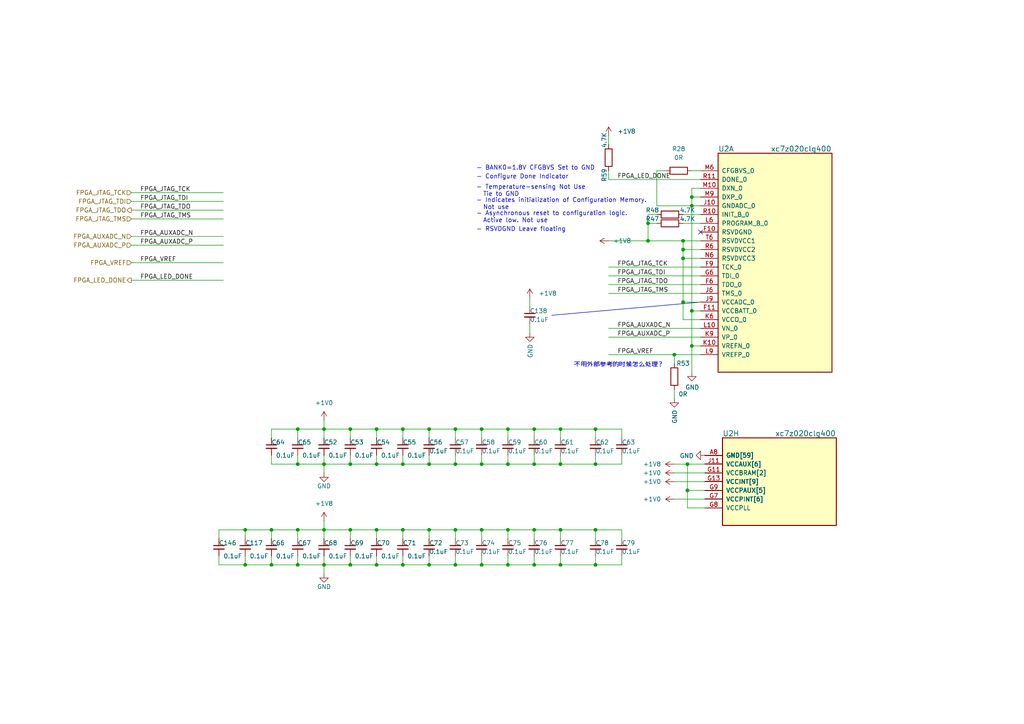
<source format=kicad_sch>
(kicad_sch (version 20220104) (generator eeschema)

  (uuid 53dea6f3-24c0-492d-a892-7b6f7c4825f7)

  (paper "A4")

  (lib_symbols
    (symbol "7z010_ddr:xc7z020clg400" (pin_names (offset 1.016)) (in_bom yes) (on_board yes)
      (property "Reference" "U" (id 0) (at 2.54 6.35 0)
        (effects (font (size 1.524 1.524)) (justify left))
      )
      (property "Value" "xc7z020clg400" (id 1) (at 12.7 6.35 0)
        (effects (font (size 1.524 1.524)) (justify left))
      )
      (property "Footprint" "" (id 2) (at -11.43 8.89 0)
        (effects (font (size 1.524 1.524)) (justify left) hide)
      )
      (property "Datasheet" "" (id 3) (at 3.81 -3.81 0)
        (effects (font (size 1.524 1.524)) (justify left) hide)
      )
      (property "desc" "" (id 4) (at 33.02 5.08 0)
        (effects (font (size 1.524 1.524)) (justify left) hide)
      )
      (property "ki_locked" "" (id 5) (at 0 0 0)
        (effects (font (size 1.27 1.27)))
      )
      (symbol "xc7z020clg400_1_1"
        (rectangle (start 5.08 5.08) (end 38.1 -58.42)
          (stroke (width 0.3048) (type default))
          (fill (type background))
        )
        (pin power_in line (at 0 -17.78 0) (length 5.08)
          (name "RSVDGND" (effects (font (size 1.27 1.27))))
          (number "F10" (effects (font (size 1.27 1.27))))
        )
        (pin power_in line (at 0 -40.64 0) (length 5.08)
          (name "VCCBATT_0" (effects (font (size 1.27 1.27))))
          (number "F11" (effects (font (size 1.27 1.27))))
        )
        (pin output line (at 0 -33.02 0) (length 5.08)
          (name "TDO_0" (effects (font (size 1.27 1.27))))
          (number "F6" (effects (font (size 1.27 1.27))))
        )
        (pin input line (at 0 -27.94 0) (length 5.08)
          (name "TCK_0" (effects (font (size 1.27 1.27))))
          (number "F9" (effects (font (size 1.27 1.27))))
        )
        (pin input line (at 0 -30.48 0) (length 5.08)
          (name "TDI_0" (effects (font (size 1.27 1.27))))
          (number "G6" (effects (font (size 1.27 1.27))))
        )
        (pin power_in line (at 0 -10.16 0) (length 5.08)
          (name "GNDADC_0" (effects (font (size 1.27 1.27))))
          (number "J10" (effects (font (size 1.27 1.27))))
        )
        (pin input line (at 0 -35.56 0) (length 5.08)
          (name "TMS_0" (effects (font (size 1.27 1.27))))
          (number "J6" (effects (font (size 1.27 1.27))))
        )
        (pin power_in line (at 0 -38.1 0) (length 5.08)
          (name "VCCADC_0" (effects (font (size 1.27 1.27))))
          (number "J9" (effects (font (size 1.27 1.27))))
        )
        (pin input line (at 0 -50.8 0) (length 5.08)
          (name "VREFN_0" (effects (font (size 1.27 1.27))))
          (number "K10" (effects (font (size 1.27 1.27))))
        )
        (pin power_in line (at 0 -43.18 0) (length 5.08)
          (name "VCCO_0" (effects (font (size 1.27 1.27))))
          (number "K6" (effects (font (size 1.27 1.27))))
        )
        (pin input line (at 0 -48.26 0) (length 5.08)
          (name "VP_0" (effects (font (size 1.27 1.27))))
          (number "K9" (effects (font (size 1.27 1.27))))
        )
        (pin input line (at 0 -45.72 0) (length 5.08)
          (name "VN_0" (effects (font (size 1.27 1.27))))
          (number "L10" (effects (font (size 1.27 1.27))))
        )
        (pin input line (at 0 -15.24 0) (length 5.08)
          (name "PROGRAM_B_0" (effects (font (size 1.27 1.27))))
          (number "L6" (effects (font (size 1.27 1.27))))
        )
        (pin input line (at 0 -53.34 0) (length 5.08)
          (name "VREFP_0" (effects (font (size 1.27 1.27))))
          (number "L9" (effects (font (size 1.27 1.27))))
        )
        (pin passive line (at 0 -5.08 0) (length 5.08)
          (name "DXN_0" (effects (font (size 1.27 1.27))))
          (number "M10" (effects (font (size 1.27 1.27))))
        )
        (pin input line (at 0 0 0) (length 5.08)
          (name "CFGBVS_0" (effects (font (size 1.27 1.27))))
          (number "M6" (effects (font (size 1.27 1.27))))
        )
        (pin passive line (at 0 -7.62 0) (length 5.08)
          (name "DXP_0" (effects (font (size 1.27 1.27))))
          (number "M9" (effects (font (size 1.27 1.27))))
        )
        (pin power_in line (at 0 -25.4 0) (length 5.08)
          (name "RSVDVCC3" (effects (font (size 1.27 1.27))))
          (number "N6" (effects (font (size 1.27 1.27))))
        )
        (pin input line (at 0 -12.7 0) (length 5.08)
          (name "INIT_B_0" (effects (font (size 1.27 1.27))))
          (number "R10" (effects (font (size 1.27 1.27))))
        )
        (pin output line (at 0 -2.54 0) (length 5.08)
          (name "DONE_0" (effects (font (size 1.27 1.27))))
          (number "R11" (effects (font (size 1.27 1.27))))
        )
        (pin power_in line (at 0 -22.86 0) (length 5.08)
          (name "RSVDVCC2" (effects (font (size 1.27 1.27))))
          (number "R6" (effects (font (size 1.27 1.27))))
        )
        (pin power_in line (at 0 -20.32 0) (length 5.08)
          (name "RSVDVCC1" (effects (font (size 1.27 1.27))))
          (number "T6" (effects (font (size 1.27 1.27))))
        )
      )
      (symbol "xc7z020clg400_2_1"
        (rectangle (start 5.08 5.08) (end 38.1 -71.12)
          (stroke (width 0.3048) (type default))
          (fill (type background))
        )
        (pin bidirectional line (at 0 -43.18 0) (length 5.08)
          (name "IO_L19P_T3_13" (effects (font (size 1.27 1.27))))
          (number "T5" (effects (font (size 1.27 1.27))))
        )
        (pin power_in line (at 0 -66.04 0) (length 5.08)
          (name "VCCO_13[4]" (effects (font (size 1.27 1.27))))
          (number "T8" (effects (font (size 1.27 1.27))))
        )
        (pin bidirectional line (at 0 -7.62 0) (length 5.08)
          (name "IO_L12P_T1_MRCC_13" (effects (font (size 1.27 1.27))))
          (number "T9" (effects (font (size 1.27 1.27))))
        )
        (pin bidirectional line (at 0 -10.16 0) (length 5.08)
          (name "IO_L12N_T1_MRCC_13" (effects (font (size 1.27 1.27))))
          (number "U10" (effects (font (size 1.27 1.27))))
        )
        (pin power_in line (at 0 -66.04 0) (length 5.08)
          (name "VCCO_13[4]" (effects (font (size 1.27 1.27))))
          (number "U11" (effects (font (size 0 0))))
        )
        (pin bidirectional line (at 0 -45.72 0) (length 5.08)
          (name "IO_L19N_T3_VREF_13" (effects (font (size 1.27 1.27))))
          (number "U5" (effects (font (size 1.27 1.27))))
        )
        (pin bidirectional line (at 0 -2.54 0) (length 5.08)
          (name "IO_L11P_T1_SRCC_13" (effects (font (size 1.27 1.27))))
          (number "U7" (effects (font (size 1.27 1.27))))
        )
        (pin bidirectional line (at 0 -35.56 0) (length 5.08)
          (name "IO_L17N_T2_13" (effects (font (size 1.27 1.27))))
          (number "U8" (effects (font (size 1.27 1.27))))
        )
        (pin bidirectional line (at 0 -33.02 0) (length 5.08)
          (name "IO_L17P_T2_13" (effects (font (size 1.27 1.27))))
          (number "U9" (effects (font (size 1.27 1.27))))
        )
        (pin bidirectional line (at 0 -55.88 0) (length 5.08)
          (name "IO_L21N_T3_DQS_13" (effects (font (size 1.27 1.27))))
          (number "V10" (effects (font (size 1.27 1.27))))
        )
        (pin bidirectional line (at 0 -53.34 0) (length 5.08)
          (name "IO_L21P_T3_DQS_13" (effects (font (size 1.27 1.27))))
          (number "V11" (effects (font (size 1.27 1.27))))
        )
        (pin bidirectional line (at 0 0 0) (length 5.08)
          (name "IO_L6N_T0_VREF_13" (effects (font (size 1.27 1.27))))
          (number "V5" (effects (font (size 1.27 1.27))))
        )
        (pin bidirectional line (at 0 -58.42 0) (length 5.08)
          (name "IO_L22P_T3_13" (effects (font (size 1.27 1.27))))
          (number "V6" (effects (font (size 1.27 1.27))))
        )
        (pin bidirectional line (at 0 -5.08 0) (length 5.08)
          (name "IO_L11N_T1_SRCC_13" (effects (font (size 1.27 1.27))))
          (number "V7" (effects (font (size 1.27 1.27))))
        )
        (pin bidirectional line (at 0 -22.86 0) (length 5.08)
          (name "IO_L15P_T2_DQS_13" (effects (font (size 1.27 1.27))))
          (number "V8" (effects (font (size 1.27 1.27))))
        )
        (pin bidirectional line (at 0 -27.94 0) (length 5.08)
          (name "IO_L16P_T2_13" (effects (font (size 1.27 1.27))))
          (number "W10" (effects (font (size 1.27 1.27))))
        )
        (pin bidirectional line (at 0 -38.1 0) (length 5.08)
          (name "IO_L18P_T2_13" (effects (font (size 1.27 1.27))))
          (number "W11" (effects (font (size 1.27 1.27))))
        )
        (pin bidirectional line (at 0 -60.96 0) (length 5.08)
          (name "IO_L22N_T3_13" (effects (font (size 1.27 1.27))))
          (number "W6" (effects (font (size 1.27 1.27))))
        )
        (pin power_in line (at 0 -66.04 0) (length 5.08)
          (name "VCCO_13[4]" (effects (font (size 1.27 1.27))))
          (number "W7" (effects (font (size 0 0))))
        )
        (pin bidirectional line (at 0 -25.4 0) (length 5.08)
          (name "IO_L15N_T2_DQS_13" (effects (font (size 1.27 1.27))))
          (number "W8" (effects (font (size 1.27 1.27))))
        )
        (pin bidirectional line (at 0 -30.48 0) (length 5.08)
          (name "IO_L16N_T2_13" (effects (font (size 1.27 1.27))))
          (number "W9" (effects (font (size 1.27 1.27))))
        )
        (pin power_in line (at 0 -66.04 0) (length 5.08)
          (name "VCCO_13[4]" (effects (font (size 1.27 1.27))))
          (number "Y10" (effects (font (size 0 0))))
        )
        (pin bidirectional line (at 0 -40.64 0) (length 5.08)
          (name "IO_L18N_T2_13" (effects (font (size 1.27 1.27))))
          (number "Y11" (effects (font (size 1.27 1.27))))
        )
        (pin bidirectional line (at 0 -48.26 0) (length 5.08)
          (name "IO_L20P_T3_13" (effects (font (size 1.27 1.27))))
          (number "Y12" (effects (font (size 1.27 1.27))))
        )
        (pin bidirectional line (at 0 -50.8 0) (length 5.08)
          (name "IO_L20N_T3_13" (effects (font (size 1.27 1.27))))
          (number "Y13" (effects (font (size 1.27 1.27))))
        )
        (pin bidirectional line (at 0 -15.24 0) (length 5.08)
          (name "IO_L13N_T2_MRCC_13" (effects (font (size 1.27 1.27))))
          (number "Y6" (effects (font (size 1.27 1.27))))
        )
        (pin bidirectional line (at 0 -12.7 0) (length 5.08)
          (name "IO_L13P_T2_MRCC_13" (effects (font (size 1.27 1.27))))
          (number "Y7" (effects (font (size 1.27 1.27))))
        )
        (pin bidirectional line (at 0 -20.32 0) (length 5.08)
          (name "IO_L14N_T2_SRCC_13" (effects (font (size 1.27 1.27))))
          (number "Y8" (effects (font (size 1.27 1.27))))
        )
        (pin bidirectional line (at 0 -17.78 0) (length 5.08)
          (name "IO_L14P_T2_SRCC_13" (effects (font (size 1.27 1.27))))
          (number "Y9" (effects (font (size 1.27 1.27))))
        )
      )
      (symbol "xc7z020clg400_3_1"
        (rectangle (start 5.08 5.08) (end 38.1 -132.08)
          (stroke (width 0.3048) (type default))
          (fill (type background))
        )
        (pin bidirectional line (at 0 -119.38 0) (length 5.08)
          (name "IO_L23P_T3_34" (effects (font (size 1.27 1.27))))
          (number "N17" (effects (font (size 1.27 1.27))))
        )
        (pin bidirectional line (at 0 -68.58 0) (length 5.08)
          (name "IO_L13P_T2_MRCC_34" (effects (font (size 1.27 1.27))))
          (number "N18" (effects (font (size 1.27 1.27))))
        )
        (pin power_in line (at 0 -127 0) (length 5.08)
          (name "VCCO_34[6]" (effects (font (size 1.27 1.27))))
          (number "N19" (effects (font (size 1.27 1.27))))
        )
        (pin bidirectional line (at 0 -73.66 0) (length 5.08)
          (name "IO_L14P_T2_SRCC_34" (effects (font (size 1.27 1.27))))
          (number "N20" (effects (font (size 1.27 1.27))))
        )
        (pin bidirectional line (at 0 -33.02 0) (length 5.08)
          (name "IO_L6P_T0_34" (effects (font (size 1.27 1.27))))
          (number "P14" (effects (font (size 1.27 1.27))))
        )
        (pin bidirectional line (at 0 -124.46 0) (length 5.08)
          (name "IO_L24P_T3_34" (effects (font (size 1.27 1.27))))
          (number "P15" (effects (font (size 1.27 1.27))))
        )
        (pin bidirectional line (at 0 -121.92 0) (length 5.08)
          (name "IO_L24N_T3_34" (effects (font (size 1.27 1.27))))
          (number "P16" (effects (font (size 1.27 1.27))))
        )
        (pin bidirectional line (at 0 -116.84 0) (length 5.08)
          (name "IO_L23N_T3_34" (effects (font (size 1.27 1.27))))
          (number "P18" (effects (font (size 1.27 1.27))))
        )
        (pin bidirectional line (at 0 -66.04 0) (length 5.08)
          (name "IO_L13N_T2_MRCC_34" (effects (font (size 1.27 1.27))))
          (number "P19" (effects (font (size 1.27 1.27))))
        )
        (pin bidirectional line (at 0 -71.12 0) (length 5.08)
          (name "IO_L14N_T2_SRCC_34" (effects (font (size 1.27 1.27))))
          (number "P20" (effects (font (size 1.27 1.27))))
        )
        (pin bidirectional line (at 0 -30.48 0) (length 5.08)
          (name "IO_L6N_T0_VREF_34" (effects (font (size 1.27 1.27))))
          (number "R14" (effects (font (size 1.27 1.27))))
        )
        (pin power_in line (at 0 -127 0) (length 5.08)
          (name "VCCO_34[6]" (effects (font (size 1.27 1.27))))
          (number "R15" (effects (font (size 0 0))))
        )
        (pin bidirectional line (at 0 -99.06 0) (length 5.08)
          (name "IO_L19P_T3_34" (effects (font (size 1.27 1.27))))
          (number "R16" (effects (font (size 1.27 1.27))))
        )
        (pin bidirectional line (at 0 -96.52 0) (length 5.08)
          (name "IO_L19N_T3_VREF_34" (effects (font (size 1.27 1.27))))
          (number "R17" (effects (font (size 1.27 1.27))))
        )
        (pin bidirectional line (at 0 -101.6 0) (length 5.08)
          (name "IO_L20N_T3_34" (effects (font (size 1.27 1.27))))
          (number "R18" (effects (font (size 1.27 1.27))))
        )
        (pin bidirectional line (at 0 0 0) (length 5.08)
          (name "IO_0_34" (effects (font (size 1.27 1.27))))
          (number "R19" (effects (font (size 1.27 1.27))))
        )
        (pin bidirectional line (at 0 -5.08 0) (length 5.08)
          (name "IO_L1N_T0_34" (effects (font (size 1.27 1.27))))
          (number "T10" (effects (font (size 1.27 1.27))))
        )
        (pin bidirectional line (at 0 -7.62 0) (length 5.08)
          (name "IO_L1P_T0_34" (effects (font (size 1.27 1.27))))
          (number "T11" (effects (font (size 1.27 1.27))))
        )
        (pin bidirectional line (at 0 -12.7 0) (length 5.08)
          (name "IO_L2P_T0_34" (effects (font (size 1.27 1.27))))
          (number "T12" (effects (font (size 1.27 1.27))))
        )
        (pin bidirectional line (at 0 -27.94 0) (length 5.08)
          (name "IO_L5P_T0_34" (effects (font (size 1.27 1.27))))
          (number "T14" (effects (font (size 1.27 1.27))))
        )
        (pin bidirectional line (at 0 -25.4 0) (length 5.08)
          (name "IO_L5N_T0_34" (effects (font (size 1.27 1.27))))
          (number "T15" (effects (font (size 1.27 1.27))))
        )
        (pin bidirectional line (at 0 -48.26 0) (length 5.08)
          (name "IO_L9P_T1_DQS_34" (effects (font (size 1.27 1.27))))
          (number "T16" (effects (font (size 1.27 1.27))))
        )
        (pin bidirectional line (at 0 -104.14 0) (length 5.08)
          (name "IO_L20P_T3_34" (effects (font (size 1.27 1.27))))
          (number "T17" (effects (font (size 1.27 1.27))))
        )
        (pin power_in line (at 0 -127 0) (length 5.08)
          (name "VCCO_34[6]" (effects (font (size 1.27 1.27))))
          (number "T18" (effects (font (size 0 0))))
        )
        (pin bidirectional line (at 0 -2.54 0) (length 5.08)
          (name "IO_25_34" (effects (font (size 1.27 1.27))))
          (number "T19" (effects (font (size 1.27 1.27))))
        )
        (pin bidirectional line (at 0 -78.74 0) (length 5.08)
          (name "IO_L15P_T2_DQS_34" (effects (font (size 1.27 1.27))))
          (number "T20" (effects (font (size 1.27 1.27))))
        )
        (pin bidirectional line (at 0 -10.16 0) (length 5.08)
          (name "IO_L2N_T0_34" (effects (font (size 1.27 1.27))))
          (number "U12" (effects (font (size 1.27 1.27))))
        )
        (pin bidirectional line (at 0 -17.78 0) (length 5.08)
          (name "IO_L3P_T0_DQS_PUDC_B_34" (effects (font (size 1.27 1.27))))
          (number "U13" (effects (font (size 1.27 1.27))))
        )
        (pin bidirectional line (at 0 -58.42 0) (length 5.08)
          (name "IO_L11P_T1_SRCC_34" (effects (font (size 1.27 1.27))))
          (number "U14" (effects (font (size 1.27 1.27))))
        )
        (pin bidirectional line (at 0 -55.88 0) (length 5.08)
          (name "IO_L11N_T1_SRCC_34" (effects (font (size 1.27 1.27))))
          (number "U15" (effects (font (size 1.27 1.27))))
        )
        (pin bidirectional line (at 0 -45.72 0) (length 5.08)
          (name "IO_L9N_T1_DQS_34" (effects (font (size 1.27 1.27))))
          (number "U17" (effects (font (size 1.27 1.27))))
        )
        (pin bidirectional line (at 0 -63.5 0) (length 5.08)
          (name "IO_L12P_T1_MRCC_34" (effects (font (size 1.27 1.27))))
          (number "U18" (effects (font (size 1.27 1.27))))
        )
        (pin bidirectional line (at 0 -60.96 0) (length 5.08)
          (name "IO_L12N_T1_MRCC_34" (effects (font (size 1.27 1.27))))
          (number "U19" (effects (font (size 1.27 1.27))))
        )
        (pin bidirectional line (at 0 -76.2 0) (length 5.08)
          (name "IO_L15N_T2_DQS_34" (effects (font (size 1.27 1.27))))
          (number "U20" (effects (font (size 1.27 1.27))))
        )
        (pin bidirectional line (at 0 -22.86 0) (length 5.08)
          (name "IO_L4P_T0_34" (effects (font (size 1.27 1.27))))
          (number "V12" (effects (font (size 1.27 1.27))))
        )
        (pin bidirectional line (at 0 -15.24 0) (length 5.08)
          (name "IO_L3N_T0_DQS_34" (effects (font (size 1.27 1.27))))
          (number "V13" (effects (font (size 1.27 1.27))))
        )
        (pin power_in line (at 0 -127 0) (length 5.08)
          (name "VCCO_34[6]" (effects (font (size 1.27 1.27))))
          (number "V14" (effects (font (size 0 0))))
        )
        (pin bidirectional line (at 0 -53.34 0) (length 5.08)
          (name "IO_L10P_T1_34" (effects (font (size 1.27 1.27))))
          (number "V15" (effects (font (size 1.27 1.27))))
        )
        (pin bidirectional line (at 0 -93.98 0) (length 5.08)
          (name "IO_L18P_T2_34" (effects (font (size 1.27 1.27))))
          (number "V16" (effects (font (size 1.27 1.27))))
        )
        (pin bidirectional line (at 0 -109.22 0) (length 5.08)
          (name "IO_L21P_T3_DQS_34" (effects (font (size 1.27 1.27))))
          (number "V17" (effects (font (size 1.27 1.27))))
        )
        (pin bidirectional line (at 0 -106.68 0) (length 5.08)
          (name "IO_L21N_T3_DQS_34" (effects (font (size 1.27 1.27))))
          (number "V18" (effects (font (size 1.27 1.27))))
        )
        (pin bidirectional line (at 0 -83.82 0) (length 5.08)
          (name "IO_L16P_T2_34" (effects (font (size 1.27 1.27))))
          (number "V20" (effects (font (size 1.27 1.27))))
        )
        (pin bidirectional line (at 0 -20.32 0) (length 5.08)
          (name "IO_L4N_T0_34" (effects (font (size 1.27 1.27))))
          (number "W13" (effects (font (size 1.27 1.27))))
        )
        (pin bidirectional line (at 0 -43.18 0) (length 5.08)
          (name "IO_L8P_T1_34" (effects (font (size 1.27 1.27))))
          (number "W14" (effects (font (size 1.27 1.27))))
        )
        (pin bidirectional line (at 0 -50.8 0) (length 5.08)
          (name "IO_L10N_T1_34" (effects (font (size 1.27 1.27))))
          (number "W15" (effects (font (size 1.27 1.27))))
        )
        (pin bidirectional line (at 0 -91.44 0) (length 5.08)
          (name "IO_L18N_T2_34" (effects (font (size 1.27 1.27))))
          (number "W16" (effects (font (size 1.27 1.27))))
        )
        (pin power_in line (at 0 -127 0) (length 5.08)
          (name "VCCO_34[6]" (effects (font (size 1.27 1.27))))
          (number "W17" (effects (font (size 0 0))))
        )
        (pin bidirectional line (at 0 -114.3 0) (length 5.08)
          (name "IO_L22P_T3_34" (effects (font (size 1.27 1.27))))
          (number "W18" (effects (font (size 1.27 1.27))))
        )
        (pin bidirectional line (at 0 -111.76 0) (length 5.08)
          (name "IO_L22N_T3_34" (effects (font (size 1.27 1.27))))
          (number "W19" (effects (font (size 1.27 1.27))))
        )
        (pin bidirectional line (at 0 -81.28 0) (length 5.08)
          (name "IO_L16N_T2_34" (effects (font (size 1.27 1.27))))
          (number "W20" (effects (font (size 1.27 1.27))))
        )
        (pin bidirectional line (at 0 -40.64 0) (length 5.08)
          (name "IO_L8N_T1_34" (effects (font (size 1.27 1.27))))
          (number "Y14" (effects (font (size 1.27 1.27))))
        )
        (pin bidirectional line (at 0 -38.1 0) (length 5.08)
          (name "IO_L7P_T1_34" (effects (font (size 1.27 1.27))))
          (number "Y16" (effects (font (size 1.27 1.27))))
        )
        (pin bidirectional line (at 0 -35.56 0) (length 5.08)
          (name "IO_L7N_T1_34" (effects (font (size 1.27 1.27))))
          (number "Y17" (effects (font (size 1.27 1.27))))
        )
        (pin bidirectional line (at 0 -88.9 0) (length 5.08)
          (name "IO_L17P_T2_34" (effects (font (size 1.27 1.27))))
          (number "Y18" (effects (font (size 1.27 1.27))))
        )
        (pin bidirectional line (at 0 -86.36 0) (length 5.08)
          (name "IO_L17N_T2_34" (effects (font (size 1.27 1.27))))
          (number "Y19" (effects (font (size 1.27 1.27))))
        )
        (pin power_in line (at 0 -127 0) (length 5.08)
          (name "VCCO_34[6]" (effects (font (size 1.27 1.27))))
          (number "Y20" (effects (font (size 0 0))))
        )
      )
      (symbol "xc7z020clg400_4_1"
        (rectangle (start 5.08 5.08) (end 38.1 -132.08)
          (stroke (width 0.3048) (type default))
          (fill (type background))
        )
        (pin bidirectional line (at 0 -10.16 0) (length 5.08)
          (name "IO_L2N_T0_AD8N_35" (effects (font (size 1.27 1.27))))
          (number "A20" (effects (font (size 1.27 1.27))))
        )
        (pin bidirectional line (at 0 -12.7 0) (length 5.08)
          (name "IO_L2P_T0_AD8P_35" (effects (font (size 1.27 1.27))))
          (number "B19" (effects (font (size 1.27 1.27))))
        )
        (pin bidirectional line (at 0 -5.08 0) (length 5.08)
          (name "IO_L1N_T0_AD0N_35" (effects (font (size 1.27 1.27))))
          (number "B20" (effects (font (size 1.27 1.27))))
        )
        (pin power_in line (at 0 -127 0) (length 5.08)
          (name "VCCO_35[6]" (effects (font (size 1.27 1.27))))
          (number "C19" (effects (font (size 1.27 1.27))))
        )
        (pin bidirectional line (at 0 -7.62 0) (length 5.08)
          (name "IO_L1P_T0_AD0P_35" (effects (font (size 1.27 1.27))))
          (number "C20" (effects (font (size 1.27 1.27))))
        )
        (pin bidirectional line (at 0 -15.24 0) (length 5.08)
          (name "IO_L3N_T0_DQS_AD1N_35" (effects (font (size 1.27 1.27))))
          (number "D18" (effects (font (size 1.27 1.27))))
        )
        (pin bidirectional line (at 0 -22.86 0) (length 5.08)
          (name "IO_L4P_T0_35" (effects (font (size 1.27 1.27))))
          (number "D19" (effects (font (size 1.27 1.27))))
        )
        (pin bidirectional line (at 0 -20.32 0) (length 5.08)
          (name "IO_L4N_T0_35" (effects (font (size 1.27 1.27))))
          (number "D20" (effects (font (size 1.27 1.27))))
        )
        (pin bidirectional line (at 0 -17.78 0) (length 5.08)
          (name "IO_L3P_T0_DQS_AD1P_35" (effects (font (size 1.27 1.27))))
          (number "E17" (effects (font (size 1.27 1.27))))
        )
        (pin bidirectional line (at 0 -27.94 0) (length 5.08)
          (name "IO_L5P_T0_AD9P_35" (effects (font (size 1.27 1.27))))
          (number "E18" (effects (font (size 1.27 1.27))))
        )
        (pin bidirectional line (at 0 -25.4 0) (length 5.08)
          (name "IO_L5N_T0_AD9N_35" (effects (font (size 1.27 1.27))))
          (number "E19" (effects (font (size 1.27 1.27))))
        )
        (pin bidirectional line (at 0 -33.02 0) (length 5.08)
          (name "IO_L6P_T0_35" (effects (font (size 1.27 1.27))))
          (number "F16" (effects (font (size 1.27 1.27))))
        )
        (pin bidirectional line (at 0 -30.48 0) (length 5.08)
          (name "IO_L6N_T0_VREF_35" (effects (font (size 1.27 1.27))))
          (number "F17" (effects (font (size 1.27 1.27))))
        )
        (pin power_in line (at 0 -127 0) (length 5.08)
          (name "VCCO_35[6]" (effects (font (size 1.27 1.27))))
          (number "F18" (effects (font (size 0 0))))
        )
        (pin bidirectional line (at 0 -78.74 0) (length 5.08)
          (name "IO_L15P_T2_DQS_AD12P_35" (effects (font (size 1.27 1.27))))
          (number "F19" (effects (font (size 1.27 1.27))))
        )
        (pin bidirectional line (at 0 -76.2 0) (length 5.08)
          (name "IO_L15N_T2_DQS_AD12N_35" (effects (font (size 1.27 1.27))))
          (number "F20" (effects (font (size 1.27 1.27))))
        )
        (pin bidirectional line (at 0 0 0) (length 5.08)
          (name "IO_0_35" (effects (font (size 1.27 1.27))))
          (number "G14" (effects (font (size 1.27 1.27))))
        )
        (pin bidirectional line (at 0 -96.52 0) (length 5.08)
          (name "IO_L19N_T3_VREF_35" (effects (font (size 1.27 1.27))))
          (number "G15" (effects (font (size 1.27 1.27))))
        )
        (pin bidirectional line (at 0 -83.82 0) (length 5.08)
          (name "IO_L16P_T2_35" (effects (font (size 1.27 1.27))))
          (number "G17" (effects (font (size 1.27 1.27))))
        )
        (pin bidirectional line (at 0 -81.28 0) (length 5.08)
          (name "IO_L16N_T2_35" (effects (font (size 1.27 1.27))))
          (number "G18" (effects (font (size 1.27 1.27))))
        )
        (pin bidirectional line (at 0 -93.98 0) (length 5.08)
          (name "IO_L18P_T2_AD13P_35" (effects (font (size 1.27 1.27))))
          (number "G19" (effects (font (size 1.27 1.27))))
        )
        (pin bidirectional line (at 0 -91.44 0) (length 5.08)
          (name "IO_L18N_T2_AD13N_35" (effects (font (size 1.27 1.27))))
          (number "G20" (effects (font (size 1.27 1.27))))
        )
        (pin power_in line (at 0 -127 0) (length 5.08)
          (name "VCCO_35[6]" (effects (font (size 1.27 1.27))))
          (number "H14" (effects (font (size 0 0))))
        )
        (pin bidirectional line (at 0 -99.06 0) (length 5.08)
          (name "IO_L19P_T3_35" (effects (font (size 1.27 1.27))))
          (number "H15" (effects (font (size 1.27 1.27))))
        )
        (pin bidirectional line (at 0 -68.58 0) (length 5.08)
          (name "IO_L13P_T2_MRCC_35" (effects (font (size 1.27 1.27))))
          (number "H16" (effects (font (size 1.27 1.27))))
        )
        (pin bidirectional line (at 0 -66.04 0) (length 5.08)
          (name "IO_L13N_T2_MRCC_35" (effects (font (size 1.27 1.27))))
          (number "H17" (effects (font (size 1.27 1.27))))
        )
        (pin bidirectional line (at 0 -71.12 0) (length 5.08)
          (name "IO_L14N_T2_AD4N_SRCC_35" (effects (font (size 1.27 1.27))))
          (number "H18" (effects (font (size 1.27 1.27))))
        )
        (pin bidirectional line (at 0 -86.36 0) (length 5.08)
          (name "IO_L17N_T2_AD5N_35" (effects (font (size 1.27 1.27))))
          (number "H20" (effects (font (size 1.27 1.27))))
        )
        (pin bidirectional line (at 0 -101.6 0) (length 5.08)
          (name "IO_L20N_T3_AD6N_35" (effects (font (size 1.27 1.27))))
          (number "J14" (effects (font (size 1.27 1.27))))
        )
        (pin bidirectional line (at 0 -2.54 0) (length 5.08)
          (name "IO_25_35" (effects (font (size 1.27 1.27))))
          (number "J15" (effects (font (size 1.27 1.27))))
        )
        (pin bidirectional line (at 0 -121.92 0) (length 5.08)
          (name "IO_L24N_T3_AD15N_35" (effects (font (size 1.27 1.27))))
          (number "J16" (effects (font (size 1.27 1.27))))
        )
        (pin power_in line (at 0 -127 0) (length 5.08)
          (name "VCCO_35[6]" (effects (font (size 1.27 1.27))))
          (number "J17" (effects (font (size 0 0))))
        )
        (pin bidirectional line (at 0 -73.66 0) (length 5.08)
          (name "IO_L14P_T2_AD4P_SRCC_35" (effects (font (size 1.27 1.27))))
          (number "J18" (effects (font (size 1.27 1.27))))
        )
        (pin bidirectional line (at 0 -50.8 0) (length 5.08)
          (name "IO_L10N_T1_AD11N_35" (effects (font (size 1.27 1.27))))
          (number "J19" (effects (font (size 1.27 1.27))))
        )
        (pin bidirectional line (at 0 -88.9 0) (length 5.08)
          (name "IO_L17P_T2_AD5P_35" (effects (font (size 1.27 1.27))))
          (number "J20" (effects (font (size 1.27 1.27))))
        )
        (pin bidirectional line (at 0 -104.14 0) (length 5.08)
          (name "IO_L20P_T3_AD6P_35" (effects (font (size 1.27 1.27))))
          (number "K14" (effects (font (size 1.27 1.27))))
        )
        (pin bidirectional line (at 0 -124.46 0) (length 5.08)
          (name "IO_L24P_T3_AD15P_35" (effects (font (size 1.27 1.27))))
          (number "K16" (effects (font (size 1.27 1.27))))
        )
        (pin bidirectional line (at 0 -63.5 0) (length 5.08)
          (name "IO_L12P_T1_MRCC_35" (effects (font (size 1.27 1.27))))
          (number "K17" (effects (font (size 1.27 1.27))))
        )
        (pin bidirectional line (at 0 -60.96 0) (length 5.08)
          (name "IO_L12N_T1_MRCC_35" (effects (font (size 1.27 1.27))))
          (number "K18" (effects (font (size 1.27 1.27))))
        )
        (pin bidirectional line (at 0 -53.34 0) (length 5.08)
          (name "IO_L10P_T1_AD11P_35" (effects (font (size 1.27 1.27))))
          (number "K19" (effects (font (size 1.27 1.27))))
        )
        (pin power_in line (at 0 -127 0) (length 5.08)
          (name "VCCO_35[6]" (effects (font (size 1.27 1.27))))
          (number "K20" (effects (font (size 0 0))))
        )
        (pin bidirectional line (at 0 -114.3 0) (length 5.08)
          (name "IO_L22P_T3_AD7P_35" (effects (font (size 1.27 1.27))))
          (number "L14" (effects (font (size 1.27 1.27))))
        )
        (pin bidirectional line (at 0 -111.76 0) (length 5.08)
          (name "IO_L22N_T3_AD7N_35" (effects (font (size 1.27 1.27))))
          (number "L15" (effects (font (size 1.27 1.27))))
        )
        (pin bidirectional line (at 0 -58.42 0) (length 5.08)
          (name "IO_L11P_T1_SRCC_35" (effects (font (size 1.27 1.27))))
          (number "L16" (effects (font (size 1.27 1.27))))
        )
        (pin bidirectional line (at 0 -55.88 0) (length 5.08)
          (name "IO_L11N_T1_SRCC_35" (effects (font (size 1.27 1.27))))
          (number "L17" (effects (font (size 1.27 1.27))))
        )
        (pin bidirectional line (at 0 -48.26 0) (length 5.08)
          (name "IO_L9P_T1_DQS_AD3P_35" (effects (font (size 1.27 1.27))))
          (number "L19" (effects (font (size 1.27 1.27))))
        )
        (pin bidirectional line (at 0 -45.72 0) (length 5.08)
          (name "IO_L9N_T1_DQS_AD3N_35" (effects (font (size 1.27 1.27))))
          (number "L20" (effects (font (size 1.27 1.27))))
        )
        (pin bidirectional line (at 0 -119.38 0) (length 5.08)
          (name "IO_L23P_T3_35" (effects (font (size 1.27 1.27))))
          (number "M14" (effects (font (size 1.27 1.27))))
        )
        (pin bidirectional line (at 0 -116.84 0) (length 5.08)
          (name "IO_L23N_T3_35" (effects (font (size 1.27 1.27))))
          (number "M15" (effects (font (size 1.27 1.27))))
        )
        (pin power_in line (at 0 -127 0) (length 5.08)
          (name "VCCO_35[6]" (effects (font (size 1.27 1.27))))
          (number "M16" (effects (font (size 0 0))))
        )
        (pin bidirectional line (at 0 -43.18 0) (length 5.08)
          (name "IO_L8P_T1_AD10P_35" (effects (font (size 1.27 1.27))))
          (number "M17" (effects (font (size 1.27 1.27))))
        )
        (pin bidirectional line (at 0 -40.64 0) (length 5.08)
          (name "IO_L8N_T1_AD10N_35" (effects (font (size 1.27 1.27))))
          (number "M18" (effects (font (size 1.27 1.27))))
        )
        (pin bidirectional line (at 0 -38.1 0) (length 5.08)
          (name "IO_L7P_T1_AD2P_35" (effects (font (size 1.27 1.27))))
          (number "M19" (effects (font (size 1.27 1.27))))
        )
        (pin bidirectional line (at 0 -35.56 0) (length 5.08)
          (name "IO_L7N_T1_AD2N_35" (effects (font (size 1.27 1.27))))
          (number "M20" (effects (font (size 1.27 1.27))))
        )
        (pin bidirectional line (at 0 -109.22 0) (length 5.08)
          (name "IO_L21P_T3_DQS_AD14P_35" (effects (font (size 1.27 1.27))))
          (number "N15" (effects (font (size 1.27 1.27))))
        )
        (pin bidirectional line (at 0 -106.68 0) (length 5.08)
          (name "IO_L21N_T3_DQS_AD14N_35" (effects (font (size 1.27 1.27))))
          (number "N16" (effects (font (size 1.27 1.27))))
        )
      )
      (symbol "xc7z020clg400_5_1"
        (rectangle (start 5.08 5.08) (end 38.1 -50.8)
          (stroke (width 0.3048) (type default))
          (fill (type background))
        )
        (pin bidirectional line (at 0 -17.78 0) (length 5.08)
          (name "PS_MIO6_500" (effects (font (size 1.27 1.27))))
          (number "A5" (effects (font (size 1.27 1.27))))
        )
        (pin bidirectional line (at 0 -15.24 0) (length 5.08)
          (name "PS_MIO5_500" (effects (font (size 1.27 1.27))))
          (number "A6" (effects (font (size 1.27 1.27))))
        )
        (pin bidirectional line (at 0 -5.08 0) (length 5.08)
          (name "PS_MIO1_500" (effects (font (size 1.27 1.27))))
          (number "A7" (effects (font (size 1.27 1.27))))
        )
        (pin bidirectional line (at 0 -25.4 0) (length 5.08)
          (name "PS_MIO9_500" (effects (font (size 1.27 1.27))))
          (number "B5" (effects (font (size 1.27 1.27))))
        )
        (pin power_in line (at 0 -45.72 0) (length 5.08)
          (name "VCCO_MIO0_500[2]" (effects (font (size 1.27 1.27))))
          (number "B6" (effects (font (size 1.27 1.27))))
        )
        (pin bidirectional line (at 0 -12.7 0) (length 5.08)
          (name "PS_MIO4_500" (effects (font (size 1.27 1.27))))
          (number "B7" (effects (font (size 1.27 1.27))))
        )
        (pin bidirectional line (at 0 -7.62 0) (length 5.08)
          (name "PS_MIO2_500" (effects (font (size 1.27 1.27))))
          (number "B8" (effects (font (size 1.27 1.27))))
        )
        (pin bidirectional line (at 0 -38.1 0) (length 5.08)
          (name "PS_MIO14_500" (effects (font (size 1.27 1.27))))
          (number "C5" (effects (font (size 1.27 1.27))))
        )
        (pin bidirectional line (at 0 -30.48 0) (length 5.08)
          (name "PS_MIO11_500" (effects (font (size 1.27 1.27))))
          (number "C6" (effects (font (size 1.27 1.27))))
        )
        (pin input line (at 0 -43.18 0) (length 5.08)
          (name "PS_POR_B_500" (effects (font (size 1.27 1.27))))
          (number "C7" (effects (font (size 1.27 1.27))))
        )
        (pin bidirectional line (at 0 -40.64 0) (length 5.08)
          (name "PS_MIO15_500" (effects (font (size 1.27 1.27))))
          (number "C8" (effects (font (size 1.27 1.27))))
        )
        (pin bidirectional line (at 0 -22.86 0) (length 5.08)
          (name "PS_MIO8_500" (effects (font (size 1.27 1.27))))
          (number "D5" (effects (font (size 1.27 1.27))))
        )
        (pin bidirectional line (at 0 -10.16 0) (length 5.08)
          (name "PS_MIO3_500" (effects (font (size 1.27 1.27))))
          (number "D6" (effects (font (size 1.27 1.27))))
        )
        (pin power_in line (at 0 -45.72 0) (length 5.08)
          (name "VCCO_MIO0_500[2]" (effects (font (size 1.27 1.27))))
          (number "D7" (effects (font (size 0 0))))
        )
        (pin bidirectional line (at 0 -20.32 0) (length 5.08)
          (name "PS_MIO7_500" (effects (font (size 1.27 1.27))))
          (number "D8" (effects (font (size 1.27 1.27))))
        )
        (pin bidirectional line (at 0 -33.02 0) (length 5.08)
          (name "PS_MIO12_500" (effects (font (size 1.27 1.27))))
          (number "D9" (effects (font (size 1.27 1.27))))
        )
        (pin bidirectional line (at 0 -2.54 0) (length 5.08)
          (name "PS_MIO0_500" (effects (font (size 1.27 1.27))))
          (number "E6" (effects (font (size 1.27 1.27))))
        )
        (pin input line (at 0 0 0) (length 5.08)
          (name "PS_CLK_500" (effects (font (size 1.27 1.27))))
          (number "E7" (effects (font (size 1.27 1.27))))
        )
        (pin bidirectional line (at 0 -35.56 0) (length 5.08)
          (name "PS_MIO13_500" (effects (font (size 1.27 1.27))))
          (number "E8" (effects (font (size 1.27 1.27))))
        )
        (pin bidirectional line (at 0 -27.94 0) (length 5.08)
          (name "PS_MIO10_500" (effects (font (size 1.27 1.27))))
          (number "E9" (effects (font (size 1.27 1.27))))
        )
      )
      (symbol "xc7z020clg400_6_1"
        (rectangle (start 5.08 5.08) (end 38.1 -106.68)
          (stroke (width 0.3048) (type default))
          (fill (type background))
        )
        (pin bidirectional line (at 0 -53.34 0) (length 5.08)
          (name "PS_MIO37_501" (effects (font (size 1.27 1.27))))
          (number "A10" (effects (font (size 1.27 1.27))))
        )
        (pin bidirectional line (at 0 -50.8 0) (length 5.08)
          (name "PS_MIO36_501" (effects (font (size 1.27 1.27))))
          (number "A11" (effects (font (size 1.27 1.27))))
        )
        (pin bidirectional line (at 0 -45.72 0) (length 5.08)
          (name "PS_MIO34_501" (effects (font (size 1.27 1.27))))
          (number "A12" (effects (font (size 1.27 1.27))))
        )
        (pin power_in line (at 0 -101.6 0) (length 5.08)
          (name "VCCO_MIO1_501[4]" (effects (font (size 1.27 1.27))))
          (number "A13" (effects (font (size 1.27 1.27))))
        )
        (pin bidirectional line (at 0 -40.64 0) (length 5.08)
          (name "PS_MIO32_501" (effects (font (size 1.27 1.27))))
          (number "A14" (effects (font (size 1.27 1.27))))
        )
        (pin bidirectional line (at 0 -25.4 0) (length 5.08)
          (name "PS_MIO26_501" (effects (font (size 1.27 1.27))))
          (number "A15" (effects (font (size 1.27 1.27))))
        )
        (pin bidirectional line (at 0 -20.32 0) (length 5.08)
          (name "PS_MIO24_501" (effects (font (size 1.27 1.27))))
          (number "A16" (effects (font (size 1.27 1.27))))
        )
        (pin bidirectional line (at 0 -10.16 0) (length 5.08)
          (name "PS_MIO20_501" (effects (font (size 1.27 1.27))))
          (number "A17" (effects (font (size 1.27 1.27))))
        )
        (pin bidirectional line (at 0 0 0) (length 5.08)
          (name "PS_MIO16_501" (effects (font (size 1.27 1.27))))
          (number "A19" (effects (font (size 1.27 1.27))))
        )
        (pin bidirectional line (at 0 -68.58 0) (length 5.08)
          (name "PS_MIO43_501" (effects (font (size 1.27 1.27))))
          (number "A9" (effects (font (size 1.27 1.27))))
        )
        (pin input line (at 0 -99.06 0) (length 5.08)
          (name "PS_SRST_B_501" (effects (font (size 1.27 1.27))))
          (number "B10" (effects (font (size 1.27 1.27))))
        )
        (pin bidirectional line (at 0 -81.28 0) (length 5.08)
          (name "PS_MIO48_501" (effects (font (size 1.27 1.27))))
          (number "B12" (effects (font (size 1.27 1.27))))
        )
        (pin bidirectional line (at 0 -86.36 0) (length 5.08)
          (name "PS_MIO50_501" (effects (font (size 1.27 1.27))))
          (number "B13" (effects (font (size 1.27 1.27))))
        )
        (pin bidirectional line (at 0 -78.74 0) (length 5.08)
          (name "PS_MIO47_501" (effects (font (size 1.27 1.27))))
          (number "B14" (effects (font (size 1.27 1.27))))
        )
        (pin bidirectional line (at 0 -73.66 0) (length 5.08)
          (name "PS_MIO45_501" (effects (font (size 1.27 1.27))))
          (number "B15" (effects (font (size 1.27 1.27))))
        )
        (pin power_in line (at 0 -101.6 0) (length 5.08)
          (name "VCCO_MIO1_501[4]" (effects (font (size 1.27 1.27))))
          (number "B16" (effects (font (size 0 0))))
        )
        (pin bidirectional line (at 0 -15.24 0) (length 5.08)
          (name "PS_MIO22_501" (effects (font (size 1.27 1.27))))
          (number "B17" (effects (font (size 1.27 1.27))))
        )
        (pin bidirectional line (at 0 -5.08 0) (length 5.08)
          (name "PS_MIO18_501" (effects (font (size 1.27 1.27))))
          (number "B18" (effects (font (size 1.27 1.27))))
        )
        (pin bidirectional line (at 0 -88.9 0) (length 5.08)
          (name "PS_MIO51_501" (effects (font (size 1.27 1.27))))
          (number "B9" (effects (font (size 1.27 1.27))))
        )
        (pin bidirectional line (at 0 -91.44 0) (length 5.08)
          (name "PS_MIO52_501" (effects (font (size 1.27 1.27))))
          (number "C10" (effects (font (size 1.27 1.27))))
        )
        (pin bidirectional line (at 0 -93.98 0) (length 5.08)
          (name "PS_MIO53_501" (effects (font (size 1.27 1.27))))
          (number "C11" (effects (font (size 1.27 1.27))))
        )
        (pin bidirectional line (at 0 -83.82 0) (length 5.08)
          (name "PS_MIO49_501" (effects (font (size 1.27 1.27))))
          (number "C12" (effects (font (size 1.27 1.27))))
        )
        (pin bidirectional line (at 0 -33.02 0) (length 5.08)
          (name "PS_MIO29_501" (effects (font (size 1.27 1.27))))
          (number "C13" (effects (font (size 1.27 1.27))))
        )
        (pin bidirectional line (at 0 -35.56 0) (length 5.08)
          (name "PS_MIO30_501" (effects (font (size 1.27 1.27))))
          (number "C15" (effects (font (size 1.27 1.27))))
        )
        (pin bidirectional line (at 0 -30.48 0) (length 5.08)
          (name "PS_MIO28_501" (effects (font (size 1.27 1.27))))
          (number "C16" (effects (font (size 1.27 1.27))))
        )
        (pin bidirectional line (at 0 -63.5 0) (length 5.08)
          (name "PS_MIO41_501" (effects (font (size 1.27 1.27))))
          (number "C17" (effects (font (size 1.27 1.27))))
        )
        (pin bidirectional line (at 0 -58.42 0) (length 5.08)
          (name "PS_MIO39_501" (effects (font (size 1.27 1.27))))
          (number "C18" (effects (font (size 1.27 1.27))))
        )
        (pin bidirectional line (at 0 -7.62 0) (length 5.08)
          (name "PS_MIO19_501" (effects (font (size 1.27 1.27))))
          (number "D10" (effects (font (size 1.27 1.27))))
        )
        (pin bidirectional line (at 0 -17.78 0) (length 5.08)
          (name "PS_MIO23_501" (effects (font (size 1.27 1.27))))
          (number "D11" (effects (font (size 1.27 1.27))))
        )
        (pin power_in line (at 0 -101.6 0) (length 5.08)
          (name "VCCO_MIO1_501[4]" (effects (font (size 1.27 1.27))))
          (number "D12" (effects (font (size 0 0))))
        )
        (pin bidirectional line (at 0 -27.94 0) (length 5.08)
          (name "PS_MIO27_501" (effects (font (size 1.27 1.27))))
          (number "D13" (effects (font (size 1.27 1.27))))
        )
        (pin bidirectional line (at 0 -60.96 0) (length 5.08)
          (name "PS_MIO40_501" (effects (font (size 1.27 1.27))))
          (number "D14" (effects (font (size 1.27 1.27))))
        )
        (pin bidirectional line (at 0 -43.18 0) (length 5.08)
          (name "PS_MIO33_501" (effects (font (size 1.27 1.27))))
          (number "D15" (effects (font (size 1.27 1.27))))
        )
        (pin bidirectional line (at 0 -76.2 0) (length 5.08)
          (name "PS_MIO46_501" (effects (font (size 1.27 1.27))))
          (number "D16" (effects (font (size 1.27 1.27))))
        )
        (pin power_in line (at 0 -96.52 0) (length 5.08)
          (name "PS_MIO_VREF_501" (effects (font (size 1.27 1.27))))
          (number "E11" (effects (font (size 1.27 1.27))))
        )
        (pin bidirectional line (at 0 -66.04 0) (length 5.08)
          (name "PS_MIO42_501" (effects (font (size 1.27 1.27))))
          (number "E12" (effects (font (size 1.27 1.27))))
        )
        (pin bidirectional line (at 0 -55.88 0) (length 5.08)
          (name "PS_MIO38_501" (effects (font (size 1.27 1.27))))
          (number "E13" (effects (font (size 1.27 1.27))))
        )
        (pin bidirectional line (at 0 -2.54 0) (length 5.08)
          (name "PS_MIO17_501" (effects (font (size 1.27 1.27))))
          (number "E14" (effects (font (size 1.27 1.27))))
        )
        (pin power_in line (at 0 -101.6 0) (length 5.08)
          (name "VCCO_MIO1_501[4]" (effects (font (size 1.27 1.27))))
          (number "E15" (effects (font (size 0 0))))
        )
        (pin bidirectional line (at 0 -38.1 0) (length 5.08)
          (name "PS_MIO31_501" (effects (font (size 1.27 1.27))))
          (number "E16" (effects (font (size 1.27 1.27))))
        )
        (pin bidirectional line (at 0 -48.26 0) (length 5.08)
          (name "PS_MIO35_501" (effects (font (size 1.27 1.27))))
          (number "F12" (effects (font (size 1.27 1.27))))
        )
        (pin bidirectional line (at 0 -71.12 0) (length 5.08)
          (name "PS_MIO44_501" (effects (font (size 1.27 1.27))))
          (number "F13" (effects (font (size 1.27 1.27))))
        )
        (pin bidirectional line (at 0 -12.7 0) (length 5.08)
          (name "PS_MIO21_501" (effects (font (size 1.27 1.27))))
          (number "F14" (effects (font (size 1.27 1.27))))
        )
        (pin bidirectional line (at 0 -22.86 0) (length 5.08)
          (name "PS_MIO25_501" (effects (font (size 1.27 1.27))))
          (number "F15" (effects (font (size 1.27 1.27))))
        )
      )
      (symbol "xc7z020clg400_7_1"
        (rectangle (start 5.08 5.08) (end 38.1 -195.58)
          (stroke (width 0.3048) (type default))
          (fill (type background))
        )
        (pin output line (at 0 -58.42 0) (length 5.08)
          (name "PS_DDR_DM0_502" (effects (font (size 1.27 1.27))))
          (number "A1" (effects (font (size 1.27 1.27))))
        )
        (pin bidirectional line (at 0 -73.66 0) (length 5.08)
          (name "PS_DDR_DQ2_502" (effects (font (size 1.27 1.27))))
          (number "A2" (effects (font (size 1.27 1.27))))
        )
        (pin power_in line (at 0 -190.5 0) (length 5.08)
          (name "VCCO_DDR_502[10]" (effects (font (size 1.27 1.27))))
          (number "A3" (effects (font (size 1.27 1.27))))
        )
        (pin bidirectional line (at 0 -76.2 0) (length 5.08)
          (name "PS_DDR_DQ3_502" (effects (font (size 1.27 1.27))))
          (number "A4" (effects (font (size 1.27 1.27))))
        )
        (pin bidirectional line (at 0 -149.86 0) (length 5.08)
          (name "PS_DDR_DQS_N0_502" (effects (font (size 1.27 1.27))))
          (number "B2" (effects (font (size 1.27 1.27))))
        )
        (pin bidirectional line (at 0 -71.12 0) (length 5.08)
          (name "PS_DDR_DQ1_502" (effects (font (size 1.27 1.27))))
          (number "B3" (effects (font (size 1.27 1.27))))
        )
        (pin output line (at 0 -170.18 0) (length 5.08)
          (name "PS_DDR_DRST_B_502" (effects (font (size 1.27 1.27))))
          (number "B4" (effects (font (size 1.27 1.27))))
        )
        (pin bidirectional line (at 0 -83.82 0) (length 5.08)
          (name "PS_DDR_DQ6_502" (effects (font (size 1.27 1.27))))
          (number "C1" (effects (font (size 1.27 1.27))))
        )
        (pin bidirectional line (at 0 -160.02 0) (length 5.08)
          (name "PS_DDR_DQS_P0_502" (effects (font (size 1.27 1.27))))
          (number "C2" (effects (font (size 1.27 1.27))))
        )
        (pin bidirectional line (at 0 -68.58 0) (length 5.08)
          (name "PS_DDR_DQ0_502" (effects (font (size 1.27 1.27))))
          (number "C3" (effects (font (size 1.27 1.27))))
        )
        (pin bidirectional line (at 0 -81.28 0) (length 5.08)
          (name "PS_DDR_DQ5_502" (effects (font (size 1.27 1.27))))
          (number "D1" (effects (font (size 1.27 1.27))))
        )
        (pin power_in line (at 0 -190.5 0) (length 5.08)
          (name "VCCO_DDR_502[10]" (effects (font (size 1.27 1.27))))
          (number "D2" (effects (font (size 0 0))))
        )
        (pin bidirectional line (at 0 -78.74 0) (length 5.08)
          (name "PS_DDR_DQ4_502" (effects (font (size 1.27 1.27))))
          (number "D3" (effects (font (size 1.27 1.27))))
        )
        (pin output line (at 0 -33.02 0) (length 5.08)
          (name "PS_DDR_A13_502" (effects (font (size 1.27 1.27))))
          (number "D4" (effects (font (size 1.27 1.27))))
        )
        (pin bidirectional line (at 0 -86.36 0) (length 5.08)
          (name "PS_DDR_DQ7_502" (effects (font (size 1.27 1.27))))
          (number "E1" (effects (font (size 1.27 1.27))))
        )
        (pin bidirectional line (at 0 -88.9 0) (length 5.08)
          (name "PS_DDR_DQ8_502" (effects (font (size 1.27 1.27))))
          (number "E2" (effects (font (size 1.27 1.27))))
        )
        (pin bidirectional line (at 0 -91.44 0) (length 5.08)
          (name "PS_DDR_DQ9_502" (effects (font (size 1.27 1.27))))
          (number "E3" (effects (font (size 1.27 1.27))))
        )
        (pin output line (at 0 -30.48 0) (length 5.08)
          (name "PS_DDR_A12_502" (effects (font (size 1.27 1.27))))
          (number "E4" (effects (font (size 1.27 1.27))))
        )
        (pin power_in line (at 0 -190.5 0) (length 5.08)
          (name "VCCO_DDR_502[10]" (effects (font (size 1.27 1.27))))
          (number "E5" (effects (font (size 0 0))))
        )
        (pin output line (at 0 -60.96 0) (length 5.08)
          (name "PS_DDR_DM1_502" (effects (font (size 1.27 1.27))))
          (number "F1" (effects (font (size 1.27 1.27))))
        )
        (pin bidirectional line (at 0 -152.4 0) (length 5.08)
          (name "PS_DDR_DQS_N1_502" (effects (font (size 1.27 1.27))))
          (number "F2" (effects (font (size 1.27 1.27))))
        )
        (pin output line (at 0 -35.56 0) (length 5.08)
          (name "PS_DDR_A14_502" (effects (font (size 1.27 1.27))))
          (number "F4" (effects (font (size 1.27 1.27))))
        )
        (pin output line (at 0 -25.4 0) (length 5.08)
          (name "PS_DDR_A10_502" (effects (font (size 1.27 1.27))))
          (number "F5" (effects (font (size 1.27 1.27))))
        )
        (pin power_in line (at 0 -190.5 0) (length 5.08)
          (name "VCCO_DDR_502[10]" (effects (font (size 1.27 1.27))))
          (number "G1" (effects (font (size 0 0))))
        )
        (pin bidirectional line (at 0 -162.56 0) (length 5.08)
          (name "PS_DDR_DQS_P1_502" (effects (font (size 1.27 1.27))))
          (number "G2" (effects (font (size 1.27 1.27))))
        )
        (pin bidirectional line (at 0 -93.98 0) (length 5.08)
          (name "PS_DDR_DQ10_502" (effects (font (size 1.27 1.27))))
          (number "G3" (effects (font (size 1.27 1.27))))
        )
        (pin output line (at 0 -27.94 0) (length 5.08)
          (name "PS_DDR_A11_502" (effects (font (size 1.27 1.27))))
          (number "G4" (effects (font (size 1.27 1.27))))
        )
        (pin power_out line (at 0 -182.88 0) (length 5.08)
          (name "PS_DDR_VRN_502" (effects (font (size 1.27 1.27))))
          (number "G5" (effects (font (size 1.27 1.27))))
        )
        (pin bidirectional line (at 0 -104.14 0) (length 5.08)
          (name "PS_DDR_DQ14_502" (effects (font (size 1.27 1.27))))
          (number "H1" (effects (font (size 1.27 1.27))))
        )
        (pin bidirectional line (at 0 -101.6 0) (length 5.08)
          (name "PS_DDR_DQ13_502" (effects (font (size 1.27 1.27))))
          (number "H2" (effects (font (size 1.27 1.27))))
        )
        (pin bidirectional line (at 0 -96.52 0) (length 5.08)
          (name "PS_DDR_DQ11_502" (effects (font (size 1.27 1.27))))
          (number "H3" (effects (font (size 1.27 1.27))))
        )
        (pin power_in line (at 0 -190.5 0) (length 5.08)
          (name "VCCO_DDR_502[10]" (effects (font (size 1.27 1.27))))
          (number "H4" (effects (font (size 0 0))))
        )
        (pin power_out line (at 0 -185.42 0) (length 5.08)
          (name "PS_DDR_VRP_502" (effects (font (size 1.27 1.27))))
          (number "H5" (effects (font (size 1.27 1.27))))
        )
        (pin power_in line (at 0 -177.8 0) (length 5.08)
          (name "PS_DDR_VREF0_502" (effects (font (size 1.27 1.27))))
          (number "H6" (effects (font (size 1.27 1.27))))
        )
        (pin bidirectional line (at 0 -106.68 0) (length 5.08)
          (name "PS_DDR_DQ15_502" (effects (font (size 1.27 1.27))))
          (number "J1" (effects (font (size 1.27 1.27))))
        )
        (pin bidirectional line (at 0 -99.06 0) (length 5.08)
          (name "PS_DDR_DQ12_502" (effects (font (size 1.27 1.27))))
          (number "J3" (effects (font (size 1.27 1.27))))
        )
        (pin output line (at 0 -22.86 0) (length 5.08)
          (name "PS_DDR_A9_502" (effects (font (size 1.27 1.27))))
          (number "J4" (effects (font (size 1.27 1.27))))
        )
        (pin output line (at 0 -43.18 0) (length 5.08)
          (name "PS_DDR_BA2_502" (effects (font (size 1.27 1.27))))
          (number "J5" (effects (font (size 1.27 1.27))))
        )
        (pin output line (at 0 -20.32 0) (length 5.08)
          (name "PS_DDR_A8_502" (effects (font (size 1.27 1.27))))
          (number "K1" (effects (font (size 1.27 1.27))))
        )
        (pin output line (at 0 -2.54 0) (length 5.08)
          (name "PS_DDR_A1_502" (effects (font (size 1.27 1.27))))
          (number "K2" (effects (font (size 1.27 1.27))))
        )
        (pin output line (at 0 -7.62 0) (length 5.08)
          (name "PS_DDR_A3_502" (effects (font (size 1.27 1.27))))
          (number "K3" (effects (font (size 1.27 1.27))))
        )
        (pin output line (at 0 -17.78 0) (length 5.08)
          (name "PS_DDR_A7_502" (effects (font (size 1.27 1.27))))
          (number "K4" (effects (font (size 1.27 1.27))))
        )
        (pin output line (at 0 -12.7 0) (length 5.08)
          (name "PS_DDR_A5_502" (effects (font (size 1.27 1.27))))
          (number "L1" (effects (font (size 1.27 1.27))))
        )
        (pin output line (at 0 -53.34 0) (length 5.08)
          (name "PS_DDR_CKP_502" (effects (font (size 1.27 1.27))))
          (number "L2" (effects (font (size 1.27 1.27))))
        )
        (pin power_in line (at 0 -190.5 0) (length 5.08)
          (name "VCCO_DDR_502[10]" (effects (font (size 1.27 1.27))))
          (number "L3" (effects (font (size 0 0))))
        )
        (pin output line (at 0 -15.24 0) (length 5.08)
          (name "PS_DDR_A6_502" (effects (font (size 1.27 1.27))))
          (number "L4" (effects (font (size 1.27 1.27))))
        )
        (pin output line (at 0 -38.1 0) (length 5.08)
          (name "PS_DDR_BA0_502" (effects (font (size 1.27 1.27))))
          (number "L5" (effects (font (size 1.27 1.27))))
        )
        (pin output line (at 0 -50.8 0) (length 5.08)
          (name "PS_DDR_CKN_502" (effects (font (size 1.27 1.27))))
          (number "M2" (effects (font (size 1.27 1.27))))
        )
        (pin output line (at 0 -5.08 0) (length 5.08)
          (name "PS_DDR_A2_502" (effects (font (size 1.27 1.27))))
          (number "M3" (effects (font (size 1.27 1.27))))
        )
        (pin output line (at 0 -10.16 0) (length 5.08)
          (name "PS_DDR_A4_502" (effects (font (size 1.27 1.27))))
          (number "M4" (effects (font (size 1.27 1.27))))
        )
        (pin output line (at 0 -187.96 0) (length 5.08)
          (name "PS_DDR_WE_B_502" (effects (font (size 1.27 1.27))))
          (number "M5" (effects (font (size 1.27 1.27))))
        )
        (pin output line (at 0 -55.88 0) (length 5.08)
          (name "PS_DDR_CS_B_502" (effects (font (size 1.27 1.27))))
          (number "N1" (effects (font (size 1.27 1.27))))
        )
        (pin output line (at 0 0 0) (length 5.08)
          (name "PS_DDR_A0_502" (effects (font (size 1.27 1.27))))
          (number "N2" (effects (font (size 1.27 1.27))))
        )
        (pin output line (at 0 -48.26 0) (length 5.08)
          (name "PS_DDR_CKE_502" (effects (font (size 1.27 1.27))))
          (number "N3" (effects (font (size 1.27 1.27))))
        )
        (pin output line (at 0 -172.72 0) (length 5.08)
          (name "PS_DDR_ODT_502" (effects (font (size 1.27 1.27))))
          (number "N5" (effects (font (size 1.27 1.27))))
        )
        (pin bidirectional line (at 0 -109.22 0) (length 5.08)
          (name "PS_DDR_DQ16_502" (effects (font (size 1.27 1.27))))
          (number "P1" (effects (font (size 1.27 1.27))))
        )
        (pin power_in line (at 0 -190.5 0) (length 5.08)
          (name "VCCO_DDR_502[10]" (effects (font (size 1.27 1.27))))
          (number "P2" (effects (font (size 0 0))))
        )
        (pin bidirectional line (at 0 -111.76 0) (length 5.08)
          (name "PS_DDR_DQ17_502" (effects (font (size 1.27 1.27))))
          (number "P3" (effects (font (size 1.27 1.27))))
        )
        (pin output line (at 0 -175.26 0) (length 5.08)
          (name "PS_DDR_RAS_B_502" (effects (font (size 1.27 1.27))))
          (number "P4" (effects (font (size 1.27 1.27))))
        )
        (pin output line (at 0 -45.72 0) (length 5.08)
          (name "PS_DDR_CAS_B_502" (effects (font (size 1.27 1.27))))
          (number "P5" (effects (font (size 1.27 1.27))))
        )
        (pin power_in line (at 0 -180.34 0) (length 5.08)
          (name "PS_DDR_VREF1_502" (effects (font (size 1.27 1.27))))
          (number "P6" (effects (font (size 1.27 1.27))))
        )
        (pin bidirectional line (at 0 -116.84 0) (length 5.08)
          (name "PS_DDR_DQ19_502" (effects (font (size 1.27 1.27))))
          (number "R1" (effects (font (size 1.27 1.27))))
        )
        (pin bidirectional line (at 0 -165.1 0) (length 5.08)
          (name "PS_DDR_DQS_P2_502" (effects (font (size 1.27 1.27))))
          (number "R2" (effects (font (size 1.27 1.27))))
        )
        (pin bidirectional line (at 0 -114.3 0) (length 5.08)
          (name "PS_DDR_DQ18_502" (effects (font (size 1.27 1.27))))
          (number "R3" (effects (font (size 1.27 1.27))))
        )
        (pin output line (at 0 -40.64 0) (length 5.08)
          (name "PS_DDR_BA1_502" (effects (font (size 1.27 1.27))))
          (number "R4" (effects (font (size 1.27 1.27))))
        )
        (pin power_in line (at 0 -190.5 0) (length 5.08)
          (name "VCCO_DDR_502[10]" (effects (font (size 1.27 1.27))))
          (number "R5" (effects (font (size 0 0))))
        )
        (pin output line (at 0 -63.5 0) (length 5.08)
          (name "PS_DDR_DM2_502" (effects (font (size 1.27 1.27))))
          (number "T1" (effects (font (size 1.27 1.27))))
        )
        (pin bidirectional line (at 0 -154.94 0) (length 5.08)
          (name "PS_DDR_DQS_N2_502" (effects (font (size 1.27 1.27))))
          (number "T2" (effects (font (size 1.27 1.27))))
        )
        (pin bidirectional line (at 0 -119.38 0) (length 5.08)
          (name "PS_DDR_DQ20_502" (effects (font (size 1.27 1.27))))
          (number "T4" (effects (font (size 1.27 1.27))))
        )
        (pin power_in line (at 0 -190.5 0) (length 5.08)
          (name "VCCO_DDR_502[10]" (effects (font (size 1.27 1.27))))
          (number "U1" (effects (font (size 0 0))))
        )
        (pin bidirectional line (at 0 -124.46 0) (length 5.08)
          (name "PS_DDR_DQ22_502" (effects (font (size 1.27 1.27))))
          (number "U2" (effects (font (size 1.27 1.27))))
        )
        (pin bidirectional line (at 0 -127 0) (length 5.08)
          (name "PS_DDR_DQ23_502" (effects (font (size 1.27 1.27))))
          (number "U3" (effects (font (size 1.27 1.27))))
        )
        (pin bidirectional line (at 0 -121.92 0) (length 5.08)
          (name "PS_DDR_DQ21_502" (effects (font (size 1.27 1.27))))
          (number "U4" (effects (font (size 1.27 1.27))))
        )
        (pin bidirectional line (at 0 -129.54 0) (length 5.08)
          (name "PS_DDR_DQ24_502" (effects (font (size 1.27 1.27))))
          (number "V1" (effects (font (size 1.27 1.27))))
        )
        (pin bidirectional line (at 0 -144.78 0) (length 5.08)
          (name "PS_DDR_DQ30_502" (effects (font (size 1.27 1.27))))
          (number "V2" (effects (font (size 1.27 1.27))))
        )
        (pin bidirectional line (at 0 -147.32 0) (length 5.08)
          (name "PS_DDR_DQ31_502" (effects (font (size 1.27 1.27))))
          (number "V3" (effects (font (size 1.27 1.27))))
        )
        (pin power_in line (at 0 -190.5 0) (length 5.08)
          (name "VCCO_DDR_502[10]" (effects (font (size 1.27 1.27))))
          (number "V4" (effects (font (size 0 0))))
        )
        (pin bidirectional line (at 0 -134.62 0) (length 5.08)
          (name "PS_DDR_DQ26_502" (effects (font (size 1.27 1.27))))
          (number "W1" (effects (font (size 1.27 1.27))))
        )
        (pin bidirectional line (at 0 -142.24 0) (length 5.08)
          (name "PS_DDR_DQ29_502" (effects (font (size 1.27 1.27))))
          (number "W3" (effects (font (size 1.27 1.27))))
        )
        (pin bidirectional line (at 0 -157.48 0) (length 5.08)
          (name "PS_DDR_DQS_N3_502" (effects (font (size 1.27 1.27))))
          (number "W4" (effects (font (size 1.27 1.27))))
        )
        (pin bidirectional line (at 0 -167.64 0) (length 5.08)
          (name "PS_DDR_DQS_P3_502" (effects (font (size 1.27 1.27))))
          (number "W5" (effects (font (size 1.27 1.27))))
        )
        (pin output line (at 0 -66.04 0) (length 5.08)
          (name "PS_DDR_DM3_502" (effects (font (size 1.27 1.27))))
          (number "Y1" (effects (font (size 1.27 1.27))))
        )
        (pin bidirectional line (at 0 -139.7 0) (length 5.08)
          (name "PS_DDR_DQ28_502" (effects (font (size 1.27 1.27))))
          (number "Y2" (effects (font (size 1.27 1.27))))
        )
        (pin bidirectional line (at 0 -132.08 0) (length 5.08)
          (name "PS_DDR_DQ25_502" (effects (font (size 1.27 1.27))))
          (number "Y3" (effects (font (size 1.27 1.27))))
        )
        (pin bidirectional line (at 0 -137.16 0) (length 5.08)
          (name "PS_DDR_DQ27_502" (effects (font (size 1.27 1.27))))
          (number "Y4" (effects (font (size 1.27 1.27))))
        )
      )
      (symbol "xc7z020clg400_8_1"
        (rectangle (start 5.08 5.08) (end 38.1 -20.32)
          (stroke (width 0.3048) (type default))
          (fill (type background))
        )
        (pin power_in line (at 0 0 0) (length 5.08)
          (name "GND[59]" (effects (font (size 1.27 1.27))))
          (number "A18" (effects (font (size 0 0))))
        )
        (pin power_in line (at 0 0 0) (length 5.08)
          (name "GND[59]" (effects (font (size 1.27 1.27))))
          (number "A8" (effects (font (size 1.27 1.27))))
        )
        (pin power_in line (at 0 0 0) (length 5.08)
          (name "GND[59]" (effects (font (size 1.27 1.27))))
          (number "B1" (effects (font (size 0 0))))
        )
        (pin power_in line (at 0 0 0) (length 5.08)
          (name "GND[59]" (effects (font (size 1.27 1.27))))
          (number "B11" (effects (font (size 0 0))))
        )
        (pin power_in line (at 0 0 0) (length 5.08)
          (name "GND[59]" (effects (font (size 1.27 1.27))))
          (number "C14" (effects (font (size 0 0))))
        )
        (pin power_in line (at 0 0 0) (length 5.08)
          (name "GND[59]" (effects (font (size 1.27 1.27))))
          (number "C4" (effects (font (size 0 0))))
        )
        (pin power_in line (at 0 0 0) (length 5.08)
          (name "GND[59]" (effects (font (size 1.27 1.27))))
          (number "C9" (effects (font (size 0 0))))
        )
        (pin power_in line (at 0 0 0) (length 5.08)
          (name "GND[59]" (effects (font (size 1.27 1.27))))
          (number "D17" (effects (font (size 0 0))))
        )
        (pin power_in line (at 0 0 0) (length 5.08)
          (name "GND[59]" (effects (font (size 1.27 1.27))))
          (number "E10" (effects (font (size 0 0))))
        )
        (pin power_in line (at 0 0 0) (length 5.08)
          (name "GND[59]" (effects (font (size 1.27 1.27))))
          (number "E20" (effects (font (size 0 0))))
        )
        (pin power_in line (at 0 0 0) (length 5.08)
          (name "GND[59]" (effects (font (size 1.27 1.27))))
          (number "F3" (effects (font (size 0 0))))
        )
        (pin power_in line (at 0 0 0) (length 5.08)
          (name "GND[59]" (effects (font (size 1.27 1.27))))
          (number "F7" (effects (font (size 0 0))))
        )
        (pin power_in line (at 0 -10.16 0) (length 5.08)
          (name "VCCPAUX[5]" (effects (font (size 1.27 1.27))))
          (number "F8" (effects (font (size 0 0))))
        )
        (pin power_in line (at 0 0 0) (length 5.08)
          (name "GND[59]" (effects (font (size 1.27 1.27))))
          (number "G10" (effects (font (size 0 0))))
        )
        (pin power_in line (at 0 -5.08 0) (length 5.08)
          (name "VCCBRAM[2]" (effects (font (size 1.27 1.27))))
          (number "G11" (effects (font (size 1.27 1.27))))
        )
        (pin power_in line (at 0 0 0) (length 5.08)
          (name "GND[59]" (effects (font (size 1.27 1.27))))
          (number "G12" (effects (font (size 0 0))))
        )
        (pin power_in line (at 0 -7.62 0) (length 5.08)
          (name "VCCINT[9]" (effects (font (size 1.27 1.27))))
          (number "G13" (effects (font (size 1.27 1.27))))
        )
        (pin power_in line (at 0 0 0) (length 5.08)
          (name "GND[59]" (effects (font (size 1.27 1.27))))
          (number "G16" (effects (font (size 0 0))))
        )
        (pin power_in line (at 0 -12.7 0) (length 5.08)
          (name "VCCPINT[6]" (effects (font (size 1.27 1.27))))
          (number "G7" (effects (font (size 1.27 1.27))))
        )
        (pin power_in line (at 0 -15.24 0) (length 5.08)
          (name "VCCPLL" (effects (font (size 1.27 1.27))))
          (number "G8" (effects (font (size 1.27 1.27))))
        )
        (pin power_in line (at 0 -10.16 0) (length 5.08)
          (name "VCCPAUX[5]" (effects (font (size 1.27 1.27))))
          (number "G9" (effects (font (size 1.27 1.27))))
        )
        (pin power_in line (at 0 -5.08 0) (length 5.08)
          (name "VCCBRAM[2]" (effects (font (size 1.27 1.27))))
          (number "H10" (effects (font (size 0 0))))
        )
        (pin power_in line (at 0 0 0) (length 5.08)
          (name "GND[59]" (effects (font (size 1.27 1.27))))
          (number "H11" (effects (font (size 0 0))))
        )
        (pin power_in line (at 0 -7.62 0) (length 5.08)
          (name "VCCINT[9]" (effects (font (size 1.27 1.27))))
          (number "H12" (effects (font (size 0 0))))
        )
        (pin power_in line (at 0 0 0) (length 5.08)
          (name "GND[59]" (effects (font (size 1.27 1.27))))
          (number "H13" (effects (font (size 0 0))))
        )
        (pin power_in line (at 0 0 0) (length 5.08)
          (name "GND[59]" (effects (font (size 1.27 1.27))))
          (number "H19" (effects (font (size 0 0))))
        )
        (pin power_in line (at 0 0 0) (length 5.08)
          (name "GND[59]" (effects (font (size 1.27 1.27))))
          (number "H7" (effects (font (size 0 0))))
        )
        (pin power_in line (at 0 -10.16 0) (length 5.08)
          (name "VCCPAUX[5]" (effects (font (size 1.27 1.27))))
          (number "H8" (effects (font (size 0 0))))
        )
        (pin power_in line (at 0 0 0) (length 5.08)
          (name "GND[59]" (effects (font (size 1.27 1.27))))
          (number "H9" (effects (font (size 0 0))))
        )
        (pin power_in line (at 0 -2.54 0) (length 5.08)
          (name "VCCAUX[6]" (effects (font (size 1.27 1.27))))
          (number "J11" (effects (font (size 1.27 1.27))))
        )
        (pin power_in line (at 0 0 0) (length 5.08)
          (name "GND[59]" (effects (font (size 1.27 1.27))))
          (number "J12" (effects (font (size 0 0))))
        )
        (pin power_in line (at 0 -7.62 0) (length 5.08)
          (name "VCCINT[9]" (effects (font (size 1.27 1.27))))
          (number "J13" (effects (font (size 0 0))))
        )
        (pin power_in line (at 0 0 0) (length 5.08)
          (name "GND[59]" (effects (font (size 1.27 1.27))))
          (number "J2" (effects (font (size 0 0))))
        )
        (pin power_in line (at 0 -12.7 0) (length 5.08)
          (name "VCCPINT[6]" (effects (font (size 1.27 1.27))))
          (number "J7" (effects (font (size 0 0))))
        )
        (pin power_in line (at 0 0 0) (length 5.08)
          (name "GND[59]" (effects (font (size 1.27 1.27))))
          (number "J8" (effects (font (size 0 0))))
        )
        (pin power_in line (at 0 0 0) (length 5.08)
          (name "GND[59]" (effects (font (size 1.27 1.27))))
          (number "K11" (effects (font (size 0 0))))
        )
        (pin power_in line (at 0 -7.62 0) (length 5.08)
          (name "VCCINT[9]" (effects (font (size 1.27 1.27))))
          (number "K12" (effects (font (size 0 0))))
        )
        (pin power_in line (at 0 0 0) (length 5.08)
          (name "GND[59]" (effects (font (size 1.27 1.27))))
          (number "K13" (effects (font (size 0 0))))
        )
        (pin power_in line (at 0 0 0) (length 5.08)
          (name "GND[59]" (effects (font (size 1.27 1.27))))
          (number "K15" (effects (font (size 0 0))))
        )
        (pin power_in line (at 0 0 0) (length 5.08)
          (name "GND[59]" (effects (font (size 1.27 1.27))))
          (number "K5" (effects (font (size 0 0))))
        )
        (pin power_in line (at 0 0 0) (length 5.08)
          (name "GND[59]" (effects (font (size 1.27 1.27))))
          (number "K7" (effects (font (size 0 0))))
        )
        (pin power_in line (at 0 -10.16 0) (length 5.08)
          (name "VCCPAUX[5]" (effects (font (size 1.27 1.27))))
          (number "K8" (effects (font (size 0 0))))
        )
        (pin power_in line (at 0 -2.54 0) (length 5.08)
          (name "VCCAUX[6]" (effects (font (size 1.27 1.27))))
          (number "L11" (effects (font (size 0 0))))
        )
        (pin power_in line (at 0 0 0) (length 5.08)
          (name "GND[59]" (effects (font (size 1.27 1.27))))
          (number "L12" (effects (font (size 0 0))))
        )
        (pin power_in line (at 0 -7.62 0) (length 5.08)
          (name "VCCINT[9]" (effects (font (size 1.27 1.27))))
          (number "L13" (effects (font (size 0 0))))
        )
        (pin power_in line (at 0 0 0) (length 5.08)
          (name "GND[59]" (effects (font (size 1.27 1.27))))
          (number "L18" (effects (font (size 0 0))))
        )
        (pin power_in line (at 0 -12.7 0) (length 5.08)
          (name "VCCPINT[6]" (effects (font (size 1.27 1.27))))
          (number "L7" (effects (font (size 0 0))))
        )
        (pin power_in line (at 0 0 0) (length 5.08)
          (name "GND[59]" (effects (font (size 1.27 1.27))))
          (number "L8" (effects (font (size 0 0))))
        )
        (pin power_in line (at 0 0 0) (length 5.08)
          (name "GND[59]" (effects (font (size 1.27 1.27))))
          (number "M1" (effects (font (size 0 0))))
        )
        (pin power_in line (at 0 0 0) (length 5.08)
          (name "GND[59]" (effects (font (size 1.27 1.27))))
          (number "M11" (effects (font (size 0 0))))
        )
        (pin power_in line (at 0 -7.62 0) (length 5.08)
          (name "VCCINT[9]" (effects (font (size 1.27 1.27))))
          (number "M12" (effects (font (size 0 0))))
        )
        (pin power_in line (at 0 0 0) (length 5.08)
          (name "GND[59]" (effects (font (size 1.27 1.27))))
          (number "M13" (effects (font (size 0 0))))
        )
        (pin power_in line (at 0 0 0) (length 5.08)
          (name "GND[59]" (effects (font (size 1.27 1.27))))
          (number "M7" (effects (font (size 0 0))))
        )
        (pin power_in line (at 0 -10.16 0) (length 5.08)
          (name "VCCPAUX[5]" (effects (font (size 1.27 1.27))))
          (number "M8" (effects (font (size 0 0))))
        )
        (pin power_in line (at 0 0 0) (length 5.08)
          (name "GND[59]" (effects (font (size 1.27 1.27))))
          (number "N10" (effects (font (size 0 0))))
        )
        (pin power_in line (at 0 -2.54 0) (length 5.08)
          (name "VCCAUX[6]" (effects (font (size 1.27 1.27))))
          (number "N11" (effects (font (size 0 0))))
        )
        (pin power_in line (at 0 0 0) (length 5.08)
          (name "GND[59]" (effects (font (size 1.27 1.27))))
          (number "N12" (effects (font (size 0 0))))
        )
        (pin power_in line (at 0 -7.62 0) (length 5.08)
          (name "VCCINT[9]" (effects (font (size 1.27 1.27))))
          (number "N13" (effects (font (size 0 0))))
        )
        (pin power_in line (at 0 0 0) (length 5.08)
          (name "GND[59]" (effects (font (size 1.27 1.27))))
          (number "N14" (effects (font (size 0 0))))
        )
        (pin power_in line (at 0 0 0) (length 5.08)
          (name "GND[59]" (effects (font (size 1.27 1.27))))
          (number "N4" (effects (font (size 0 0))))
        )
        (pin power_in line (at 0 -12.7 0) (length 5.08)
          (name "VCCPINT[6]" (effects (font (size 1.27 1.27))))
          (number "N7" (effects (font (size 0 0))))
        )
        (pin power_in line (at 0 0 0) (length 5.08)
          (name "GND[59]" (effects (font (size 1.27 1.27))))
          (number "N8" (effects (font (size 0 0))))
        )
        (pin power_in line (at 0 -2.54 0) (length 5.08)
          (name "VCCAUX[6]" (effects (font (size 1.27 1.27))))
          (number "N9" (effects (font (size 0 0))))
        )
        (pin power_in line (at 0 -2.54 0) (length 5.08)
          (name "VCCAUX[6]" (effects (font (size 1.27 1.27))))
          (number "P10" (effects (font (size 0 0))))
        )
        (pin power_in line (at 0 0 0) (length 5.08)
          (name "GND[59]" (effects (font (size 1.27 1.27))))
          (number "P11" (effects (font (size 0 0))))
        )
        (pin power_in line (at 0 -7.62 0) (length 5.08)
          (name "VCCINT[9]" (effects (font (size 1.27 1.27))))
          (number "P12" (effects (font (size 0 0))))
        )
        (pin power_in line (at 0 0 0) (length 5.08)
          (name "GND[59]" (effects (font (size 1.27 1.27))))
          (number "P13" (effects (font (size 0 0))))
        )
        (pin power_in line (at 0 0 0) (length 5.08)
          (name "GND[59]" (effects (font (size 1.27 1.27))))
          (number "P17" (effects (font (size 0 0))))
        )
        (pin power_in line (at 0 0 0) (length 5.08)
          (name "GND[59]" (effects (font (size 1.27 1.27))))
          (number "P7" (effects (font (size 0 0))))
        )
        (pin power_in line (at 0 -12.7 0) (length 5.08)
          (name "VCCPINT[6]" (effects (font (size 1.27 1.27))))
          (number "P8" (effects (font (size 0 0))))
        )
        (pin power_in line (at 0 0 0) (length 5.08)
          (name "GND[59]" (effects (font (size 1.27 1.27))))
          (number "P9" (effects (font (size 0 0))))
        )
        (pin power_in line (at 0 0 0) (length 5.08)
          (name "GND[59]" (effects (font (size 1.27 1.27))))
          (number "R12" (effects (font (size 0 0))))
        )
        (pin power_in line (at 0 -7.62 0) (length 5.08)
          (name "VCCINT[9]" (effects (font (size 1.27 1.27))))
          (number "R13" (effects (font (size 0 0))))
        )
        (pin power_in line (at 0 0 0) (length 5.08)
          (name "GND[59]" (effects (font (size 1.27 1.27))))
          (number "R20" (effects (font (size 0 0))))
        )
        (pin power_in line (at 0 -12.7 0) (length 5.08)
          (name "VCCPINT[6]" (effects (font (size 1.27 1.27))))
          (number "R7" (effects (font (size 0 0))))
        )
        (pin power_in line (at 0 0 0) (length 5.08)
          (name "GND[59]" (effects (font (size 1.27 1.27))))
          (number "R8" (effects (font (size 0 0))))
        )
        (pin power_in line (at 0 -2.54 0) (length 5.08)
          (name "VCCAUX[6]" (effects (font (size 1.27 1.27))))
          (number "R9" (effects (font (size 0 0))))
        )
        (pin power_in line (at 0 0 0) (length 5.08)
          (name "GND[59]" (effects (font (size 1.27 1.27))))
          (number "T13" (effects (font (size 0 0))))
        )
        (pin power_in line (at 0 0 0) (length 5.08)
          (name "GND[59]" (effects (font (size 1.27 1.27))))
          (number "T3" (effects (font (size 0 0))))
        )
        (pin power_in line (at 0 0 0) (length 5.08)
          (name "GND[59]" (effects (font (size 1.27 1.27))))
          (number "T7" (effects (font (size 0 0))))
        )
        (pin power_in line (at 0 0 0) (length 5.08)
          (name "GND[59]" (effects (font (size 1.27 1.27))))
          (number "U16" (effects (font (size 0 0))))
        )
        (pin power_in line (at 0 0 0) (length 5.08)
          (name "GND[59]" (effects (font (size 1.27 1.27))))
          (number "U6" (effects (font (size 0 0))))
        )
        (pin power_in line (at 0 0 0) (length 5.08)
          (name "GND[59]" (effects (font (size 1.27 1.27))))
          (number "V19" (effects (font (size 0 0))))
        )
        (pin power_in line (at 0 0 0) (length 5.08)
          (name "GND[59]" (effects (font (size 1.27 1.27))))
          (number "V9" (effects (font (size 0 0))))
        )
        (pin power_in line (at 0 0 0) (length 5.08)
          (name "GND[59]" (effects (font (size 1.27 1.27))))
          (number "W12" (effects (font (size 0 0))))
        )
        (pin power_in line (at 0 0 0) (length 5.08)
          (name "GND[59]" (effects (font (size 1.27 1.27))))
          (number "W2" (effects (font (size 0 0))))
        )
        (pin power_in line (at 0 0 0) (length 5.08)
          (name "GND[59]" (effects (font (size 1.27 1.27))))
          (number "Y15" (effects (font (size 0 0))))
        )
        (pin power_in line (at 0 0 0) (length 5.08)
          (name "GND[59]" (effects (font (size 1.27 1.27))))
          (number "Y5" (effects (font (size 0 0))))
        )
      )
    )
    (symbol "Device:C_Small" (pin_numbers hide) (pin_names (offset 0.254) hide) (in_bom yes) (on_board yes)
      (property "Reference" "C" (id 0) (at 0.254 1.778 0)
        (effects (font (size 1.27 1.27)) (justify left))
      )
      (property "Value" "C_Small" (id 1) (at 0.254 -2.032 0)
        (effects (font (size 1.27 1.27)) (justify left))
      )
      (property "Footprint" "" (id 2) (at 0 0 0)
        (effects (font (size 1.27 1.27)) hide)
      )
      (property "Datasheet" "~" (id 3) (at 0 0 0)
        (effects (font (size 1.27 1.27)) hide)
      )
      (property "ki_keywords" "capacitor cap" (id 4) (at 0 0 0)
        (effects (font (size 1.27 1.27)) hide)
      )
      (property "ki_description" "Unpolarized capacitor, small symbol" (id 5) (at 0 0 0)
        (effects (font (size 1.27 1.27)) hide)
      )
      (property "ki_fp_filters" "C_*" (id 6) (at 0 0 0)
        (effects (font (size 1.27 1.27)) hide)
      )
      (symbol "C_Small_0_1"
        (polyline
          (pts
            (xy -1.524 -0.508)
            (xy 1.524 -0.508)
          )
          (stroke (width 0.3302) (type default))
          (fill (type none))
        )
        (polyline
          (pts
            (xy -1.524 0.508)
            (xy 1.524 0.508)
          )
          (stroke (width 0.3048) (type default))
          (fill (type none))
        )
      )
      (symbol "C_Small_1_1"
        (pin passive line (at 0 2.54 270) (length 2.032)
          (name "~" (effects (font (size 1.27 1.27))))
          (number "1" (effects (font (size 1.27 1.27))))
        )
        (pin passive line (at 0 -2.54 90) (length 2.032)
          (name "~" (effects (font (size 1.27 1.27))))
          (number "2" (effects (font (size 1.27 1.27))))
        )
      )
    )
    (symbol "Device:R" (pin_numbers hide) (pin_names (offset 0)) (in_bom yes) (on_board yes)
      (property "Reference" "R" (id 0) (at 2.032 0 90)
        (effects (font (size 1.27 1.27)))
      )
      (property "Value" "R" (id 1) (at 0 0 90)
        (effects (font (size 1.27 1.27)))
      )
      (property "Footprint" "" (id 2) (at -1.778 0 90)
        (effects (font (size 1.27 1.27)) hide)
      )
      (property "Datasheet" "~" (id 3) (at 0 0 0)
        (effects (font (size 1.27 1.27)) hide)
      )
      (property "ki_keywords" "R res resistor" (id 4) (at 0 0 0)
        (effects (font (size 1.27 1.27)) hide)
      )
      (property "ki_description" "Resistor" (id 5) (at 0 0 0)
        (effects (font (size 1.27 1.27)) hide)
      )
      (property "ki_fp_filters" "R_*" (id 6) (at 0 0 0)
        (effects (font (size 1.27 1.27)) hide)
      )
      (symbol "R_0_1"
        (rectangle (start -1.016 -2.54) (end 1.016 2.54)
          (stroke (width 0.254) (type default))
          (fill (type none))
        )
      )
      (symbol "R_1_1"
        (pin passive line (at 0 3.81 270) (length 1.27)
          (name "~" (effects (font (size 1.27 1.27))))
          (number "1" (effects (font (size 1.27 1.27))))
        )
        (pin passive line (at 0 -3.81 90) (length 1.27)
          (name "~" (effects (font (size 1.27 1.27))))
          (number "2" (effects (font (size 1.27 1.27))))
        )
      )
    )
    (symbol "power:+1V0" (power) (pin_names (offset 0)) (in_bom yes) (on_board yes)
      (property "Reference" "#PWR" (id 0) (at 0 -3.81 0)
        (effects (font (size 1.27 1.27)) hide)
      )
      (property "Value" "+1V0" (id 1) (at 0 3.556 0)
        (effects (font (size 1.27 1.27)))
      )
      (property "Footprint" "" (id 2) (at 0 0 0)
        (effects (font (size 1.27 1.27)) hide)
      )
      (property "Datasheet" "" (id 3) (at 0 0 0)
        (effects (font (size 1.27 1.27)) hide)
      )
      (property "ki_keywords" "power-flag" (id 4) (at 0 0 0)
        (effects (font (size 1.27 1.27)) hide)
      )
      (property "ki_description" "Power symbol creates a global label with name \"+1V0\"" (id 5) (at 0 0 0)
        (effects (font (size 1.27 1.27)) hide)
      )
      (symbol "+1V0_0_1"
        (polyline
          (pts
            (xy -0.762 1.27)
            (xy 0 2.54)
          )
          (stroke (width 0) (type default))
          (fill (type none))
        )
        (polyline
          (pts
            (xy 0 0)
            (xy 0 2.54)
          )
          (stroke (width 0) (type default))
          (fill (type none))
        )
        (polyline
          (pts
            (xy 0 2.54)
            (xy 0.762 1.27)
          )
          (stroke (width 0) (type default))
          (fill (type none))
        )
      )
      (symbol "+1V0_1_1"
        (pin power_in line (at 0 0 90) (length 0) hide
          (name "+1V0" (effects (font (size 1.27 1.27))))
          (number "1" (effects (font (size 1.27 1.27))))
        )
      )
    )
    (symbol "power:+1V8" (power) (pin_names (offset 0)) (in_bom yes) (on_board yes)
      (property "Reference" "#PWR" (id 0) (at 0 -3.81 0)
        (effects (font (size 1.27 1.27)) hide)
      )
      (property "Value" "+1V8" (id 1) (at 0 3.556 0)
        (effects (font (size 1.27 1.27)))
      )
      (property "Footprint" "" (id 2) (at 0 0 0)
        (effects (font (size 1.27 1.27)) hide)
      )
      (property "Datasheet" "" (id 3) (at 0 0 0)
        (effects (font (size 1.27 1.27)) hide)
      )
      (property "ki_keywords" "power-flag" (id 4) (at 0 0 0)
        (effects (font (size 1.27 1.27)) hide)
      )
      (property "ki_description" "Power symbol creates a global label with name \"+1V8\"" (id 5) (at 0 0 0)
        (effects (font (size 1.27 1.27)) hide)
      )
      (symbol "+1V8_0_1"
        (polyline
          (pts
            (xy -0.762 1.27)
            (xy 0 2.54)
          )
          (stroke (width 0) (type default))
          (fill (type none))
        )
        (polyline
          (pts
            (xy 0 0)
            (xy 0 2.54)
          )
          (stroke (width 0) (type default))
          (fill (type none))
        )
        (polyline
          (pts
            (xy 0 2.54)
            (xy 0.762 1.27)
          )
          (stroke (width 0) (type default))
          (fill (type none))
        )
      )
      (symbol "+1V8_1_1"
        (pin power_in line (at 0 0 90) (length 0) hide
          (name "+1V8" (effects (font (size 1.27 1.27))))
          (number "1" (effects (font (size 1.27 1.27))))
        )
      )
    )
    (symbol "power:GND" (power) (pin_names (offset 0)) (in_bom yes) (on_board yes)
      (property "Reference" "#PWR" (id 0) (at 0 -6.35 0)
        (effects (font (size 1.27 1.27)) hide)
      )
      (property "Value" "GND" (id 1) (at 0 -3.81 0)
        (effects (font (size 1.27 1.27)))
      )
      (property "Footprint" "" (id 2) (at 0 0 0)
        (effects (font (size 1.27 1.27)) hide)
      )
      (property "Datasheet" "" (id 3) (at 0 0 0)
        (effects (font (size 1.27 1.27)) hide)
      )
      (property "ki_keywords" "power-flag" (id 4) (at 0 0 0)
        (effects (font (size 1.27 1.27)) hide)
      )
      (property "ki_description" "Power symbol creates a global label with name \"GND\" , ground" (id 5) (at 0 0 0)
        (effects (font (size 1.27 1.27)) hide)
      )
      (symbol "GND_0_1"
        (polyline
          (pts
            (xy 0 0)
            (xy 0 -1.27)
            (xy 1.27 -1.27)
            (xy 0 -2.54)
            (xy -1.27 -1.27)
            (xy 0 -1.27)
          )
          (stroke (width 0) (type default))
          (fill (type none))
        )
      )
      (symbol "GND_1_1"
        (pin power_in line (at 0 0 270) (length 0) hide
          (name "GND" (effects (font (size 1.27 1.27))))
          (number "1" (effects (font (size 1.27 1.27))))
        )
      )
    )
  )

  (junction (at 147.32 124.46) (diameter 0) (color 0 0 0 0)
    (uuid 0069aaf8-937d-4c50-a2db-a200e570f892)
  )
  (junction (at 139.7 134.62) (diameter 0) (color 0 0 0 0)
    (uuid 0425c653-d48c-45ec-ad26-3a18a26b98b9)
  )
  (junction (at 116.84 153.67) (diameter 0) (color 0 0 0 0)
    (uuid 07e03e7c-1f2b-4173-a1e1-d75bdb9614ef)
  )
  (junction (at 101.6 124.46) (diameter 0) (color 0 0 0 0)
    (uuid 13c708d0-3c26-43b9-9e4f-f8a037db650c)
  )
  (junction (at 86.36 124.46) (diameter 0) (color 0 0 0 0)
    (uuid 15771590-ce98-419c-8c91-ecdfdd7c9b8b)
  )
  (junction (at 101.6 163.83) (diameter 0) (color 0 0 0 0)
    (uuid 20a9fc24-d085-42ee-af5b-a7675274d59c)
  )
  (junction (at 71.12 163.83) (diameter 0) (color 0 0 0 0)
    (uuid 2768e87b-35c1-4718-bf02-f6deb256e2a2)
  )
  (junction (at 139.7 163.83) (diameter 0) (color 0 0 0 0)
    (uuid 297c9e97-1934-4bae-a6d9-1c2b965251e5)
  )
  (junction (at 200.66 59.69) (diameter 0) (color 0 0 0 0)
    (uuid 2b46eb95-f174-4f35-b1a7-3d906e732dd4)
  )
  (junction (at 101.6 153.67) (diameter 0) (color 0 0 0 0)
    (uuid 2e6f1dda-95d2-4a99-a252-f32ede039ba8)
  )
  (junction (at 109.22 163.83) (diameter 0) (color 0 0 0 0)
    (uuid 2f966ea1-4747-43bd-b9aa-336fe4c70a43)
  )
  (junction (at 172.72 124.46) (diameter 0) (color 0 0 0 0)
    (uuid 31d45664-33e7-4300-aff6-d16baafd7adc)
  )
  (junction (at 139.7 153.67) (diameter 0) (color 0 0 0 0)
    (uuid 32f3ad9b-82d1-4b86-a64a-c5d6408b6e00)
  )
  (junction (at 116.84 124.46) (diameter 0) (color 0 0 0 0)
    (uuid 3418a858-22f9-41c2-a2e8-84cddbc0e11b)
  )
  (junction (at 187.96 69.85) (diameter 0) (color 0 0 0 0)
    (uuid 374a305b-bec9-48de-a45a-7f012bf80cf8)
  )
  (junction (at 86.36 163.83) (diameter 0) (color 0 0 0 0)
    (uuid 384e2576-e09b-4494-8813-567c5fc0f1a0)
  )
  (junction (at 132.08 124.46) (diameter 0) (color 0 0 0 0)
    (uuid 391f4d71-a5ce-4685-b0a3-ec4c58e82d2c)
  )
  (junction (at 124.46 124.46) (diameter 0) (color 0 0 0 0)
    (uuid 404a210e-f996-4f7a-ac22-c4232924d7b2)
  )
  (junction (at 200.66 57.15) (diameter 0) (color 0 0 0 0)
    (uuid 461fad03-d96f-4c34-93fc-a4974263c801)
  )
  (junction (at 162.56 134.62) (diameter 0) (color 0 0 0 0)
    (uuid 4e17b24d-5446-45f0-9777-06839d919155)
  )
  (junction (at 200.66 100.33) (diameter 0) (color 0 0 0 0)
    (uuid 4f3c62c6-8012-49ef-bbce-71e98eb5bdb6)
  )
  (junction (at 154.94 153.67) (diameter 0) (color 0 0 0 0)
    (uuid 51dd5960-2021-46ea-b7b4-b1161118a2cc)
  )
  (junction (at 86.36 153.67) (diameter 0) (color 0 0 0 0)
    (uuid 52a033cb-3ee0-4b9b-9b8a-dc2e30d8dcd9)
  )
  (junction (at 195.58 102.87) (diameter 0) (color 0 0 0 0)
    (uuid 5a26c818-c67d-46db-8007-bff06f09870f)
  )
  (junction (at 116.84 163.83) (diameter 0) (color 0 0 0 0)
    (uuid 68985187-8240-4135-acf7-992f85d91d09)
  )
  (junction (at 101.6 134.62) (diameter 0) (color 0 0 0 0)
    (uuid 6dbca842-3625-4dbc-9982-20e5d1734051)
  )
  (junction (at 124.46 134.62) (diameter 0) (color 0 0 0 0)
    (uuid 6f2421d3-4b03-4bee-ab80-a462063a7da1)
  )
  (junction (at 132.08 153.67) (diameter 0) (color 0 0 0 0)
    (uuid 728917bb-0685-46b2-9c24-7a4e5c01aa21)
  )
  (junction (at 172.72 163.83) (diameter 0) (color 0 0 0 0)
    (uuid 760da994-a3ad-42cf-8266-bc13e7701f95)
  )
  (junction (at 162.56 124.46) (diameter 0) (color 0 0 0 0)
    (uuid 76739e24-71e4-4ea0-a17a-c4618b442fdf)
  )
  (junction (at 199.39 142.24) (diameter 0) (color 0 0 0 0)
    (uuid 79d99273-0c37-4304-bf55-0806bd191e38)
  )
  (junction (at 78.74 163.83) (diameter 0) (color 0 0 0 0)
    (uuid 7bea963a-dfe4-40b1-b8ea-a7e5c21a10b2)
  )
  (junction (at 93.98 153.67) (diameter 0) (color 0 0 0 0)
    (uuid 7e472fce-d8ee-4b08-8b73-4c80063cd6d5)
  )
  (junction (at 154.94 163.83) (diameter 0) (color 0 0 0 0)
    (uuid 95050ea0-8ff6-480b-9ede-96096ac48de3)
  )
  (junction (at 93.98 124.46) (diameter 0) (color 0 0 0 0)
    (uuid 9ff6ec8c-58a4-4cc5-9a29-c21ccae37b2e)
  )
  (junction (at 198.12 74.93) (diameter 0) (color 0 0 0 0)
    (uuid a33f2e08-031b-4a59-a38d-2e730569443a)
  )
  (junction (at 109.22 124.46) (diameter 0) (color 0 0 0 0)
    (uuid ac1b0e42-5213-4079-8bf4-aefaf766a991)
  )
  (junction (at 124.46 153.67) (diameter 0) (color 0 0 0 0)
    (uuid ac1bf1d2-9077-4dce-8a4d-bb5f865ea10e)
  )
  (junction (at 154.94 124.46) (diameter 0) (color 0 0 0 0)
    (uuid ade522d7-6ac3-4a0a-a4b9-e16b76e0fd5c)
  )
  (junction (at 132.08 163.83) (diameter 0) (color 0 0 0 0)
    (uuid b162b65d-b806-4a28-840e-bef2204bc99b)
  )
  (junction (at 187.96 64.77) (diameter 0) (color 0 0 0 0)
    (uuid b49c1e40-9a32-45af-8f18-b66a2d7a7237)
  )
  (junction (at 172.72 134.62) (diameter 0) (color 0 0 0 0)
    (uuid b4c104ba-3e43-4836-8c83-213aa038e37c)
  )
  (junction (at 147.32 163.83) (diameter 0) (color 0 0 0 0)
    (uuid b729c160-7996-4794-876f-317a84604026)
  )
  (junction (at 116.84 134.62) (diameter 0) (color 0 0 0 0)
    (uuid b822dc56-2916-4942-a79f-edd68d6f1a62)
  )
  (junction (at 198.12 69.85) (diameter 0) (color 0 0 0 0)
    (uuid b8d3fbcc-2a1d-408a-aeae-a7bdcbee2134)
  )
  (junction (at 93.98 163.83) (diameter 0) (color 0 0 0 0)
    (uuid bae9a0e4-70dd-4697-a7c5-cc30c4494b14)
  )
  (junction (at 86.36 134.62) (diameter 0) (color 0 0 0 0)
    (uuid bca86963-3483-431f-be9c-1c8520fec82e)
  )
  (junction (at 199.39 134.62) (diameter 0) (color 0 0 0 0)
    (uuid befcb43b-1da5-4ebc-ab2f-ecd9dde60c68)
  )
  (junction (at 124.46 163.83) (diameter 0) (color 0 0 0 0)
    (uuid c1a45fae-21af-470b-9d18-a35512da9f21)
  )
  (junction (at 139.7 124.46) (diameter 0) (color 0 0 0 0)
    (uuid c1ceb8a1-313e-4cac-94a6-a6cc3f91cfde)
  )
  (junction (at 200.66 90.17) (diameter 0) (color 0 0 0 0)
    (uuid cd4bf2dc-8201-472c-9d01-1f4690905dc4)
  )
  (junction (at 198.12 87.63) (diameter 0) (color 0 0 0 0)
    (uuid cf5adc11-a2b7-42cb-8da0-445ca61328b5)
  )
  (junction (at 147.32 153.67) (diameter 0) (color 0 0 0 0)
    (uuid cfe4c5f5-7426-4432-ba72-64d9955f39fa)
  )
  (junction (at 162.56 153.67) (diameter 0) (color 0 0 0 0)
    (uuid d39ebe0d-5e8c-419b-a8eb-08d0f5507e7d)
  )
  (junction (at 78.74 153.67) (diameter 0) (color 0 0 0 0)
    (uuid e2113601-fe23-4b13-b461-d34c30554352)
  )
  (junction (at 132.08 134.62) (diameter 0) (color 0 0 0 0)
    (uuid e3c840e0-fc51-4db0-a9bd-5f2c86ff1358)
  )
  (junction (at 172.72 153.67) (diameter 0) (color 0 0 0 0)
    (uuid e4ee09c5-e6af-4264-bcec-8ea178ddc176)
  )
  (junction (at 93.98 134.62) (diameter 0) (color 0 0 0 0)
    (uuid e59f4365-fc17-4433-9e00-4fca2af3eaf8)
  )
  (junction (at 154.94 134.62) (diameter 0) (color 0 0 0 0)
    (uuid e5d9f89f-1f24-4968-aa06-b57d3c6013d2)
  )
  (junction (at 109.22 153.67) (diameter 0) (color 0 0 0 0)
    (uuid e892ab1e-9d34-408c-b9e5-ba7c9f99a237)
  )
  (junction (at 109.22 134.62) (diameter 0) (color 0 0 0 0)
    (uuid f19bf3f8-e946-4a98-8fe6-78f5a4e4bcdb)
  )
  (junction (at 147.32 134.62) (diameter 0) (color 0 0 0 0)
    (uuid f289de83-c824-462d-a45d-60fec0d7cd61)
  )
  (junction (at 71.12 153.67) (diameter 0) (color 0 0 0 0)
    (uuid f3f43724-e99e-4e86-aa74-5d422c4ce413)
  )
  (junction (at 198.12 72.39) (diameter 0) (color 0 0 0 0)
    (uuid f629b219-4ee7-4d59-a363-7a2da7c05453)
  )
  (junction (at 162.56 163.83) (diameter 0) (color 0 0 0 0)
    (uuid fe675904-4b45-4cfb-8ff8-1dbb3970577d)
  )

  (no_connect (at 203.2 67.31) (uuid af383788-76ea-4a49-8cd6-b7ce84fc9f9e))

  (wire (pts (xy 38.1 81.28) (xy 64.77 81.28))
    (stroke (width 0) (type default))
    (uuid 00e45092-24fa-4120-b2dc-5836648e33bd)
  )
  (wire (pts (xy 124.46 163.83) (xy 132.08 163.83))
    (stroke (width 0) (type default))
    (uuid 0289a8e4-4b2e-4739-b9f4-6dce480031a4)
  )
  (wire (pts (xy 198.12 74.93) (xy 198.12 72.39))
    (stroke (width 0) (type default))
    (uuid 043e15a1-d2a9-412b-8871-8a402f1bca8d)
  )
  (wire (pts (xy 147.32 156.21) (xy 147.32 153.67))
    (stroke (width 0) (type default))
    (uuid 09c904f5-239f-4104-ba71-70acdf4c09a9)
  )
  (wire (pts (xy 101.6 163.83) (xy 109.22 163.83))
    (stroke (width 0) (type default))
    (uuid 0a7f1ccf-4553-424c-b83b-0ad4de5e4ec7)
  )
  (wire (pts (xy 93.98 127) (xy 93.98 124.46))
    (stroke (width 0) (type default))
    (uuid 0bd8ebbe-d6dd-4d7f-93fd-153f5745125c)
  )
  (wire (pts (xy 172.72 124.46) (xy 180.34 124.46))
    (stroke (width 0) (type default))
    (uuid 0c956c2d-be7f-40bc-ab8a-7a31a58eba9b)
  )
  (wire (pts (xy 93.98 134.62) (xy 93.98 132.08))
    (stroke (width 0) (type default))
    (uuid 0d2cba73-0777-4d58-b089-7d81c3791c2a)
  )
  (wire (pts (xy 147.32 163.83) (xy 154.94 163.83))
    (stroke (width 0) (type default))
    (uuid 0fb0308d-2e6a-423f-94ab-3e214f065d8b)
  )
  (wire (pts (xy 124.46 134.62) (xy 124.46 132.08))
    (stroke (width 0) (type default))
    (uuid 10614fd8-0b0f-4689-902b-88c0d3f6d97e)
  )
  (wire (pts (xy 154.94 163.83) (xy 154.94 161.29))
    (stroke (width 0) (type default))
    (uuid 12f591ca-e956-44b7-a6f3-e18c8fde15ad)
  )
  (wire (pts (xy 187.96 64.77) (xy 187.96 69.85))
    (stroke (width 0) (type default))
    (uuid 16bf227e-8d80-4776-97d3-581742c44de3)
  )
  (wire (pts (xy 198.12 64.77) (xy 203.2 64.77))
    (stroke (width 0) (type default))
    (uuid 16f170ed-9b35-4985-9ab1-39d2f6175f6a)
  )
  (wire (pts (xy 78.74 124.46) (xy 86.36 124.46))
    (stroke (width 0) (type default))
    (uuid 178b3f2c-ccc0-42e4-9aa3-4608bf7b35ed)
  )
  (wire (pts (xy 172.72 134.62) (xy 180.34 134.62))
    (stroke (width 0) (type default))
    (uuid 18e0160c-3d62-4cb8-b0d4-1bcc1872fb99)
  )
  (wire (pts (xy 195.58 137.16) (xy 204.47 137.16))
    (stroke (width 0) (type default))
    (uuid 191009bf-8d8c-4404-a8c8-e2bf01314bc4)
  )
  (wire (pts (xy 132.08 163.83) (xy 139.7 163.83))
    (stroke (width 0) (type default))
    (uuid 1a444509-8134-412a-9c2e-39c217ad4cce)
  )
  (wire (pts (xy 93.98 137.16) (xy 93.98 134.62))
    (stroke (width 0) (type default))
    (uuid 1b404797-7839-4c24-9996-928d2e17fd5c)
  )
  (wire (pts (xy 195.58 102.87) (xy 195.58 105.41))
    (stroke (width 0) (type default))
    (uuid 1ccf5835-7829-43cc-8f48-5897ebaefaa7)
  )
  (wire (pts (xy 78.74 127) (xy 78.74 124.46))
    (stroke (width 0) (type default))
    (uuid 1dd07537-c76c-4dee-bad7-adebc1096a38)
  )
  (wire (pts (xy 132.08 156.21) (xy 132.08 153.67))
    (stroke (width 0) (type default))
    (uuid 1df27183-3d28-477a-b690-2cec31a27673)
  )
  (wire (pts (xy 38.1 58.42) (xy 64.77 58.42))
    (stroke (width 0) (type default))
    (uuid 1e130c79-d7e0-4dd4-9896-9aac50503c2e)
  )
  (wire (pts (xy 139.7 153.67) (xy 147.32 153.67))
    (stroke (width 0) (type default))
    (uuid 1e1dc7ca-d119-4248-8e20-f8470c612955)
  )
  (wire (pts (xy 86.36 163.83) (xy 86.36 161.29))
    (stroke (width 0) (type default))
    (uuid 1f52a9c3-6eab-47f2-94ec-85e0aab3d312)
  )
  (wire (pts (xy 176.53 77.47) (xy 203.2 77.47))
    (stroke (width 0) (type default))
    (uuid 20ae5b4b-d8d1-48a1-867d-21a909f0a87c)
  )
  (wire (pts (xy 200.66 49.53) (xy 203.2 49.53))
    (stroke (width 0) (type default))
    (uuid 2164cb7d-1d8e-4fff-911d-958b47683933)
  )
  (wire (pts (xy 93.98 121.92) (xy 93.98 124.46))
    (stroke (width 0) (type default))
    (uuid 230e18e0-64d6-4fbf-be81-f65005173b47)
  )
  (wire (pts (xy 198.12 87.63) (xy 198.12 74.93))
    (stroke (width 0) (type default))
    (uuid 24f1cf23-d17d-4861-8568-b518d2a77a76)
  )
  (wire (pts (xy 199.39 134.62) (xy 204.47 134.62))
    (stroke (width 0) (type default))
    (uuid 273404da-22cf-407c-85c2-a0ac6678c8ed)
  )
  (wire (pts (xy 176.53 97.79) (xy 203.2 97.79))
    (stroke (width 0) (type default))
    (uuid 299928be-057f-4235-8fdd-b529ee7eef27)
  )
  (wire (pts (xy 198.12 92.71) (xy 198.12 87.63))
    (stroke (width 0) (type default))
    (uuid 29cb5d2d-0a5f-4af9-a4fc-e2a4b64b88f1)
  )
  (wire (pts (xy 86.36 127) (xy 86.36 124.46))
    (stroke (width 0) (type default))
    (uuid 2a0dec39-13e6-4439-afc7-86fec81294e4)
  )
  (wire (pts (xy 200.66 59.69) (xy 200.66 90.17))
    (stroke (width 0) (type default))
    (uuid 2a11e534-22d3-4624-bc6a-c029e8516433)
  )
  (wire (pts (xy 63.5 163.83) (xy 71.12 163.83))
    (stroke (width 0) (type default))
    (uuid 2a692442-b916-412d-ab9d-0743494851e7)
  )
  (wire (pts (xy 132.08 127) (xy 132.08 124.46))
    (stroke (width 0) (type default))
    (uuid 2d530416-2bc8-4950-941c-da8a0786d04b)
  )
  (wire (pts (xy 116.84 153.67) (xy 124.46 153.67))
    (stroke (width 0) (type default))
    (uuid 31b754cd-bd29-474a-92b9-e2f4a45a126a)
  )
  (wire (pts (xy 38.1 68.58) (xy 64.77 68.58))
    (stroke (width 0) (type default))
    (uuid 31d35cf3-d323-4e56-82cc-e296145f3f8c)
  )
  (wire (pts (xy 78.74 153.67) (xy 86.36 153.67))
    (stroke (width 0) (type default))
    (uuid 3353df7e-3cbb-47f1-bab9-e1fc4bbc507c)
  )
  (wire (pts (xy 200.66 100.33) (xy 203.2 100.33))
    (stroke (width 0) (type default))
    (uuid 341b9106-3662-4ab1-8159-e08451fa368e)
  )
  (wire (pts (xy 200.66 90.17) (xy 203.2 90.17))
    (stroke (width 0) (type default))
    (uuid 369e9875-3fc3-40f0-9c27-a3c8a2b2c137)
  )
  (wire (pts (xy 154.94 124.46) (xy 162.56 124.46))
    (stroke (width 0) (type default))
    (uuid 37532f34-583d-41c6-a4e3-041b39ec8f3f)
  )
  (wire (pts (xy 180.34 124.46) (xy 180.34 127))
    (stroke (width 0) (type default))
    (uuid 37f94804-d843-4ea2-a78c-8b757c4cc88d)
  )
  (wire (pts (xy 195.58 102.87) (xy 203.2 102.87))
    (stroke (width 0) (type default))
    (uuid 3823a654-80ff-49e4-8e27-7488cddaf911)
  )
  (wire (pts (xy 86.36 156.21) (xy 86.36 153.67))
    (stroke (width 0) (type default))
    (uuid 3a1cbd15-ceb5-4e34-975c-61297cec0fd3)
  )
  (wire (pts (xy 139.7 156.21) (xy 139.7 153.67))
    (stroke (width 0) (type default))
    (uuid 3a21106d-016c-4a68-a986-9705083c9d6b)
  )
  (wire (pts (xy 139.7 163.83) (xy 147.32 163.83))
    (stroke (width 0) (type default))
    (uuid 3d1e1af7-a304-4fca-9925-a3f12393e759)
  )
  (wire (pts (xy 193.04 49.53) (xy 190.5 49.53))
    (stroke (width 0) (type default))
    (uuid 3d8dbe5b-1659-4365-8953-ce2b3b42d737)
  )
  (wire (pts (xy 109.22 153.67) (xy 116.84 153.67))
    (stroke (width 0) (type default))
    (uuid 3f2f8437-0680-431b-8cb9-a92498929a8e)
  )
  (wire (pts (xy 195.58 134.62) (xy 199.39 134.62))
    (stroke (width 0) (type default))
    (uuid 40dea430-25ad-4500-9ccf-7085ffcc244d)
  )
  (wire (pts (xy 199.39 147.32) (xy 199.39 142.24))
    (stroke (width 0) (type default))
    (uuid 416fccb4-b028-4988-b105-ab8fdca1aa17)
  )
  (wire (pts (xy 199.39 134.62) (xy 199.39 142.24))
    (stroke (width 0) (type default))
    (uuid 434fdf0c-9d53-4737-88e1-633c64fded3f)
  )
  (wire (pts (xy 38.1 55.88) (xy 64.77 55.88))
    (stroke (width 0) (type default))
    (uuid 44d04623-da7c-4526-bffc-859824e28280)
  )
  (wire (pts (xy 124.46 134.62) (xy 132.08 134.62))
    (stroke (width 0) (type default))
    (uuid 46a2d54c-4d8c-4935-b270-1587920e7ca0)
  )
  (wire (pts (xy 176.53 102.87) (xy 195.58 102.87))
    (stroke (width 0) (type default))
    (uuid 4794c460-51d0-47ba-9326-713495d34ac3)
  )
  (wire (pts (xy 86.36 153.67) (xy 93.98 153.67))
    (stroke (width 0) (type default))
    (uuid 479e4146-d2e5-46a8-9926-c8f51a8dace1)
  )
  (wire (pts (xy 198.12 69.85) (xy 203.2 69.85))
    (stroke (width 0) (type default))
    (uuid 488f1f76-2122-465e-833f-1b1a56bc7fe2)
  )
  (wire (pts (xy 147.32 124.46) (xy 154.94 124.46))
    (stroke (width 0) (type default))
    (uuid 49f785d1-e60b-44d9-b56a-7a3605504956)
  )
  (wire (pts (xy 93.98 163.83) (xy 101.6 163.83))
    (stroke (width 0) (type default))
    (uuid 4b54165c-9f47-425f-acf3-290656c05b18)
  )
  (wire (pts (xy 78.74 134.62) (xy 86.36 134.62))
    (stroke (width 0) (type default))
    (uuid 4e1e9861-9054-4033-a9a1-ada56b918c3c)
  )
  (wire (pts (xy 71.12 163.83) (xy 78.74 163.83))
    (stroke (width 0) (type default))
    (uuid 4eaa3b55-75f1-4708-aefc-23d5ceca65f6)
  )
  (wire (pts (xy 154.94 134.62) (xy 154.94 132.08))
    (stroke (width 0) (type default))
    (uuid 5018bc70-b102-4617-9724-ed475ae83eba)
  )
  (wire (pts (xy 116.84 134.62) (xy 116.84 132.08))
    (stroke (width 0) (type default))
    (uuid 5023269b-7d34-43ce-bb9e-e96b9996132e)
  )
  (wire (pts (xy 154.94 134.62) (xy 162.56 134.62))
    (stroke (width 0) (type default))
    (uuid 5163b0dc-96f0-4297-8459-41f100840939)
  )
  (wire (pts (xy 176.53 80.01) (xy 203.2 80.01))
    (stroke (width 0) (type default))
    (uuid 51c6f6d3-c281-4195-8a10-39e3a7bc1647)
  )
  (wire (pts (xy 116.84 163.83) (xy 116.84 161.29))
    (stroke (width 0) (type default))
    (uuid 52a29820-a908-4946-b8df-a18aff8d3c21)
  )
  (wire (pts (xy 139.7 134.62) (xy 139.7 132.08))
    (stroke (width 0) (type default))
    (uuid 52e78d49-1879-4319-9eac-ff06667ec7ea)
  )
  (wire (pts (xy 162.56 153.67) (xy 172.72 153.67))
    (stroke (width 0) (type default))
    (uuid 55625a57-5393-4a8e-9eb8-068040f34ee7)
  )
  (wire (pts (xy 101.6 153.67) (xy 109.22 153.67))
    (stroke (width 0) (type default))
    (uuid 57567cd7-0849-4127-bc09-0471dfff77b6)
  )
  (wire (pts (xy 154.94 156.21) (xy 154.94 153.67))
    (stroke (width 0) (type default))
    (uuid 59bd72ef-e7c4-410d-ba9c-3c99c8f457b7)
  )
  (wire (pts (xy 109.22 127) (xy 109.22 124.46))
    (stroke (width 0) (type default))
    (uuid 5a66c701-d3bb-45c2-a38d-18560684c249)
  )
  (wire (pts (xy 132.08 134.62) (xy 132.08 132.08))
    (stroke (width 0) (type default))
    (uuid 5aa5ae8c-1689-4f58-8d03-665efa321890)
  )
  (wire (pts (xy 78.74 163.83) (xy 86.36 163.83))
    (stroke (width 0) (type default))
    (uuid 5ad80e32-1c70-43a5-aa46-2ed863f47840)
  )
  (wire (pts (xy 162.56 127) (xy 162.56 124.46))
    (stroke (width 0) (type default))
    (uuid 5b561193-749b-4cb3-97e3-aba82daeb332)
  )
  (wire (pts (xy 203.2 74.93) (xy 198.12 74.93))
    (stroke (width 0) (type default))
    (uuid 5ce729f0-5e85-4a30-b258-3362fe5a308a)
  )
  (wire (pts (xy 198.12 87.63) (xy 203.2 87.63))
    (stroke (width 0) (type default))
    (uuid 5e21b662-585e-4f18-97a3-4390f12d8272)
  )
  (wire (pts (xy 172.72 156.21) (xy 172.72 153.67))
    (stroke (width 0) (type default))
    (uuid 5f3c4d0d-6f71-4528-aca9-471b7cffd2f2)
  )
  (wire (pts (xy 199.39 142.24) (xy 204.47 142.24))
    (stroke (width 0) (type default))
    (uuid 5f657bca-f5f4-470c-83be-5185aad87bbc)
  )
  (wire (pts (xy 109.22 163.83) (xy 116.84 163.83))
    (stroke (width 0) (type default))
    (uuid 5fcdf1f7-291a-447e-a98e-659acfdd48fe)
  )
  (wire (pts (xy 38.1 63.5) (xy 64.77 63.5))
    (stroke (width 0) (type default))
    (uuid 60496a6b-7e05-420e-8545-d868ca775a57)
  )
  (wire (pts (xy 203.2 72.39) (xy 198.12 72.39))
    (stroke (width 0) (type default))
    (uuid 61ca73a2-defb-4ba6-bf71-47640538b398)
  )
  (wire (pts (xy 172.72 134.62) (xy 172.72 132.08))
    (stroke (width 0) (type default))
    (uuid 64c21fe4-9450-4056-8526-19be9be3dbcb)
  )
  (wire (pts (xy 78.74 163.83) (xy 78.74 161.29))
    (stroke (width 0) (type default))
    (uuid 6524bded-b74d-495e-ade1-307cf097417c)
  )
  (wire (pts (xy 162.56 134.62) (xy 172.72 134.62))
    (stroke (width 0) (type default))
    (uuid 65bac504-7941-47f7-a377-4fa287884884)
  )
  (wire (pts (xy 101.6 163.83) (xy 101.6 161.29))
    (stroke (width 0) (type default))
    (uuid 68578f8e-7825-4d73-b972-b28f7bdafb0e)
  )
  (wire (pts (xy 162.56 156.21) (xy 162.56 153.67))
    (stroke (width 0) (type default))
    (uuid 6903249c-e3a6-453c-9ec0-a2b6c1c77b90)
  )
  (wire (pts (xy 71.12 153.67) (xy 78.74 153.67))
    (stroke (width 0) (type default))
    (uuid 6bfc6f78-efa6-4a10-aed5-c5b217e08389)
  )
  (wire (pts (xy 101.6 156.21) (xy 101.6 153.67))
    (stroke (width 0) (type default))
    (uuid 6c6f6215-1dc6-469a-8ec9-d892cc4223cd)
  )
  (wire (pts (xy 187.96 62.23) (xy 190.5 62.23))
    (stroke (width 0) (type default))
    (uuid 6e3e22ab-3904-43cb-ba49-30e0aec1690c)
  )
  (wire (pts (xy 195.58 144.78) (xy 204.47 144.78))
    (stroke (width 0) (type default))
    (uuid 7020b22f-9a24-4196-be70-166799acf583)
  )
  (wire (pts (xy 132.08 134.62) (xy 139.7 134.62))
    (stroke (width 0) (type default))
    (uuid 70e75a12-22ef-4261-9445-3fb061a9c5b0)
  )
  (wire (pts (xy 116.84 163.83) (xy 124.46 163.83))
    (stroke (width 0) (type default))
    (uuid 71d6168a-a113-48c3-93d8-43688237cdac)
  )
  (wire (pts (xy 198.12 62.23) (xy 203.2 62.23))
    (stroke (width 0) (type default))
    (uuid 7231a9ad-09e6-48ff-8003-aea0d2f050f2)
  )
  (wire (pts (xy 101.6 124.46) (xy 109.22 124.46))
    (stroke (width 0) (type default))
    (uuid 733220bf-57c6-4e0f-badd-40e348b5972d)
  )
  (wire (pts (xy 101.6 134.62) (xy 101.6 132.08))
    (stroke (width 0) (type default))
    (uuid 74813e6b-78fa-4c54-90e6-20af7ee3ac3d)
  )
  (wire (pts (xy 176.53 82.55) (xy 203.2 82.55))
    (stroke (width 0) (type default))
    (uuid 7624e4ca-d80a-438c-90bd-d0f1f5a86b16)
  )
  (wire (pts (xy 139.7 124.46) (xy 147.32 124.46))
    (stroke (width 0) (type default))
    (uuid 77534ce7-e241-45e9-839d-5facb9898222)
  )
  (wire (pts (xy 190.5 59.69) (xy 200.66 59.69))
    (stroke (width 0) (type default))
    (uuid 79072b58-b5af-4fc9-a2eb-81c5c45cb617)
  )
  (wire (pts (xy 71.12 156.21) (xy 71.12 153.67))
    (stroke (width 0) (type default))
    (uuid 7a393a79-9876-4253-b4ff-8709935dd38a)
  )
  (wire (pts (xy 162.56 163.83) (xy 172.72 163.83))
    (stroke (width 0) (type default))
    (uuid 7c8acb82-2ad9-4c68-b5cf-d942d5eb590a)
  )
  (wire (pts (xy 116.84 134.62) (xy 124.46 134.62))
    (stroke (width 0) (type default))
    (uuid 7c933cdc-7bca-4bc7-9ec1-8dd69a55d4fd)
  )
  (wire (pts (xy 154.94 163.83) (xy 162.56 163.83))
    (stroke (width 0) (type default))
    (uuid 7cf029eb-bf08-48f1-a9ef-81e5d85132cb)
  )
  (wire (pts (xy 109.22 163.83) (xy 109.22 161.29))
    (stroke (width 0) (type default))
    (uuid 80016e92-0698-48b5-9dce-15ca6f4b2981)
  )
  (wire (pts (xy 203.2 92.71) (xy 198.12 92.71))
    (stroke (width 0) (type default))
    (uuid 80d67322-ea2b-40fb-a665-c6171e490e8c)
  )
  (wire (pts (xy 153.67 96.52) (xy 153.67 93.98))
    (stroke (width 0) (type default))
    (uuid 837e4efc-d846-4bd1-95d0-245b734209aa)
  )
  (wire (pts (xy 198.12 72.39) (xy 198.12 69.85))
    (stroke (width 0) (type default))
    (uuid 84a834ec-0f9c-4d38-9bb2-70580d38c960)
  )
  (wire (pts (xy 139.7 163.83) (xy 139.7 161.29))
    (stroke (width 0) (type default))
    (uuid 870af470-2144-480f-aa48-079ea7e22920)
  )
  (wire (pts (xy 200.66 54.61) (xy 203.2 54.61))
    (stroke (width 0) (type default))
    (uuid 87bb34d0-4a3a-4e0b-b8f4-a28c1d5a180d)
  )
  (wire (pts (xy 176.53 52.07) (xy 203.2 52.07))
    (stroke (width 0) (type default))
    (uuid 88963452-0e08-4a5c-991f-6a5f51e22782)
  )
  (wire (pts (xy 204.47 147.32) (xy 199.39 147.32))
    (stroke (width 0) (type default))
    (uuid 8a80a1b2-ffdb-4585-a74f-b522fb703429)
  )
  (wire (pts (xy 200.66 57.15) (xy 200.66 59.69))
    (stroke (width 0) (type default))
    (uuid 8c416737-4919-4d56-9352-f01ae2852ef6)
  )
  (wire (pts (xy 132.08 163.83) (xy 132.08 161.29))
    (stroke (width 0) (type default))
    (uuid 8db4b3b1-75b0-4a1e-8aff-db3d8f0f9bed)
  )
  (wire (pts (xy 176.53 95.25) (xy 203.2 95.25))
    (stroke (width 0) (type default))
    (uuid 8e85673f-8550-47e1-a57e-0e05f02ac4ef)
  )
  (wire (pts (xy 93.98 153.67) (xy 101.6 153.67))
    (stroke (width 0) (type default))
    (uuid 8eb60aa5-f479-4123-8d9b-fc88482ade3d)
  )
  (wire (pts (xy 176.53 69.85) (xy 187.96 69.85))
    (stroke (width 0) (type default))
    (uuid 8f4c7e47-84e1-473d-afdc-916005f7449d)
  )
  (wire (pts (xy 109.22 134.62) (xy 109.22 132.08))
    (stroke (width 0) (type default))
    (uuid 8fe5a5e7-9b4a-4811-b307-2f712a6a05df)
  )
  (wire (pts (xy 147.32 134.62) (xy 154.94 134.62))
    (stroke (width 0) (type default))
    (uuid 90ca2afe-3431-4534-b2c2-03235a9d0a4b)
  )
  (wire (pts (xy 195.58 139.7) (xy 204.47 139.7))
    (stroke (width 0) (type default))
    (uuid 92433d7e-11da-4ef3-9be3-744b4e683323)
  )
  (wire (pts (xy 86.36 124.46) (xy 93.98 124.46))
    (stroke (width 0) (type default))
    (uuid 935c01ee-c0fb-42c2-a9ba-78698cd3d6e0)
  )
  (wire (pts (xy 93.98 151.13) (xy 93.98 153.67))
    (stroke (width 0) (type default))
    (uuid 975be931-c8bf-4911-a425-0b91f743552f)
  )
  (wire (pts (xy 200.66 100.33) (xy 200.66 107.95))
    (stroke (width 0) (type default))
    (uuid 991898eb-5d67-4ec4-9516-4d396d3390e1)
  )
  (wire (pts (xy 78.74 156.21) (xy 78.74 153.67))
    (stroke (width 0) (type default))
    (uuid 993ce260-4fc4-4ae5-952a-3311a471dbe9)
  )
  (wire (pts (xy 116.84 127) (xy 116.84 124.46))
    (stroke (width 0) (type default))
    (uuid 9a6f4cee-4449-47b6-8eec-702478c80e33)
  )
  (wire (pts (xy 93.98 166.37) (xy 93.98 163.83))
    (stroke (width 0) (type default))
    (uuid 9b816512-7062-44a2-bac0-e5253db2bfea)
  )
  (wire (pts (xy 38.1 60.96) (xy 64.77 60.96))
    (stroke (width 0) (type default))
    (uuid 9fb45234-5762-4822-8836-bd6433090ab9)
  )
  (wire (pts (xy 180.34 163.83) (xy 180.34 161.29))
    (stroke (width 0) (type default))
    (uuid a1acb4d0-89eb-4524-9f1f-ee4c346c751f)
  )
  (wire (pts (xy 147.32 134.62) (xy 147.32 132.08))
    (stroke (width 0) (type default))
    (uuid a24f562f-689d-4d42-9dad-6d7e54770bac)
  )
  (wire (pts (xy 124.46 124.46) (xy 132.08 124.46))
    (stroke (width 0) (type default))
    (uuid a25b7587-5767-4b2e-a7ec-ed0fd6a38abb)
  )
  (wire (pts (xy 63.5 153.67) (xy 71.12 153.67))
    (stroke (width 0) (type default))
    (uuid a2b1c749-922f-4ed9-8159-25df8b2c42a5)
  )
  (wire (pts (xy 195.58 115.57) (xy 195.58 113.03))
    (stroke (width 0) (type default))
    (uuid a42b7e95-063d-4129-bb65-e35e5b882f12)
  )
  (wire (pts (xy 124.46 156.21) (xy 124.46 153.67))
    (stroke (width 0) (type default))
    (uuid a49b7310-1638-4368-8aeb-b8235741f354)
  )
  (wire (pts (xy 187.96 62.23) (xy 187.96 64.77))
    (stroke (width 0) (type default))
    (uuid a7e07437-1b92-4faa-ba98-ebba92f5c445)
  )
  (wire (pts (xy 132.08 153.67) (xy 139.7 153.67))
    (stroke (width 0) (type default))
    (uuid aa7dfb85-3f0e-48f9-bc63-545dabe7a75d)
  )
  (wire (pts (xy 38.1 76.2) (xy 64.77 76.2))
    (stroke (width 0) (type default))
    (uuid aaf5673a-6b05-4126-bde2-b3775a865be8)
  )
  (wire (pts (xy 190.5 49.53) (xy 190.5 59.69))
    (stroke (width 0) (type default))
    (uuid ac067e2e-a44b-42f5-b58a-2fb92fab73c8)
  )
  (wire (pts (xy 38.1 71.12) (xy 64.77 71.12))
    (stroke (width 0) (type default))
    (uuid ac3fb5d7-2fd7-4ddb-94df-8c4a3d38c3dd)
  )
  (wire (pts (xy 71.12 161.29) (xy 71.12 163.83))
    (stroke (width 0) (type default))
    (uuid acb743c9-e010-4a0a-afb1-921999e82914)
  )
  (wire (pts (xy 162.56 134.62) (xy 162.56 132.08))
    (stroke (width 0) (type default))
    (uuid adb47a36-a5e5-4660-ab20-763a9f16f2a8)
  )
  (wire (pts (xy 93.98 134.62) (xy 101.6 134.62))
    (stroke (width 0) (type default))
    (uuid b121e968-26c3-46af-ad69-129619288ef3)
  )
  (wire (pts (xy 132.08 124.46) (xy 139.7 124.46))
    (stroke (width 0) (type default))
    (uuid b14980bd-fbeb-4d6a-b7f3-d6d6f80e6b0a)
  )
  (wire (pts (xy 124.46 127) (xy 124.46 124.46))
    (stroke (width 0) (type default))
    (uuid b384b691-69ef-40e1-8df5-f23d1c3bab3a)
  )
  (wire (pts (xy 147.32 163.83) (xy 147.32 161.29))
    (stroke (width 0) (type default))
    (uuid b76d9d11-43d1-478d-9c37-632e807086df)
  )
  (wire (pts (xy 180.34 134.62) (xy 180.34 132.08))
    (stroke (width 0) (type default))
    (uuid b932de37-2bcb-4b11-aadd-503868243903)
  )
  (wire (pts (xy 116.84 156.21) (xy 116.84 153.67))
    (stroke (width 0) (type default))
    (uuid bcd7f9f9-ff72-40bd-a927-5762fa38808c)
  )
  (wire (pts (xy 187.96 69.85) (xy 198.12 69.85))
    (stroke (width 0) (type default))
    (uuid be6a91e8-3573-4b69-898e-f945d32b2835)
  )
  (wire (pts (xy 200.66 57.15) (xy 203.2 57.15))
    (stroke (width 0) (type default))
    (uuid c15d78da-bfc6-4a3c-b784-3f2268c6cb24)
  )
  (wire (pts (xy 124.46 163.83) (xy 124.46 161.29))
    (stroke (width 0) (type default))
    (uuid c5188050-b5af-46ff-8cca-5d788d85d3ec)
  )
  (wire (pts (xy 154.94 153.67) (xy 162.56 153.67))
    (stroke (width 0) (type default))
    (uuid c5301587-4fcf-4ae4-b923-620153f7e3aa)
  )
  (wire (pts (xy 176.53 85.09) (xy 203.2 85.09))
    (stroke (width 0) (type default))
    (uuid c6660edc-75c4-4ba1-bb76-2fc63a24100d)
  )
  (wire (pts (xy 63.5 161.29) (xy 63.5 163.83))
    (stroke (width 0) (type default))
    (uuid ca4632d7-bdee-4dc8-87fe-b08cb3b86496)
  )
  (wire (pts (xy 180.34 153.67) (xy 180.34 156.21))
    (stroke (width 0) (type default))
    (uuid cdcc7948-03d6-4b7d-9fba-d8aa4e68b764)
  )
  (wire (pts (xy 93.98 124.46) (xy 101.6 124.46))
    (stroke (width 0) (type default))
    (uuid cf6ca70d-8e22-434e-b05a-7a4abd459cc8)
  )
  (wire (pts (xy 101.6 134.62) (xy 109.22 134.62))
    (stroke (width 0) (type default))
    (uuid d1708ca7-259a-4357-ab9c-804accaf16e3)
  )
  (wire (pts (xy 147.32 153.67) (xy 154.94 153.67))
    (stroke (width 0) (type default))
    (uuid d3289ec9-0e52-4f82-a787-638940ed8f39)
  )
  (wire (pts (xy 162.56 163.83) (xy 162.56 161.29))
    (stroke (width 0) (type default))
    (uuid d398ad44-42dc-4e48-9d2b-f93546353905)
  )
  (wire (pts (xy 162.56 124.46) (xy 172.72 124.46))
    (stroke (width 0) (type default))
    (uuid d3a42dcf-76d0-4846-b439-cb6eaabe571b)
  )
  (wire (pts (xy 124.46 153.67) (xy 132.08 153.67))
    (stroke (width 0) (type default))
    (uuid d55d93d5-d3a9-45b9-9fca-0ce955173283)
  )
  (wire (pts (xy 86.36 134.62) (xy 86.36 132.08))
    (stroke (width 0) (type default))
    (uuid d6d31e8e-978d-4a43-8eb4-57139650e4b3)
  )
  (wire (pts (xy 78.74 134.62) (xy 78.74 132.08))
    (stroke (width 0) (type default))
    (uuid d71b04d7-cce0-4e5f-be48-aa7bcb8881bf)
  )
  (wire (pts (xy 109.22 156.21) (xy 109.22 153.67))
    (stroke (width 0) (type default))
    (uuid d736b677-e0eb-40c4-9230-0c06a481e61a)
  )
  (wire (pts (xy 200.66 54.61) (xy 200.66 57.15))
    (stroke (width 0) (type default))
    (uuid d7f6ec58-588a-490c-a136-d1dae2a29366)
  )
  (wire (pts (xy 200.66 90.17) (xy 200.66 100.33))
    (stroke (width 0) (type default))
    (uuid d9b01fa9-473a-45a3-a1a4-3efcc258c05a)
  )
  (wire (pts (xy 187.96 64.77) (xy 190.5 64.77))
    (stroke (width 0) (type default))
    (uuid dc24ebfb-29ad-4cab-a82c-bb3425c3a6a2)
  )
  (wire (pts (xy 139.7 127) (xy 139.7 124.46))
    (stroke (width 0) (type default))
    (uuid e3feccbf-0d97-4c45-9686-29cea7e94c8c)
  )
  (wire (pts (xy 176.53 39.37) (xy 176.53 41.91))
    (stroke (width 0) (type default))
    (uuid e57491bb-91ae-4578-859c-45ffc3a145d4)
  )
  (wire (pts (xy 63.5 156.21) (xy 63.5 153.67))
    (stroke (width 0) (type default))
    (uuid e6886efd-6f82-45eb-be06-58144771db3e)
  )
  (wire (pts (xy 139.7 134.62) (xy 147.32 134.62))
    (stroke (width 0) (type default))
    (uuid e7023f5d-6b48-45ed-aeec-06a2cceb69d5)
  )
  (polyline (pts (xy 160.02 91.44) (xy 203.2 87.63))
    (stroke (width 0) (type default))
    (uuid e7875c95-39e8-4f36-9998-ce35b1054b7b)
  )

  (wire (pts (xy 109.22 124.46) (xy 116.84 124.46))
    (stroke (width 0) (type default))
    (uuid e86727b7-e918-44a6-a55e-b2011145e6fa)
  )
  (wire (pts (xy 172.72 163.83) (xy 180.34 163.83))
    (stroke (width 0) (type default))
    (uuid e9e3c0b9-d704-469f-a87f-7651dd16944c)
  )
  (wire (pts (xy 153.67 86.36) (xy 153.67 88.9))
    (stroke (width 0) (type default))
    (uuid ea9402c6-2632-4ef0-87a8-eeb51c0cddc2)
  )
  (wire (pts (xy 154.94 127) (xy 154.94 124.46))
    (stroke (width 0) (type default))
    (uuid eac1abe3-a222-42eb-b646-f69307459cba)
  )
  (wire (pts (xy 172.72 153.67) (xy 180.34 153.67))
    (stroke (width 0) (type default))
    (uuid ec013ff9-204b-45aa-86db-6baffcb9fc24)
  )
  (wire (pts (xy 109.22 134.62) (xy 116.84 134.62))
    (stroke (width 0) (type default))
    (uuid ed8a4185-602a-4fbe-924b-83a352bf861e)
  )
  (wire (pts (xy 86.36 163.83) (xy 93.98 163.83))
    (stroke (width 0) (type default))
    (uuid ee28e64a-d20a-42a6-8447-34851d4b7428)
  )
  (wire (pts (xy 172.72 163.83) (xy 172.72 161.29))
    (stroke (width 0) (type default))
    (uuid ee5555db-b803-4083-88f8-fa725b5cbe9f)
  )
  (wire (pts (xy 93.98 156.21) (xy 93.98 153.67))
    (stroke (width 0) (type default))
    (uuid eed670df-c452-4532-a99a-1de31ef80483)
  )
  (wire (pts (xy 172.72 127) (xy 172.72 124.46))
    (stroke (width 0) (type default))
    (uuid efdfe9f2-aa65-4ba0-80f4-2b8a95122aef)
  )
  (wire (pts (xy 203.2 59.69) (xy 200.66 59.69))
    (stroke (width 0) (type default))
    (uuid f140e872-af5f-4884-b8c9-37b5120ceb0e)
  )
  (wire (pts (xy 86.36 134.62) (xy 93.98 134.62))
    (stroke (width 0) (type default))
    (uuid f2ec16b5-5368-4191-937e-0709bba9ac47)
  )
  (wire (pts (xy 101.6 127) (xy 101.6 124.46))
    (stroke (width 0) (type default))
    (uuid f4bc5686-55e9-40c0-9657-8e3bf7f9c7e4)
  )
  (wire (pts (xy 147.32 127) (xy 147.32 124.46))
    (stroke (width 0) (type default))
    (uuid f722f8bb-d023-4464-8021-2af2f7ab8ab6)
  )
  (wire (pts (xy 116.84 124.46) (xy 124.46 124.46))
    (stroke (width 0) (type default))
    (uuid f7432c40-4831-45dd-af40-5dc3d65d181f)
  )
  (wire (pts (xy 176.53 49.53) (xy 176.53 52.07))
    (stroke (width 0) (type default))
    (uuid fcc622d1-7fcb-49f8-b3dd-d255e0f0ae88)
  )
  (wire (pts (xy 93.98 163.83) (xy 93.98 161.29))
    (stroke (width 0) (type default))
    (uuid ff89a9a7-d320-47d1-b351-bc19a75eba6b)
  )

  (text " - RSVDGND Leave floating" (at 137.16 67.31 0)
    (effects (font (size 1.27 1.27)) (justify left bottom))
    (uuid 25fe1b79-7d96-453f-a220-7b2e8ac09a92)
  )
  (text " - Configure Done Indicator" (at 137.16 52.07 0)
    (effects (font (size 1.27 1.27)) (justify left bottom))
    (uuid 2b7eb1af-0244-4f0b-8e49-24ac3bbde648)
  )
  (text "不用外部参考的时候怎么处理？\n" (at 166.37 106.68 0)
    (effects (font (size 1.27 1.27)) (justify left bottom))
    (uuid 46e35542-a76a-4eff-9939-d3ed7923fb48)
  )
  (text " - Temperature-sensing Not Use\n   Tie to GND" (at 137.16 57.15 0)
    (effects (font (size 1.27 1.27)) (justify left bottom))
    (uuid 6f06de4f-8ef4-4e71-83f3-cc549dd0cc2a)
  )
  (text " - Indicates initialization of Configuration Memory.\n   Not use"
    (at 137.16 60.96 0)
    (effects (font (size 1.27 1.27)) (justify left bottom))
    (uuid 7c7cc5a8-1342-4a3b-a994-3d58e82b5db8)
  )
  (text " - Asynchronous reset to configuration logic.\n   Active low. Not use"
    (at 137.16 64.77 0)
    (effects (font (size 1.27 1.27)) (justify left bottom))
    (uuid 7fe12615-1d9e-4c50-b4c8-4ea7097ea816)
  )
  (text " - BANK0=1.8V CFGBVS Set to GND" (at 137.16 49.53 0)
    (effects (font (size 1.27 1.27)) (justify left bottom))
    (uuid a0344e79-5569-4af9-963e-cff4950a3b56)
  )

  (label "FPGA_JTAG_TDO" (at 179.07 82.55 0) (fields_autoplaced)
    (effects (font (size 1.27 1.27)) (justify left bottom))
    (uuid 0146998b-6204-4528-a441-f160b00ebff2)
  )
  (label "FPGA_VREF" (at 40.64 76.2 0) (fields_autoplaced)
    (effects (font (size 1.27 1.27)) (justify left bottom))
    (uuid 19b8a416-d457-47c0-a7b0-da25cad6c5a1)
  )
  (label "FPGA_LED_DONE" (at 179.07 52.07 0) (fields_autoplaced)
    (effects (font (size 1.27 1.27)) (justify left bottom))
    (uuid 2c529995-34fd-474b-b002-0529b295e63f)
  )
  (label "FPGA_JTAG_TCK" (at 179.07 77.47 0) (fields_autoplaced)
    (effects (font (size 1.27 1.27)) (justify left bottom))
    (uuid 321895f8-dd95-41bc-9748-62f493c96860)
  )
  (label "FPGA_JTAG_TMS" (at 179.07 85.09 0) (fields_autoplaced)
    (effects (font (size 1.27 1.27)) (justify left bottom))
    (uuid 4a779c9f-403d-452d-9191-0fc797d823f4)
  )
  (label "FPGA_AUXADC_N" (at 40.64 68.58 0) (fields_autoplaced)
    (effects (font (size 1.27 1.27)) (justify left bottom))
    (uuid 4c384658-861c-4f14-9964-f21f44869ef0)
  )
  (label "FPGA_JTAG_TDO" (at 40.64 60.96 0) (fields_autoplaced)
    (effects (font (size 1.27 1.27)) (justify left bottom))
    (uuid 4f4be7fc-1665-4a43-abf8-3e634b9bad24)
  )
  (label "FPGA_AUXADC_P" (at 40.64 71.12 0) (fields_autoplaced)
    (effects (font (size 1.27 1.27)) (justify left bottom))
    (uuid 52d8c38d-e505-4954-aa81-5f3b9ed75479)
  )
  (label "FPGA_JTAG_TDI" (at 40.64 58.42 0) (fields_autoplaced)
    (effects (font (size 1.27 1.27)) (justify left bottom))
    (uuid 58c5cd79-d549-4ca5-b8b8-689936cf2692)
  )
  (label "FPGA_LED_DONE" (at 40.64 81.28 0) (fields_autoplaced)
    (effects (font (size 1.27 1.27)) (justify left bottom))
    (uuid 5aba2985-8cf9-4a98-94c5-45d35b30a237)
  )
  (label "FPGA_JTAG_TDI" (at 179.07 80.01 0) (fields_autoplaced)
    (effects (font (size 1.27 1.27)) (justify left bottom))
    (uuid 65e9b186-ccc6-4032-a7f1-f8212a25be4f)
  )
  (label "FPGA_VREF" (at 179.07 102.87 0) (fields_autoplaced)
    (effects (font (size 1.27 1.27)) (justify left bottom))
    (uuid 73cc954b-e7e4-426c-ac10-835b3fff8f55)
  )
  (label "FPGA_JTAG_TMS" (at 40.64 63.5 0) (fields_autoplaced)
    (effects (font (size 1.27 1.27)) (justify left bottom))
    (uuid 939188e3-5716-462c-8624-0759bbc5e59a)
  )
  (label "FPGA_AUXADC_N" (at 179.07 95.25 0) (fields_autoplaced)
    (effects (font (size 1.27 1.27)) (justify left bottom))
    (uuid b08a09b1-a6c4-4a0b-b14a-cd41dedb4920)
  )
  (label "FPGA_JTAG_TCK" (at 40.64 55.88 0) (fields_autoplaced)
    (effects (font (size 1.27 1.27)) (justify left bottom))
    (uuid e55ea57a-cd5f-492f-b280-39fdb2b307bb)
  )
  (label "FPGA_AUXADC_P" (at 179.07 97.79 0) (fields_autoplaced)
    (effects (font (size 1.27 1.27)) (justify left bottom))
    (uuid f8d03afd-d9d1-4471-883b-4abbf30a6f32)
  )

  (hierarchical_label "FPGA_JTAG_TDI" (shape input) (at 38.1 58.42 180) (fields_autoplaced)
    (effects (font (size 1.27 1.27)) (justify right))
    (uuid 1e9f950b-d985-4e9a-8e53-a81663525dd4)
  )
  (hierarchical_label "FPGA_AUXADC_P" (shape input) (at 38.1 71.12 180) (fields_autoplaced)
    (effects (font (size 1.27 1.27)) (justify right))
    (uuid 3967a99c-c420-4134-8dc1-556bb8a43797)
  )
  (hierarchical_label "FPGA_LED_DONE" (shape output) (at 38.1 81.28 180) (fields_autoplaced)
    (effects (font (size 1.27 1.27)) (justify right))
    (uuid 53051c68-d805-4eb7-8095-99783531feac)
  )
  (hierarchical_label "FPGA_JTAG_TMS" (shape input) (at 38.1 63.5 180) (fields_autoplaced)
    (effects (font (size 1.27 1.27)) (justify right))
    (uuid 853a94b2-38f8-4b2b-bfd2-4d1139f5543d)
  )
  (hierarchical_label "FPGA_AUXADC_N" (shape input) (at 38.1 68.58 180) (fields_autoplaced)
    (effects (font (size 1.27 1.27)) (justify right))
    (uuid 8c83a4cf-cbc5-421d-b707-e8976a435525)
  )
  (hierarchical_label "FPGA_JTAG_TDO" (shape output) (at 38.1 60.96 180) (fields_autoplaced)
    (effects (font (size 1.27 1.27)) (justify right))
    (uuid 9d658f33-8d27-4482-860b-9412a1c5ebcf)
  )
  (hierarchical_label "FPGA_JTAG_TCK" (shape input) (at 38.1 55.88 180) (fields_autoplaced)
    (effects (font (size 1.27 1.27)) (justify right))
    (uuid b1119aba-229b-495d-b940-945d891aa4c4)
  )
  (hierarchical_label "FPGA_VREF" (shape input) (at 38.1 76.2 180) (fields_autoplaced)
    (effects (font (size 1.27 1.27)) (justify right))
    (uuid c23c7e02-b255-4920-a07f-c04cc8666e4d)
  )

  (symbol (lib_id "Device:C_Small") (at 116.84 158.75 0) (unit 1)
    (in_bom yes) (on_board yes)
    (uuid 052cbfa5-bfee-410f-b9bb-7fcb4a917f7d)
    (property "Reference" "C71" (id 0) (at 116.84 157.48 0)
      (effects (font (size 1.27 1.27)) (justify left))
    )
    (property "Value" "0.1uF" (id 1) (at 118.11 161.29 0)
      (effects (font (size 1.27 1.27)) (justify left))
    )
    (property "Footprint" "Capacitor_SMD:C_0201_0603Metric" (id 2) (at 116.84 158.75 0)
      (effects (font (size 1.27 1.27)) hide)
    )
    (property "Datasheet" "~" (id 3) (at 116.84 158.75 0)
      (effects (font (size 1.27 1.27)) hide)
    )
    (pin "1" (uuid 36663917-974e-433c-a9b8-767059cec06f))
    (pin "2" (uuid 3842970f-239f-4036-8084-f7fe7692f49c))
  )

  (symbol (lib_id "Device:C_Small") (at 116.84 129.54 0) (unit 1)
    (in_bom yes) (on_board yes)
    (uuid 08f7baed-62d2-42a3-a915-d2b819a171a0)
    (property "Reference" "C55" (id 0) (at 116.84 128.27 0)
      (effects (font (size 1.27 1.27)) (justify left))
    )
    (property "Value" "0.1uF" (id 1) (at 118.11 132.08 0)
      (effects (font (size 1.27 1.27)) (justify left))
    )
    (property "Footprint" "Capacitor_SMD:C_0201_0603Metric" (id 2) (at 116.84 129.54 0)
      (effects (font (size 1.27 1.27)) hide)
    )
    (property "Datasheet" "~" (id 3) (at 116.84 129.54 0)
      (effects (font (size 1.27 1.27)) hide)
    )
    (pin "1" (uuid 9a0e0755-ceb6-4088-8701-46ffea6d860a))
    (pin "2" (uuid 5057b648-2dc0-4111-aa19-8942e4d0893d))
  )

  (symbol (lib_id "Device:C_Small") (at 132.08 129.54 0) (unit 1)
    (in_bom yes) (on_board yes)
    (uuid 0a0e53bd-0b46-4e13-86c3-0f275cb7af02)
    (property "Reference" "C57" (id 0) (at 132.08 128.27 0)
      (effects (font (size 1.27 1.27)) (justify left))
    )
    (property "Value" "0.1uF" (id 1) (at 132.08 130.81 0)
      (effects (font (size 1.27 1.27)) (justify left))
    )
    (property "Footprint" "Capacitor_SMD:C_0201_0603Metric" (id 2) (at 132.08 129.54 0)
      (effects (font (size 1.27 1.27)) hide)
    )
    (property "Datasheet" "~" (id 3) (at 132.08 129.54 0)
      (effects (font (size 1.27 1.27)) hide)
    )
    (pin "1" (uuid 1c5bdfe0-c12a-466b-961a-6caeede85d10))
    (pin "2" (uuid 725377fe-666f-4324-b7e8-7c10c93526b2))
  )

  (symbol (lib_id "Device:C_Small") (at 162.56 129.54 0) (unit 1)
    (in_bom yes) (on_board yes)
    (uuid 146a7e72-fd15-426a-8da2-116186465354)
    (property "Reference" "C61" (id 0) (at 162.56 128.27 0)
      (effects (font (size 1.27 1.27)) (justify left))
    )
    (property "Value" "0.1uF" (id 1) (at 162.56 130.81 0)
      (effects (font (size 1.27 1.27)) (justify left))
    )
    (property "Footprint" "Capacitor_SMD:C_0201_0603Metric" (id 2) (at 162.56 129.54 0)
      (effects (font (size 1.27 1.27)) hide)
    )
    (property "Datasheet" "~" (id 3) (at 162.56 129.54 0)
      (effects (font (size 1.27 1.27)) hide)
    )
    (pin "1" (uuid cd5c3c8d-cc36-41b4-aa4f-11184aa16170))
    (pin "2" (uuid 38f9fc28-9af1-44d0-8c8c-47ebbcbc0bbd))
  )

  (symbol (lib_id "power:GND") (at 153.67 96.52 0) (unit 1)
    (in_bom yes) (on_board yes)
    (uuid 172e1e18-5725-4809-b23c-4e678acacaf5)
    (property "Reference" "#PWR0247" (id 0) (at 153.67 102.87 0)
      (effects (font (size 1.27 1.27)) hide)
    )
    (property "Value" "GND" (id 1) (at 153.797 99.7712 90)
      (effects (font (size 1.27 1.27)) (justify right))
    )
    (property "Footprint" "" (id 2) (at 153.67 96.52 0)
      (effects (font (size 1.27 1.27)) hide)
    )
    (property "Datasheet" "" (id 3) (at 153.67 96.52 0)
      (effects (font (size 1.27 1.27)) hide)
    )
    (pin "1" (uuid b37bef06-94bb-448c-b219-8f932df5102c))
  )

  (symbol (lib_id "Device:C_Small") (at 93.98 158.75 0) (unit 1)
    (in_bom yes) (on_board yes)
    (uuid 17ddf758-a1b3-450c-b9fa-f260635d2714)
    (property "Reference" "C68" (id 0) (at 93.98 157.48 0)
      (effects (font (size 1.27 1.27)) (justify left))
    )
    (property "Value" "0.1uF" (id 1) (at 95.25 161.29 0)
      (effects (font (size 1.27 1.27)) (justify left))
    )
    (property "Footprint" "Capacitor_SMD:C_0201_0603Metric" (id 2) (at 93.98 158.75 0)
      (effects (font (size 1.27 1.27)) hide)
    )
    (property "Datasheet" "~" (id 3) (at 93.98 158.75 0)
      (effects (font (size 1.27 1.27)) hide)
    )
    (pin "1" (uuid 643a0b4f-1a3c-451f-858d-c240cc5f6e1e))
    (pin "2" (uuid 76afb0af-a4ed-47e2-b60c-796ae466f425))
  )

  (symbol (lib_id "power:+1V0") (at 195.58 137.16 90) (unit 1)
    (in_bom yes) (on_board yes) (fields_autoplaced)
    (uuid 1d97c749-b763-45e2-ad87-b7fb77a70521)
    (property "Reference" "#PWR0104" (id 0) (at 199.39 137.16 0)
      (effects (font (size 1.27 1.27)) hide)
    )
    (property "Value" "+1V0" (id 1) (at 191.77 137.1599 90)
      (effects (font (size 1.27 1.27)) (justify left))
    )
    (property "Footprint" "" (id 2) (at 195.58 137.16 0)
      (effects (font (size 1.27 1.27)) hide)
    )
    (property "Datasheet" "" (id 3) (at 195.58 137.16 0)
      (effects (font (size 1.27 1.27)) hide)
    )
    (pin "1" (uuid f1e667a5-b4d1-491b-a649-803a27e23c36))
  )

  (symbol (lib_id "Device:C_Small") (at 78.74 158.75 0) (unit 1)
    (in_bom yes) (on_board yes)
    (uuid 2506f4f9-7af9-48f5-9afd-9424cd3bafe5)
    (property "Reference" "C66" (id 0) (at 78.74 157.48 0)
      (effects (font (size 1.27 1.27)) (justify left))
    )
    (property "Value" "0.1uF" (id 1) (at 80.01 161.29 0)
      (effects (font (size 1.27 1.27)) (justify left))
    )
    (property "Footprint" "Capacitor_SMD:C_0201_0603Metric" (id 2) (at 78.74 158.75 0)
      (effects (font (size 1.27 1.27)) hide)
    )
    (property "Datasheet" "~" (id 3) (at 78.74 158.75 0)
      (effects (font (size 1.27 1.27)) hide)
    )
    (pin "1" (uuid c69aa5ea-2412-4ea2-ad4a-48f2c3613813))
    (pin "2" (uuid a6d00fa3-161d-4b6a-9f89-6b22f4ddcfe2))
  )

  (symbol (lib_id "power:GND") (at 93.98 166.37 0) (unit 1)
    (in_bom yes) (on_board yes)
    (uuid 259b9102-2fe4-4336-8630-d448abafd1f6)
    (property "Reference" "#PWR0171" (id 0) (at 93.98 172.72 0)
      (effects (font (size 1.27 1.27)) hide)
    )
    (property "Value" "GND" (id 1) (at 93.98 170.18 0)
      (effects (font (size 1.27 1.27)))
    )
    (property "Footprint" "" (id 2) (at 93.98 166.37 0)
      (effects (font (size 1.27 1.27)) hide)
    )
    (property "Datasheet" "" (id 3) (at 93.98 166.37 0)
      (effects (font (size 1.27 1.27)) hide)
    )
    (pin "1" (uuid df53262b-ccec-4d5e-b7dd-cd2f49df2248))
  )

  (symbol (lib_id "power:GND") (at 93.98 137.16 0) (unit 1)
    (in_bom yes) (on_board yes)
    (uuid 2afec88e-80c4-4f99-9c6b-a2b373bb4944)
    (property "Reference" "#PWR0110" (id 0) (at 93.98 143.51 0)
      (effects (font (size 1.27 1.27)) hide)
    )
    (property "Value" "GND" (id 1) (at 93.98 140.97 0)
      (effects (font (size 1.27 1.27)))
    )
    (property "Footprint" "" (id 2) (at 93.98 137.16 0)
      (effects (font (size 1.27 1.27)) hide)
    )
    (property "Datasheet" "" (id 3) (at 93.98 137.16 0)
      (effects (font (size 1.27 1.27)) hide)
    )
    (pin "1" (uuid e4fdbaf7-805c-4b2d-8afc-0635750eeff4))
  )

  (symbol (lib_id "Device:R") (at 194.31 62.23 90) (unit 1)
    (in_bom yes) (on_board yes)
    (uuid 2ba6473f-824f-4346-b77c-baf32c63b4df)
    (property "Reference" "R48" (id 0) (at 189.23 60.96 90)
      (effects (font (size 1.27 1.27)))
    )
    (property "Value" "4.7K" (id 1) (at 199.39 60.96 90)
      (effects (font (size 1.27 1.27)))
    )
    (property "Footprint" "Resistor_SMD:R_0201_0603Metric" (id 2) (at 194.31 64.008 90)
      (effects (font (size 1.27 1.27)) hide)
    )
    (property "Datasheet" "~" (id 3) (at 194.31 62.23 0)
      (effects (font (size 1.27 1.27)) hide)
    )
    (pin "1" (uuid 5dae5ffb-6929-4f71-a57b-d6f21ef41074))
    (pin "2" (uuid 261312d4-88c7-4254-85ec-77cc38fd001f))
  )

  (symbol (lib_id "Device:R") (at 195.58 109.22 180) (unit 1)
    (in_bom yes) (on_board yes)
    (uuid 3878ed46-7efd-4c8f-bf9a-d21d550e82a6)
    (property "Reference" "R53" (id 0) (at 198.12 105.41 0)
      (effects (font (size 1.27 1.27)))
    )
    (property "Value" "0R" (id 1) (at 198.12 114.3 0)
      (effects (font (size 1.27 1.27)))
    )
    (property "Footprint" "Resistor_SMD:R_0201_0603Metric" (id 2) (at 197.358 109.22 90)
      (effects (font (size 1.27 1.27)) hide)
    )
    (property "Datasheet" "~" (id 3) (at 195.58 109.22 0)
      (effects (font (size 1.27 1.27)) hide)
    )
    (pin "1" (uuid d46554e7-da14-4413-9502-a6658e68af9b))
    (pin "2" (uuid af379529-7614-461b-b908-3aaddf330201))
  )

  (symbol (lib_id "Device:C_Small") (at 154.94 129.54 0) (unit 1)
    (in_bom yes) (on_board yes)
    (uuid 3a745df8-0229-4921-9bb9-7e9c436f2e59)
    (property "Reference" "C60" (id 0) (at 154.94 128.27 0)
      (effects (font (size 1.27 1.27)) (justify left))
    )
    (property "Value" "0.1uF" (id 1) (at 154.94 130.81 0)
      (effects (font (size 1.27 1.27)) (justify left))
    )
    (property "Footprint" "Capacitor_SMD:C_0201_0603Metric" (id 2) (at 154.94 129.54 0)
      (effects (font (size 1.27 1.27)) hide)
    )
    (property "Datasheet" "~" (id 3) (at 154.94 129.54 0)
      (effects (font (size 1.27 1.27)) hide)
    )
    (pin "1" (uuid df8c6b9e-7305-4978-8883-60f6cc1bcc7d))
    (pin "2" (uuid 58816f6d-6972-4ffc-801f-14f9d16c0b09))
  )

  (symbol (lib_id "Device:C_Small") (at 172.72 158.75 0) (unit 1)
    (in_bom yes) (on_board yes)
    (uuid 3cbc1887-00c3-4d5e-ae9d-a47f1e01f367)
    (property "Reference" "C78" (id 0) (at 172.72 157.48 0)
      (effects (font (size 1.27 1.27)) (justify left))
    )
    (property "Value" "0.1uF" (id 1) (at 172.72 160.02 0)
      (effects (font (size 1.27 1.27)) (justify left))
    )
    (property "Footprint" "Capacitor_SMD:C_0402_1005Metric" (id 2) (at 172.72 158.75 0)
      (effects (font (size 1.27 1.27)) hide)
    )
    (property "Datasheet" "~" (id 3) (at 172.72 158.75 0)
      (effects (font (size 1.27 1.27)) hide)
    )
    (pin "1" (uuid a204399e-f11d-4e36-a9f7-f2cfd9c1deec))
    (pin "2" (uuid 57959dc1-f9de-4aa3-88d7-b270691938bd))
  )

  (symbol (lib_id "power:+1V8") (at 176.53 69.85 90) (unit 1)
    (in_bom yes) (on_board yes) (fields_autoplaced)
    (uuid 43b03cc7-012c-4fbe-a179-85c041fb28a4)
    (property "Reference" "#PWR0188" (id 0) (at 180.34 69.85 0)
      (effects (font (size 1.27 1.27)) hide)
    )
    (property "Value" "+1V8" (id 1) (at 177.8 69.8499 90)
      (effects (font (size 1.27 1.27)) (justify right))
    )
    (property "Footprint" "" (id 2) (at 176.53 69.85 0)
      (effects (font (size 1.27 1.27)) hide)
    )
    (property "Datasheet" "" (id 3) (at 176.53 69.85 0)
      (effects (font (size 1.27 1.27)) hide)
    )
    (pin "1" (uuid ac7381c5-3836-4aba-99de-d5d2534cf705))
  )

  (symbol (lib_id "Device:C_Small") (at 124.46 158.75 0) (unit 1)
    (in_bom yes) (on_board yes)
    (uuid 43cc005d-8474-46d8-8f8f-cf7a0278e0de)
    (property "Reference" "C72" (id 0) (at 124.46 157.48 0)
      (effects (font (size 1.27 1.27)) (justify left))
    )
    (property "Value" "0.1uF" (id 1) (at 124.46 160.02 0)
      (effects (font (size 1.27 1.27)) (justify left))
    )
    (property "Footprint" "Capacitor_SMD:C_0201_0603Metric" (id 2) (at 124.46 158.75 0)
      (effects (font (size 1.27 1.27)) hide)
    )
    (property "Datasheet" "~" (id 3) (at 124.46 158.75 0)
      (effects (font (size 1.27 1.27)) hide)
    )
    (pin "1" (uuid 61955607-4dd2-43ab-83d4-31698723239a))
    (pin "2" (uuid a08a5a8c-4b9a-46a1-ae1a-351bed6ab9cb))
  )

  (symbol (lib_id "Device:C_Small") (at 101.6 158.75 0) (unit 1)
    (in_bom yes) (on_board yes)
    (uuid 45ca6cd0-5f0a-4441-8dfc-51a8a4727617)
    (property "Reference" "C69" (id 0) (at 101.6 157.48 0)
      (effects (font (size 1.27 1.27)) (justify left))
    )
    (property "Value" "0.1uF" (id 1) (at 102.87 161.29 0)
      (effects (font (size 1.27 1.27)) (justify left))
    )
    (property "Footprint" "Capacitor_SMD:C_0201_0603Metric" (id 2) (at 101.6 158.75 0)
      (effects (font (size 1.27 1.27)) hide)
    )
    (property "Datasheet" "~" (id 3) (at 101.6 158.75 0)
      (effects (font (size 1.27 1.27)) hide)
    )
    (pin "1" (uuid a289113c-37ea-4d49-9a0a-c7d72e663cd5))
    (pin "2" (uuid fd1f9611-7215-4b53-92a1-ea1f990bbf56))
  )

  (symbol (lib_id "Device:C_Small") (at 162.56 158.75 0) (unit 1)
    (in_bom yes) (on_board yes)
    (uuid 470699ff-7fce-48b2-9ed8-82e879196f88)
    (property "Reference" "C77" (id 0) (at 162.56 157.48 0)
      (effects (font (size 1.27 1.27)) (justify left))
    )
    (property "Value" "0.1uF" (id 1) (at 162.56 160.02 0)
      (effects (font (size 1.27 1.27)) (justify left))
    )
    (property "Footprint" "Capacitor_SMD:C_0201_0603Metric" (id 2) (at 162.56 158.75 0)
      (effects (font (size 1.27 1.27)) hide)
    )
    (property "Datasheet" "~" (id 3) (at 162.56 158.75 0)
      (effects (font (size 1.27 1.27)) hide)
    )
    (pin "1" (uuid 2f08e5c4-761e-404c-be81-75b5b7b6e7b2))
    (pin "2" (uuid 7fcbb44d-29ba-4f1a-8041-1066f195e4b8))
  )

  (symbol (lib_id "power:GND") (at 200.66 107.95 0) (unit 1)
    (in_bom yes) (on_board yes)
    (uuid 4d3d7a88-0f54-4c76-8835-73707408057b)
    (property "Reference" "#PWR0142" (id 0) (at 200.66 114.3 0)
      (effects (font (size 1.27 1.27)) hide)
    )
    (property "Value" "GND" (id 1) (at 200.787 112.3442 0)
      (effects (font (size 1.27 1.27)))
    )
    (property "Footprint" "" (id 2) (at 200.66 107.95 0)
      (effects (font (size 1.27 1.27)) hide)
    )
    (property "Datasheet" "" (id 3) (at 200.66 107.95 0)
      (effects (font (size 1.27 1.27)) hide)
    )
    (pin "1" (uuid f53cd6eb-7ee7-4adb-8a75-6c581d4c4ec2))
  )

  (symbol (lib_id "Device:C_Small") (at 124.46 129.54 0) (unit 1)
    (in_bom yes) (on_board yes)
    (uuid 50ee5c59-0759-404b-8e3d-e5e01ca4015f)
    (property "Reference" "C56" (id 0) (at 124.46 128.27 0)
      (effects (font (size 1.27 1.27)) (justify left))
    )
    (property "Value" "0.1uF" (id 1) (at 124.46 130.81 0)
      (effects (font (size 1.27 1.27)) (justify left))
    )
    (property "Footprint" "Capacitor_SMD:C_0201_0603Metric" (id 2) (at 124.46 129.54 0)
      (effects (font (size 1.27 1.27)) hide)
    )
    (property "Datasheet" "~" (id 3) (at 124.46 129.54 0)
      (effects (font (size 1.27 1.27)) hide)
    )
    (pin "1" (uuid 342516cf-99c3-44d6-b046-a299beba7612))
    (pin "2" (uuid 5d41d8a4-92fb-46d9-9bd4-ee72fc685227))
  )

  (symbol (lib_id "Device:C_Small") (at 147.32 158.75 0) (unit 1)
    (in_bom yes) (on_board yes)
    (uuid 581b3609-fa61-40ab-b70a-0e1044418ade)
    (property "Reference" "C75" (id 0) (at 147.32 157.48 0)
      (effects (font (size 1.27 1.27)) (justify left))
    )
    (property "Value" "0.1uF" (id 1) (at 147.32 160.02 0)
      (effects (font (size 1.27 1.27)) (justify left))
    )
    (property "Footprint" "Capacitor_SMD:C_0201_0603Metric" (id 2) (at 147.32 158.75 0)
      (effects (font (size 1.27 1.27)) hide)
    )
    (property "Datasheet" "~" (id 3) (at 147.32 158.75 0)
      (effects (font (size 1.27 1.27)) hide)
    )
    (pin "1" (uuid 40c1088f-83eb-4a36-a883-284d91d6b2a4))
    (pin "2" (uuid d1f04e70-058d-463d-b8fe-0e437730508d))
  )

  (symbol (lib_id "Device:C_Small") (at 101.6 129.54 0) (unit 1)
    (in_bom yes) (on_board yes)
    (uuid 6030aa97-65fc-4831-a306-1b26d3a938c6)
    (property "Reference" "C53" (id 0) (at 101.6 128.27 0)
      (effects (font (size 1.27 1.27)) (justify left))
    )
    (property "Value" "0.1uF" (id 1) (at 102.87 132.08 0)
      (effects (font (size 1.27 1.27)) (justify left))
    )
    (property "Footprint" "Capacitor_SMD:C_0201_0603Metric" (id 2) (at 101.6 129.54 0)
      (effects (font (size 1.27 1.27)) hide)
    )
    (property "Datasheet" "~" (id 3) (at 101.6 129.54 0)
      (effects (font (size 1.27 1.27)) hide)
    )
    (pin "1" (uuid 917cffa1-8b46-43b0-a475-a68ab086a208))
    (pin "2" (uuid 54e5e058-da6d-4603-89bc-d6d6f870a95e))
  )

  (symbol (lib_id "Device:C_Small") (at 180.34 158.75 0) (unit 1)
    (in_bom yes) (on_board yes)
    (uuid 61f03bbf-aee3-4b0b-be25-679709fb6b5d)
    (property "Reference" "C79" (id 0) (at 180.34 157.48 0)
      (effects (font (size 1.27 1.27)) (justify left))
    )
    (property "Value" "0.1uF" (id 1) (at 180.34 160.02 0)
      (effects (font (size 1.27 1.27)) (justify left))
    )
    (property "Footprint" "Capacitor_SMD:C_0402_1005Metric" (id 2) (at 180.34 158.75 0)
      (effects (font (size 1.27 1.27)) hide)
    )
    (property "Datasheet" "~" (id 3) (at 180.34 158.75 0)
      (effects (font (size 1.27 1.27)) hide)
    )
    (pin "1" (uuid 1a385a0d-5810-4cc2-a825-84d1b5a4da9a))
    (pin "2" (uuid afe73229-b0c2-4d00-b939-848f5aa9b663))
  )

  (symbol (lib_id "Device:C_Small") (at 139.7 158.75 0) (unit 1)
    (in_bom yes) (on_board yes)
    (uuid 62d74caa-4877-4f40-b46c-d38c9e3c5541)
    (property "Reference" "C74" (id 0) (at 139.7 157.48 0)
      (effects (font (size 1.27 1.27)) (justify left))
    )
    (property "Value" "0.1uF" (id 1) (at 139.7 160.02 0)
      (effects (font (size 1.27 1.27)) (justify left))
    )
    (property "Footprint" "Capacitor_SMD:C_0201_0603Metric" (id 2) (at 139.7 158.75 0)
      (effects (font (size 1.27 1.27)) hide)
    )
    (property "Datasheet" "~" (id 3) (at 139.7 158.75 0)
      (effects (font (size 1.27 1.27)) hide)
    )
    (pin "1" (uuid 307cc23b-0d4a-465b-9d15-f672e4fe2a60))
    (pin "2" (uuid 06bd9b73-dd39-4721-8710-2a812c574154))
  )

  (symbol (lib_id "Device:C_Small") (at 132.08 158.75 0) (unit 1)
    (in_bom yes) (on_board yes)
    (uuid 68b0cdce-a4e5-4889-bf5b-8b81bbf02f29)
    (property "Reference" "C73" (id 0) (at 132.08 157.48 0)
      (effects (font (size 1.27 1.27)) (justify left))
    )
    (property "Value" "0.1uF" (id 1) (at 132.08 160.02 0)
      (effects (font (size 1.27 1.27)) (justify left))
    )
    (property "Footprint" "Capacitor_SMD:C_0201_0603Metric" (id 2) (at 132.08 158.75 0)
      (effects (font (size 1.27 1.27)) hide)
    )
    (property "Datasheet" "~" (id 3) (at 132.08 158.75 0)
      (effects (font (size 1.27 1.27)) hide)
    )
    (pin "1" (uuid e5a7cf7e-d410-448b-807d-77d3c7563f7d))
    (pin "2" (uuid ac8f66fc-92ae-4c32-8f95-fe2cfda7e063))
  )

  (symbol (lib_id "Device:C_Small") (at 93.98 129.54 0) (unit 1)
    (in_bom yes) (on_board yes)
    (uuid 6fb11546-110e-4981-a818-7e22b32fa3a4)
    (property "Reference" "C52" (id 0) (at 93.98 128.27 0)
      (effects (font (size 1.27 1.27)) (justify left))
    )
    (property "Value" "0.1uF" (id 1) (at 95.25 132.08 0)
      (effects (font (size 1.27 1.27)) (justify left))
    )
    (property "Footprint" "Capacitor_SMD:C_0201_0603Metric" (id 2) (at 93.98 129.54 0)
      (effects (font (size 1.27 1.27)) hide)
    )
    (property "Datasheet" "~" (id 3) (at 93.98 129.54 0)
      (effects (font (size 1.27 1.27)) hide)
    )
    (pin "1" (uuid fde5de3e-ea07-45dc-be3c-4448bfd2e245))
    (pin "2" (uuid f3137913-29c6-4304-ad50-c7878884f888))
  )

  (symbol (lib_id "Device:C_Small") (at 109.22 158.75 0) (unit 1)
    (in_bom yes) (on_board yes)
    (uuid 7a831ed0-3949-4a54-b419-9bf8df62e97e)
    (property "Reference" "C70" (id 0) (at 109.22 157.48 0)
      (effects (font (size 1.27 1.27)) (justify left))
    )
    (property "Value" "0.1uF" (id 1) (at 110.49 161.29 0)
      (effects (font (size 1.27 1.27)) (justify left))
    )
    (property "Footprint" "Capacitor_SMD:C_0201_0603Metric" (id 2) (at 109.22 158.75 0)
      (effects (font (size 1.27 1.27)) hide)
    )
    (property "Datasheet" "~" (id 3) (at 109.22 158.75 0)
      (effects (font (size 1.27 1.27)) hide)
    )
    (pin "1" (uuid 635f1f82-849e-454d-b339-6edefe5a2ca5))
    (pin "2" (uuid 45f06f98-3de8-41d1-a76f-11aa902858ff))
  )

  (symbol (lib_id "Device:C_Small") (at 172.72 129.54 0) (unit 1)
    (in_bom yes) (on_board yes)
    (uuid 7b87dfbf-bb65-4793-b3a7-e6f378fbeff9)
    (property "Reference" "C62" (id 0) (at 172.72 128.27 0)
      (effects (font (size 1.27 1.27)) (justify left))
    )
    (property "Value" "0.1uF" (id 1) (at 172.72 130.81 0)
      (effects (font (size 1.27 1.27)) (justify left))
    )
    (property "Footprint" "Capacitor_SMD:C_0402_1005Metric" (id 2) (at 172.72 129.54 0)
      (effects (font (size 1.27 1.27)) hide)
    )
    (property "Datasheet" "~" (id 3) (at 172.72 129.54 0)
      (effects (font (size 1.27 1.27)) hide)
    )
    (pin "1" (uuid 6bab9d5d-31aa-4d4d-bb60-1b9f615bd57b))
    (pin "2" (uuid f65ce864-d51b-4cd7-a8bd-a4c3c391ae87))
  )

  (symbol (lib_id "Device:C_Small") (at 63.5 158.75 0) (unit 1)
    (in_bom yes) (on_board yes)
    (uuid 7ee7f0ef-6e5f-486d-a75c-a13649582059)
    (property "Reference" "C146" (id 0) (at 63.5 157.48 0)
      (effects (font (size 1.27 1.27)) (justify left))
    )
    (property "Value" "0.1uF" (id 1) (at 64.77 161.29 0)
      (effects (font (size 1.27 1.27)) (justify left))
    )
    (property "Footprint" "Capacitor_SMD:C_0201_0603Metric" (id 2) (at 63.5 158.75 0)
      (effects (font (size 1.27 1.27)) hide)
    )
    (property "Datasheet" "~" (id 3) (at 63.5 158.75 0)
      (effects (font (size 1.27 1.27)) hide)
    )
    (pin "1" (uuid 2ace2770-4e8d-43df-8682-0ca327867384))
    (pin "2" (uuid e33a7260-4e3f-48f1-9a05-7a0208a58634))
  )

  (symbol (lib_id "Device:C_Small") (at 147.32 129.54 0) (unit 1)
    (in_bom yes) (on_board yes)
    (uuid 7fa277b8-8231-465a-9c65-55160eaf7cca)
    (property "Reference" "C59" (id 0) (at 147.32 128.27 0)
      (effects (font (size 1.27 1.27)) (justify left))
    )
    (property "Value" "0.1uF" (id 1) (at 147.32 130.81 0)
      (effects (font (size 1.27 1.27)) (justify left))
    )
    (property "Footprint" "Capacitor_SMD:C_0201_0603Metric" (id 2) (at 147.32 129.54 0)
      (effects (font (size 1.27 1.27)) hide)
    )
    (property "Datasheet" "~" (id 3) (at 147.32 129.54 0)
      (effects (font (size 1.27 1.27)) hide)
    )
    (pin "1" (uuid 70f331d0-8a6b-483c-a566-04244b94149a))
    (pin "2" (uuid 1ae8d1fc-7aae-4c01-8a4c-3d955ac7f04e))
  )

  (symbol (lib_id "Device:C_Small") (at 109.22 129.54 0) (unit 1)
    (in_bom yes) (on_board yes)
    (uuid 886bc83c-692e-4e07-bb7d-f2d504420b22)
    (property "Reference" "C54" (id 0) (at 109.22 128.27 0)
      (effects (font (size 1.27 1.27)) (justify left))
    )
    (property "Value" "0.1uF" (id 1) (at 110.49 132.08 0)
      (effects (font (size 1.27 1.27)) (justify left))
    )
    (property "Footprint" "Capacitor_SMD:C_0201_0603Metric" (id 2) (at 109.22 129.54 0)
      (effects (font (size 1.27 1.27)) hide)
    )
    (property "Datasheet" "~" (id 3) (at 109.22 129.54 0)
      (effects (font (size 1.27 1.27)) hide)
    )
    (pin "1" (uuid c1e56579-ebef-43c3-8b0a-78e20df08334))
    (pin "2" (uuid 1093907c-9821-4a27-bb12-29d79f944961))
  )

  (symbol (lib_id "power:+1V8") (at 195.58 134.62 90) (unit 1)
    (in_bom yes) (on_board yes) (fields_autoplaced)
    (uuid 89b444ce-f58f-462a-8b6d-7850c49a0c61)
    (property "Reference" "#PWR0105" (id 0) (at 199.39 134.62 0)
      (effects (font (size 1.27 1.27)) hide)
    )
    (property "Value" "+1V8" (id 1) (at 191.77 134.6199 90)
      (effects (font (size 1.27 1.27)) (justify left))
    )
    (property "Footprint" "" (id 2) (at 195.58 134.62 0)
      (effects (font (size 1.27 1.27)) hide)
    )
    (property "Datasheet" "" (id 3) (at 195.58 134.62 0)
      (effects (font (size 1.27 1.27)) hide)
    )
    (pin "1" (uuid bae83ffb-7f5e-4c65-a3f5-d72812141a93))
  )

  (symbol (lib_id "7z010_ddr:xc7z020clg400") (at 204.47 132.08 0) (unit 8)
    (in_bom yes) (on_board yes)
    (uuid b095cf30-47b2-438e-baaf-cb97ecd40aaa)
    (property "Reference" "U2" (id 0) (at 209.55 125.73 0)
      (effects (font (size 1.524 1.524)) (justify left))
    )
    (property "Value" "xc7z020clg400" (id 1) (at 224.79 125.73 0)
      (effects (font (size 1.524 1.524)) (justify left))
    )
    (property "Footprint" "Package_CSP_Local:Xilinx_CLG400_020_Delay" (id 2) (at 193.04 123.19 0)
      (effects (font (size 1.524 1.524)) (justify left) hide)
    )
    (property "Datasheet" "" (id 3) (at 208.28 135.89 0)
      (effects (font (size 1.524 1.524)) (justify left) hide)
    )
    (property "desc" "" (id 4) (at 237.49 127 0)
      (effects (font (size 1.524 1.524)) (justify left) hide)
    )
    (pin "A18" (uuid 2acb46f4-ab1b-4407-a30e-3716a0805da3))
    (pin "A8" (uuid a26a2c24-1e83-4fd9-adb2-0f41ca5d1db0))
    (pin "B1" (uuid 511355bf-c919-4eb8-891c-8b6b179d675e))
    (pin "B11" (uuid 821ef758-74af-4556-9fec-a25eeb1d5daa))
    (pin "C14" (uuid 5dd57b98-f9ab-4e27-99dd-5e258ac05d3a))
    (pin "C4" (uuid 0f49190b-72db-40e4-b816-cda22d17fb54))
    (pin "C9" (uuid b7f0d1b2-effe-494c-83f0-5801034847b6))
    (pin "D17" (uuid de933342-99f3-4d48-80c4-73e87247f32f))
    (pin "E10" (uuid e8a01183-932b-4ea1-a084-249fc086b9b5))
    (pin "E20" (uuid 63c5f090-39f7-4139-a573-724080844b9c))
    (pin "F3" (uuid f058036f-5b20-43d9-aedf-3f5bbd612d05))
    (pin "F7" (uuid 454b06c8-81cb-427b-882e-0192e8d32824))
    (pin "F8" (uuid 78a6fb69-ef08-4f68-9c56-53eba1c2e841))
    (pin "G10" (uuid 0198602b-1897-402f-a6ce-b98ae5d58f05))
    (pin "G11" (uuid 37feff11-2dac-4c39-a526-5bbf6ba4e554))
    (pin "G12" (uuid 58a19343-3159-4ae1-83db-bf7e6f724968))
    (pin "G13" (uuid 44aae4af-2886-4b77-a921-69f5aa50ff3b))
    (pin "G16" (uuid 8a3b0763-303c-4838-8b43-03e5f2851a18))
    (pin "G7" (uuid f0cc3f3a-3314-45e9-9929-0ab944051fe7))
    (pin "G8" (uuid 9517f0e3-ffc4-48ee-b058-f841f8ae9304))
    (pin "G9" (uuid 00797559-27b4-496a-9e0e-20de2fd823b1))
    (pin "H10" (uuid dc566504-e057-422d-98af-c72d82a85fc1))
    (pin "H11" (uuid d12e9456-2b1a-4910-b4e2-3a1304163743))
    (pin "H12" (uuid 60513d8e-8e08-42be-813a-a74c76fcd567))
    (pin "H13" (uuid af45f2a4-369a-4014-ade9-084a6a519d70))
    (pin "H19" (uuid 0189a20a-2dde-4323-8bcb-361187f6c358))
    (pin "H7" (uuid 9233d834-a032-443c-97d6-957f2c8c9a8c))
    (pin "H8" (uuid a09f24c8-b027-4569-a9ed-a9b0171dbc5e))
    (pin "H9" (uuid ad13eec5-c0c6-4a5f-9593-7c87f8046921))
    (pin "J11" (uuid 217a10ba-0305-4fc7-9113-e5685f8904b7))
    (pin "J12" (uuid 4e348176-4f3a-475b-b19b-67462a266333))
    (pin "J13" (uuid 26aca28c-4a8c-4188-84e9-663c0b36eb52))
    (pin "J2" (uuid e5203cd6-932a-4b88-a836-24980bdfde9f))
    (pin "J7" (uuid 227b84e0-6bf3-4c41-9c08-3cde8f258208))
    (pin "J8" (uuid 5a64616b-6455-43e2-b226-d9c279587976))
    (pin "K11" (uuid 7b475d4a-136b-431b-9afb-7f94175d754a))
    (pin "K12" (uuid 4c95f571-004d-470b-bc5e-b17e430b1304))
    (pin "K13" (uuid e2986da0-84cf-4264-bda1-194a45a172d9))
    (pin "K15" (uuid 38e9415d-1500-40a9-829e-89ac4062ecf8))
    (pin "K5" (uuid 899d87bc-a289-4346-940a-dc65eec7ea81))
    (pin "K7" (uuid 9c7a4132-3f8a-448a-ab53-528597f190a6))
    (pin "K8" (uuid e05fffc0-6643-44e4-9168-417a459bcc62))
    (pin "L11" (uuid 8e6b9b81-b555-477a-aa3a-7b40fc30dcf4))
    (pin "L12" (uuid 8cf78e3a-868f-4a4d-8c50-5f36645da3b0))
    (pin "L13" (uuid 2cf3ab0a-88fd-42b5-a440-cd166eeb28e2))
    (pin "L18" (uuid 1fe5dc9d-7754-4c1d-8704-8f6400deb61d))
    (pin "L7" (uuid 1e51746e-b20c-421f-90f1-6910c4bf54ff))
    (pin "L8" (uuid dbbfb28b-eddc-43b3-ba9d-c719a012ed55))
    (pin "M1" (uuid 66350d85-6bba-4a66-b5c4-3af6ca4805d1))
    (pin "M11" (uuid 8c07e1a5-647b-474a-b107-8da4de30ccab))
    (pin "M12" (uuid 8210c604-8bc3-4e4c-8273-3c13eb17a20c))
    (pin "M13" (uuid 8d86d7ca-b0c0-4640-bcb3-f5031989708f))
    (pin "M7" (uuid e1b6c50b-83e7-4fdb-ba19-bbeddb6e634d))
    (pin "M8" (uuid f244ad85-0744-49f7-b89f-c11976aeb56e))
    (pin "N10" (uuid a65b014f-7dab-4874-a3dc-f7d113d30795))
    (pin "N11" (uuid 4b520091-561c-4d8a-8dab-d3adfc8ddd88))
    (pin "N12" (uuid ea6b40c4-aa3b-4c14-aa9e-1237f49d0353))
    (pin "N13" (uuid 900490bb-8992-4212-b2fa-5da0d6b44d4d))
    (pin "N14" (uuid 8d8eec48-a131-4c47-a4e5-bd3cca332322))
    (pin "N4" (uuid aefd5ba0-8740-4f97-b44a-c7ae4b2179fa))
    (pin "N7" (uuid f95b38e1-ac83-40ec-9969-58f3938378c8))
    (pin "N8" (uuid 2054f047-851e-47e6-a0ed-9f6965d59780))
    (pin "N9" (uuid 15a32965-e760-438d-91d1-0e0e610cf236))
    (pin "P10" (uuid 832348e2-043b-4b27-bd19-e41d064788fd))
    (pin "P11" (uuid c66e37db-3b3d-4cfe-9456-28fc71113a97))
    (pin "P12" (uuid bd98e2e8-b62c-49fd-8c75-a77d2501dbcc))
    (pin "P13" (uuid dacc1733-cdee-4361-b2c1-18a8b6632938))
    (pin "P17" (uuid 70161582-43e5-43a3-945b-713df4b0424e))
    (pin "P7" (uuid db5e21b8-5b85-40de-aa3f-7e46f291ec9d))
    (pin "P8" (uuid 550947df-49aa-4957-bb9c-284d83ad2b1a))
    (pin "P9" (uuid 1400dc80-632b-47bb-8812-149d81886062))
    (pin "R12" (uuid 9809df6c-d82a-46de-8193-1a0437aba351))
    (pin "R13" (uuid 1ab7a9ca-6fa7-4bef-a523-a2c9927dfc66))
    (pin "R20" (uuid 0fcacbaf-cc79-412b-9ab8-8e1beb075fbf))
    (pin "R7" (uuid ca1d296e-ff27-4a6c-83ef-d606ee06bab1))
    (pin "R8" (uuid 68b598e5-013c-456e-bb97-7e8cd7f85899))
    (pin "R9" (uuid 5ab3723e-7e70-4186-89e9-f144c3d0e696))
    (pin "T13" (uuid 4c5965cc-a5a2-4874-8f5d-95125fbb723c))
    (pin "T3" (uuid 7c944ca3-898c-40a9-a247-ed2d07385bbb))
    (pin "T7" (uuid ac87c6bd-d7df-48e8-8903-65533ac51a2f))
    (pin "U16" (uuid 37612160-f577-428e-bc6d-0521a300a898))
    (pin "U6" (uuid a1a25efc-9c94-4100-bf4f-1a74be1c31ed))
    (pin "V19" (uuid 472631c1-b1c9-47cd-afef-7bde6b45e4b7))
    (pin "V9" (uuid c3c10f7d-731a-4d8f-a3d1-f8117811ee5f))
    (pin "W12" (uuid 88abd8d7-f85d-4817-9cbc-e4b928eafbc9))
    (pin "W2" (uuid 430e3563-403b-4200-b46d-4bb9372b4ce7))
    (pin "Y15" (uuid 3abc4af9-20e8-445e-a984-0b6767960069))
    (pin "Y5" (uuid 21373bbe-06b3-4054-9395-5915feaf30f3))
  )

  (symbol (lib_id "power:+1V8") (at 93.98 151.13 0) (unit 1)
    (in_bom yes) (on_board yes) (fields_autoplaced)
    (uuid b4d4b807-f8bf-44a7-be8d-5e2cd1006ad6)
    (property "Reference" "#PWR0170" (id 0) (at 93.98 154.94 0)
      (effects (font (size 1.27 1.27)) hide)
    )
    (property "Value" "+1V8" (id 1) (at 93.98 146.05 0)
      (effects (font (size 1.27 1.27)))
    )
    (property "Footprint" "" (id 2) (at 93.98 151.13 0)
      (effects (font (size 1.27 1.27)) hide)
    )
    (property "Datasheet" "" (id 3) (at 93.98 151.13 0)
      (effects (font (size 1.27 1.27)) hide)
    )
    (pin "1" (uuid daec1a7e-80da-4ec3-b6c9-1b1a83b1ae3d))
  )

  (symbol (lib_id "power:+1V8") (at 153.67 86.36 0) (unit 1)
    (in_bom yes) (on_board yes) (fields_autoplaced)
    (uuid bc1347e1-9666-455d-8c5a-e8dafee9a4bc)
    (property "Reference" "#PWR0248" (id 0) (at 153.67 90.17 0)
      (effects (font (size 1.27 1.27)) hide)
    )
    (property "Value" "+1V8" (id 1) (at 156.21 85.09 0)
      (effects (font (size 1.27 1.27)) (justify left))
    )
    (property "Footprint" "" (id 2) (at 153.67 86.36 0)
      (effects (font (size 1.27 1.27)) hide)
    )
    (property "Datasheet" "" (id 3) (at 153.67 86.36 0)
      (effects (font (size 1.27 1.27)) hide)
    )
    (pin "1" (uuid 4b80c21d-612e-47c1-8c0e-48e8c9da4cc4))
  )

  (symbol (lib_id "Device:R") (at 176.53 45.72 180) (unit 1)
    (in_bom yes) (on_board yes)
    (uuid bc518a3e-0811-454b-b4f7-98067fa57751)
    (property "Reference" "R59" (id 0) (at 175.26 50.8 90)
      (effects (font (size 1.27 1.27)))
    )
    (property "Value" "4.7K" (id 1) (at 175.26 40.64 90)
      (effects (font (size 1.27 1.27)))
    )
    (property "Footprint" "Resistor_SMD:R_0201_0603Metric" (id 2) (at 178.308 45.72 90)
      (effects (font (size 1.27 1.27)) hide)
    )
    (property "Datasheet" "~" (id 3) (at 176.53 45.72 0)
      (effects (font (size 1.27 1.27)) hide)
    )
    (pin "1" (uuid fcbd1e46-073a-4b2e-b125-43f57dcce54d))
    (pin "2" (uuid fef01f8e-8db1-4165-bdf9-a24543fe44ba))
  )

  (symbol (lib_id "power:GND") (at 204.47 132.08 270) (unit 1)
    (in_bom yes) (on_board yes)
    (uuid c0564627-fdbd-4cbb-b7b6-f2b5d17c88da)
    (property "Reference" "#PWR0101" (id 0) (at 198.12 132.08 0)
      (effects (font (size 1.27 1.27)) hide)
    )
    (property "Value" "GND" (id 1) (at 201.2188 132.207 90)
      (effects (font (size 1.27 1.27)) (justify right))
    )
    (property "Footprint" "" (id 2) (at 204.47 132.08 0)
      (effects (font (size 1.27 1.27)) hide)
    )
    (property "Datasheet" "" (id 3) (at 204.47 132.08 0)
      (effects (font (size 1.27 1.27)) hide)
    )
    (pin "1" (uuid da695aad-0555-4bac-abf5-2ecaa40b9e23))
  )

  (symbol (lib_id "Device:C_Small") (at 180.34 129.54 0) (unit 1)
    (in_bom yes) (on_board yes)
    (uuid c09f3e96-30b5-40b9-9402-a20aaf01ef04)
    (property "Reference" "C63" (id 0) (at 180.34 128.27 0)
      (effects (font (size 1.27 1.27)) (justify left))
    )
    (property "Value" "0.1uF" (id 1) (at 180.34 130.81 0)
      (effects (font (size 1.27 1.27)) (justify left))
    )
    (property "Footprint" "Capacitor_SMD:C_0402_1005Metric" (id 2) (at 180.34 129.54 0)
      (effects (font (size 1.27 1.27)) hide)
    )
    (property "Datasheet" "~" (id 3) (at 180.34 129.54 0)
      (effects (font (size 1.27 1.27)) hide)
    )
    (pin "1" (uuid 55bafbab-bc51-411a-8a15-49e76f8d4655))
    (pin "2" (uuid a9e48a7c-f476-4fc7-bcb5-d41a0d9a2091))
  )

  (symbol (lib_id "power:+1V0") (at 93.98 121.92 0) (unit 1)
    (in_bom yes) (on_board yes) (fields_autoplaced)
    (uuid c0ab5352-2b26-47b0-bd9d-285a1e9d4a10)
    (property "Reference" "#PWR0169" (id 0) (at 93.98 125.73 0)
      (effects (font (size 1.27 1.27)) hide)
    )
    (property "Value" "+1V0" (id 1) (at 93.98 116.84 0)
      (effects (font (size 1.27 1.27)))
    )
    (property "Footprint" "" (id 2) (at 93.98 121.92 0)
      (effects (font (size 1.27 1.27)) hide)
    )
    (property "Datasheet" "" (id 3) (at 93.98 121.92 0)
      (effects (font (size 1.27 1.27)) hide)
    )
    (pin "1" (uuid 0301e5c6-244d-4641-b4f3-9a416069cb80))
  )

  (symbol (lib_id "Device:C_Small") (at 154.94 158.75 0) (unit 1)
    (in_bom yes) (on_board yes)
    (uuid c559a432-c01e-434e-9dfe-907d389957d2)
    (property "Reference" "C76" (id 0) (at 154.94 157.48 0)
      (effects (font (size 1.27 1.27)) (justify left))
    )
    (property "Value" "0.1uF" (id 1) (at 154.94 160.02 0)
      (effects (font (size 1.27 1.27)) (justify left))
    )
    (property "Footprint" "Capacitor_SMD:C_0201_0603Metric" (id 2) (at 154.94 158.75 0)
      (effects (font (size 1.27 1.27)) hide)
    )
    (property "Datasheet" "~" (id 3) (at 154.94 158.75 0)
      (effects (font (size 1.27 1.27)) hide)
    )
    (pin "1" (uuid 78693958-84b7-4030-9c71-3bc0e1b76050))
    (pin "2" (uuid c9d86166-94a0-4fc9-8d37-1a54ce08f3dc))
  )

  (symbol (lib_id "Device:C_Small") (at 71.12 158.75 0) (unit 1)
    (in_bom yes) (on_board yes)
    (uuid c57bad5d-1d6a-4b8f-b80a-e8c609b0fcb3)
    (property "Reference" "C117" (id 0) (at 71.12 157.48 0)
      (effects (font (size 1.27 1.27)) (justify left))
    )
    (property "Value" "0.1uF" (id 1) (at 72.39 161.29 0)
      (effects (font (size 1.27 1.27)) (justify left))
    )
    (property "Footprint" "Capacitor_SMD:C_0201_0603Metric" (id 2) (at 71.12 158.75 0)
      (effects (font (size 1.27 1.27)) hide)
    )
    (property "Datasheet" "~" (id 3) (at 71.12 158.75 0)
      (effects (font (size 1.27 1.27)) hide)
    )
    (pin "1" (uuid e0d123d5-e3ec-4868-a8ce-d19dfbb3eef2))
    (pin "2" (uuid 7d8c28e4-0437-44b2-bc1a-565818255c44))
  )

  (symbol (lib_id "Device:C_Small") (at 78.74 129.54 0) (unit 1)
    (in_bom yes) (on_board yes)
    (uuid cc061f00-c1bf-4a31-b1b6-c50ee7358175)
    (property "Reference" "C64" (id 0) (at 78.74 128.27 0)
      (effects (font (size 1.27 1.27)) (justify left))
    )
    (property "Value" "0.1uF" (id 1) (at 80.01 132.08 0)
      (effects (font (size 1.27 1.27)) (justify left))
    )
    (property "Footprint" "Capacitor_SMD:C_0201_0603Metric" (id 2) (at 78.74 129.54 0)
      (effects (font (size 1.27 1.27)) hide)
    )
    (property "Datasheet" "~" (id 3) (at 78.74 129.54 0)
      (effects (font (size 1.27 1.27)) hide)
    )
    (pin "1" (uuid 74239ffe-4d00-410a-a716-0d95c62c4096))
    (pin "2" (uuid d1286395-4425-4cb1-a65d-3e641cd90c63))
  )

  (symbol (lib_id "Device:R") (at 194.31 64.77 90) (unit 1)
    (in_bom yes) (on_board yes)
    (uuid d5eb518c-a588-45ac-9f02-0aed2730b816)
    (property "Reference" "R47" (id 0) (at 189.23 63.5 90)
      (effects (font (size 1.27 1.27)))
    )
    (property "Value" "4.7K" (id 1) (at 199.39 63.5 90)
      (effects (font (size 1.27 1.27)))
    )
    (property "Footprint" "Resistor_SMD:R_0201_0603Metric" (id 2) (at 194.31 66.548 90)
      (effects (font (size 1.27 1.27)) hide)
    )
    (property "Datasheet" "~" (id 3) (at 194.31 64.77 0)
      (effects (font (size 1.27 1.27)) hide)
    )
    (pin "1" (uuid dbe6316c-d014-4130-94ba-04c2a0f49a8f))
    (pin "2" (uuid bc45eaa5-4b24-455e-a519-0783a8aa9aa7))
  )

  (symbol (lib_id "power:+1V0") (at 195.58 144.78 90) (unit 1)
    (in_bom yes) (on_board yes) (fields_autoplaced)
    (uuid da756795-3fbd-4c71-9d72-b943d0c62fc6)
    (property "Reference" "#PWR0132" (id 0) (at 199.39 144.78 0)
      (effects (font (size 1.27 1.27)) hide)
    )
    (property "Value" "+1V0" (id 1) (at 191.77 144.7799 90)
      (effects (font (size 1.27 1.27)) (justify left))
    )
    (property "Footprint" "" (id 2) (at 195.58 144.78 0)
      (effects (font (size 1.27 1.27)) hide)
    )
    (property "Datasheet" "" (id 3) (at 195.58 144.78 0)
      (effects (font (size 1.27 1.27)) hide)
    )
    (pin "1" (uuid c4c59ce3-8c5d-4ed2-a7ea-f379ef6a75b6))
  )

  (symbol (lib_id "Device:C_Small") (at 153.67 91.44 0) (unit 1)
    (in_bom yes) (on_board yes)
    (uuid db428fe6-dc44-4a43-aa1e-7433ac8a792a)
    (property "Reference" "C138" (id 0) (at 153.67 90.17 0)
      (effects (font (size 1.27 1.27)) (justify left))
    )
    (property "Value" "0.1uF" (id 1) (at 153.67 92.71 0)
      (effects (font (size 1.27 1.27)) (justify left))
    )
    (property "Footprint" "Capacitor_SMD:C_0201_0603Metric" (id 2) (at 153.67 91.44 0)
      (effects (font (size 1.27 1.27)) hide)
    )
    (property "Datasheet" "~" (id 3) (at 153.67 91.44 0)
      (effects (font (size 1.27 1.27)) hide)
    )
    (pin "1" (uuid 3cf0fc84-e057-4e24-8f7d-a5a5f8e4dec9))
    (pin "2" (uuid 992d6c0f-85e3-4dd7-9b58-51c5293b82c8))
  )

  (symbol (lib_id "Device:C_Small") (at 86.36 129.54 0) (unit 1)
    (in_bom yes) (on_board yes)
    (uuid dc7bb7b1-fa67-4771-8885-558c529b537a)
    (property "Reference" "C65" (id 0) (at 86.36 128.27 0)
      (effects (font (size 1.27 1.27)) (justify left))
    )
    (property "Value" "0.1uF" (id 1) (at 87.63 132.08 0)
      (effects (font (size 1.27 1.27)) (justify left))
    )
    (property "Footprint" "Capacitor_SMD:C_0201_0603Metric" (id 2) (at 86.36 129.54 0)
      (effects (font (size 1.27 1.27)) hide)
    )
    (property "Datasheet" "~" (id 3) (at 86.36 129.54 0)
      (effects (font (size 1.27 1.27)) hide)
    )
    (pin "1" (uuid 35a0abef-c07d-4b2e-8d5a-75354f01323d))
    (pin "2" (uuid 9656efdf-9f6f-43d3-87ec-b0afa636f42d))
  )

  (symbol (lib_id "Device:C_Small") (at 86.36 158.75 0) (unit 1)
    (in_bom yes) (on_board yes)
    (uuid e7851116-6cd4-4e13-bf88-34d578a97b9f)
    (property "Reference" "C67" (id 0) (at 86.36 157.48 0)
      (effects (font (size 1.27 1.27)) (justify left))
    )
    (property "Value" "0.1uF" (id 1) (at 87.63 161.29 0)
      (effects (font (size 1.27 1.27)) (justify left))
    )
    (property "Footprint" "Capacitor_SMD:C_0201_0603Metric" (id 2) (at 86.36 158.75 0)
      (effects (font (size 1.27 1.27)) hide)
    )
    (property "Datasheet" "~" (id 3) (at 86.36 158.75 0)
      (effects (font (size 1.27 1.27)) hide)
    )
    (pin "1" (uuid adeb2e16-e924-44cf-a1c6-4ef0a088eb21))
    (pin "2" (uuid af939de7-78e7-4302-a730-db2b6bbb8bdb))
  )

  (symbol (lib_id "power:GND") (at 195.58 115.57 0) (unit 1)
    (in_bom yes) (on_board yes)
    (uuid ed0cc7cd-1d64-475c-a3a0-2a50d7cf3e14)
    (property "Reference" "#PWR0131" (id 0) (at 195.58 121.92 0)
      (effects (font (size 1.27 1.27)) hide)
    )
    (property "Value" "GND" (id 1) (at 195.707 118.8212 90)
      (effects (font (size 1.27 1.27)) (justify right))
    )
    (property "Footprint" "" (id 2) (at 195.58 115.57 0)
      (effects (font (size 1.27 1.27)) hide)
    )
    (property "Datasheet" "" (id 3) (at 195.58 115.57 0)
      (effects (font (size 1.27 1.27)) hide)
    )
    (pin "1" (uuid a2859572-5741-4fdc-8814-3881565c0880))
  )

  (symbol (lib_id "power:+1V8") (at 176.53 39.37 0) (unit 1)
    (in_bom yes) (on_board yes) (fields_autoplaced)
    (uuid f6524d82-e079-4e0c-9cfc-a4b8fa62bcfc)
    (property "Reference" "#PWR0250" (id 0) (at 176.53 43.18 0)
      (effects (font (size 1.27 1.27)) hide)
    )
    (property "Value" "+1V8" (id 1) (at 179.07 38.1 0)
      (effects (font (size 1.27 1.27)) (justify left))
    )
    (property "Footprint" "" (id 2) (at 176.53 39.37 0)
      (effects (font (size 1.27 1.27)) hide)
    )
    (property "Datasheet" "" (id 3) (at 176.53 39.37 0)
      (effects (font (size 1.27 1.27)) hide)
    )
    (pin "1" (uuid 9f7a4951-c76e-426c-965a-d3f2e65fde10))
  )

  (symbol (lib_id "Device:R") (at 196.85 49.53 90) (unit 1)
    (in_bom yes) (on_board yes) (fields_autoplaced)
    (uuid f687c418-c8a1-47d5-951f-69853c39ac2d)
    (property "Reference" "R28" (id 0) (at 196.85 43.18 90)
      (effects (font (size 1.27 1.27)))
    )
    (property "Value" "0R" (id 1) (at 196.85 45.72 90)
      (effects (font (size 1.27 1.27)))
    )
    (property "Footprint" "Resistor_SMD:R_0201_0603Metric" (id 2) (at 196.85 51.308 90)
      (effects (font (size 1.27 1.27)) hide)
    )
    (property "Datasheet" "~" (id 3) (at 196.85 49.53 0)
      (effects (font (size 1.27 1.27)) hide)
    )
    (pin "1" (uuid 067fe7b5-44e5-42d6-a889-a8e04ccc1d2d))
    (pin "2" (uuid e03ce3c5-77d2-4cb8-933b-001184b22d3f))
  )

  (symbol (lib_id "7z010_ddr:xc7z020clg400") (at 203.2 49.53 0) (unit 1)
    (in_bom yes) (on_board yes)
    (uuid f8b47da8-cfc3-4e01-9caa-1a0af79a8144)
    (property "Reference" "U2" (id 0) (at 208.28 43.18 0)
      (effects (font (size 1.524 1.524)) (justify left))
    )
    (property "Value" "xc7z020clg400" (id 1) (at 223.52 43.18 0)
      (effects (font (size 1.524 1.524)) (justify left))
    )
    (property "Footprint" "Package_CSP_Local:Xilinx_CLG400_020_Delay" (id 2) (at 191.77 40.64 0)
      (effects (font (size 1.524 1.524)) (justify left) hide)
    )
    (property "Datasheet" "" (id 3) (at 207.01 53.34 0)
      (effects (font (size 1.524 1.524)) (justify left) hide)
    )
    (property "desc" "" (id 4) (at 236.22 44.45 0)
      (effects (font (size 1.524 1.524)) (justify left) hide)
    )
    (pin "F10" (uuid 08b51f91-3bbb-4654-a559-e2a16a3dc8e3))
    (pin "F11" (uuid 8d404178-e85c-47da-a71a-d97d151fec99))
    (pin "F6" (uuid 74e4296a-55f0-4b4e-a54a-395d1f292172))
    (pin "F9" (uuid 0803a602-5f68-4ae2-9d6a-3c0d5859d5ec))
    (pin "G6" (uuid 90555ba1-b2fe-4b3b-bcc9-d5707d5f0f42))
    (pin "J10" (uuid e419528b-5c2c-41e2-9bf5-b220f3b7813d))
    (pin "J6" (uuid b0364ba1-c21c-48c6-9165-251fc93e2541))
    (pin "J9" (uuid f61ca9a1-84db-4a71-84c7-c9d3df0066ea))
    (pin "K10" (uuid 1220918d-3b53-42c4-8af2-c28757a833c0))
    (pin "K6" (uuid 72827198-047b-4636-9800-e4bbfdff6e8a))
    (pin "K9" (uuid c78ff15a-5b6e-4b44-bd90-6610b2fdc230))
    (pin "L10" (uuid 99dcba24-86da-4b22-84c3-df4357bad26f))
    (pin "L6" (uuid aa40b792-c97d-4cca-ae86-569ba3f9b98b))
    (pin "L9" (uuid ddafa134-e7d8-4ef1-ae09-edb503ae2cab))
    (pin "M10" (uuid 1ea20562-4c81-4433-95f1-eba17131daa8))
    (pin "M6" (uuid 2eb1e1c5-134a-45c9-a5a1-44a61f51ecee))
    (pin "M9" (uuid c2a86f91-0550-4e22-b468-83e9fe4a39d6))
    (pin "N6" (uuid 1d8f7270-0cb2-474c-b26a-0839a1f42854))
    (pin "R10" (uuid 2a1d8de8-1b7e-41cd-958c-613768e9f78a))
    (pin "R11" (uuid aa1652fb-2d23-442a-a616-a63d86d6c72e))
    (pin "R6" (uuid 04ca2133-0e42-4659-932d-2ce364c8bc89))
    (pin "T6" (uuid b268b9ce-9b9e-49c5-b462-e0bbf8612f4e))
  )

  (symbol (lib_id "power:+1V0") (at 195.58 139.7 90) (unit 1)
    (in_bom yes) (on_board yes) (fields_autoplaced)
    (uuid fa774b92-e3a6-464f-82fc-b70c26757419)
    (property "Reference" "#PWR0112" (id 0) (at 199.39 139.7 0)
      (effects (font (size 1.27 1.27)) hide)
    )
    (property "Value" "+1V0" (id 1) (at 191.77 139.6999 90)
      (effects (font (size 1.27 1.27)) (justify left))
    )
    (property "Footprint" "" (id 2) (at 195.58 139.7 0)
      (effects (font (size 1.27 1.27)) hide)
    )
    (property "Datasheet" "" (id 3) (at 195.58 139.7 0)
      (effects (font (size 1.27 1.27)) hide)
    )
    (pin "1" (uuid 6a5cb5b0-1bd1-4482-9c66-f4b8f1e9cccf))
  )

  (symbol (lib_id "Device:C_Small") (at 139.7 129.54 0) (unit 1)
    (in_bom yes) (on_board yes)
    (uuid fc15506c-462b-426b-8495-219855260599)
    (property "Reference" "C58" (id 0) (at 139.7 128.27 0)
      (effects (font (size 1.27 1.27)) (justify left))
    )
    (property "Value" "0.1uF" (id 1) (at 139.7 130.81 0)
      (effects (font (size 1.27 1.27)) (justify left))
    )
    (property "Footprint" "Capacitor_SMD:C_0201_0603Metric" (id 2) (at 139.7 129.54 0)
      (effects (font (size 1.27 1.27)) hide)
    )
    (property "Datasheet" "~" (id 3) (at 139.7 129.54 0)
      (effects (font (size 1.27 1.27)) hide)
    )
    (pin "1" (uuid 0af6e788-fe1a-4155-8ae3-842b11eaf227))
    (pin "2" (uuid 2c93497f-2d4f-4730-a717-ea63d7041db8))
  )
)

</source>
